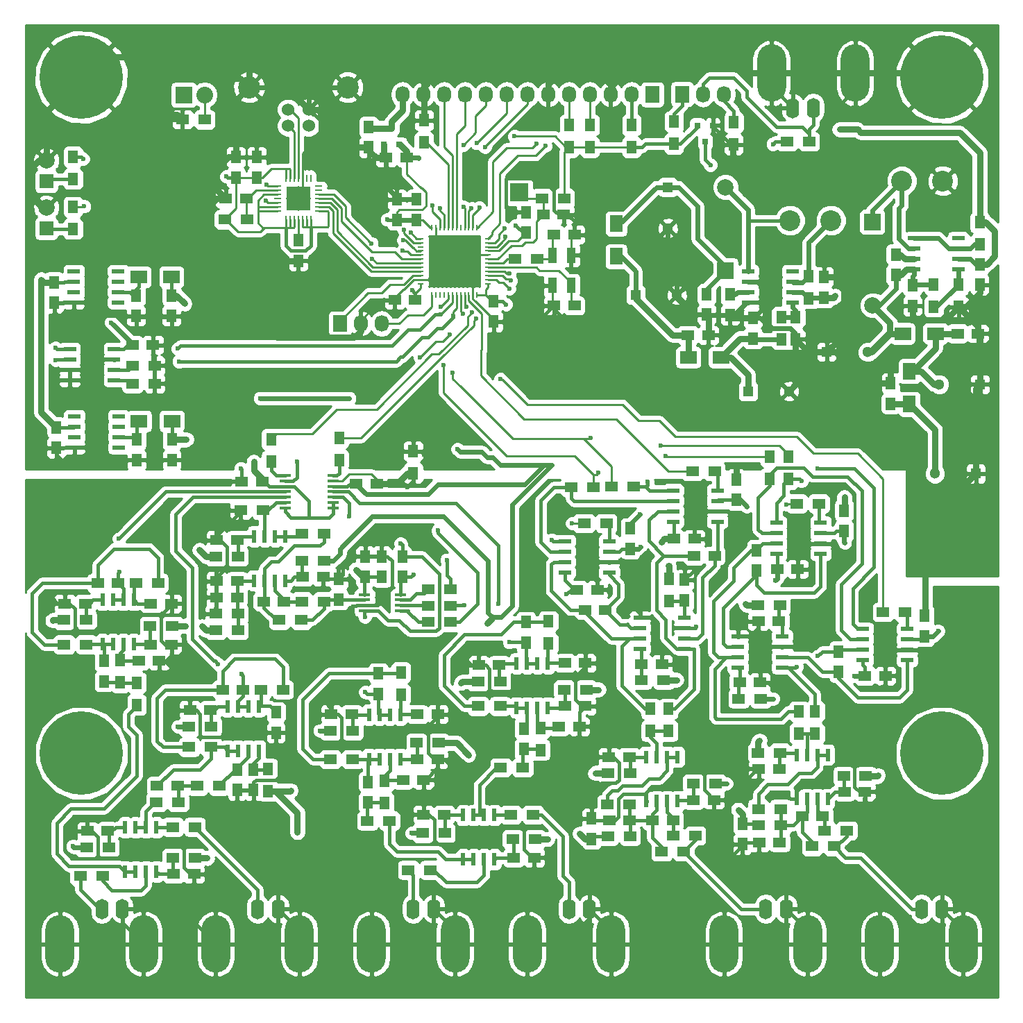
<source format=gbr>
G04 #@! TF.FileFunction,Copper,L1,Top,Signal*
%FSLAX46Y46*%
G04 Gerber Fmt 4.6, Leading zero omitted, Abs format (unit mm)*
G04 Created by KiCad (PCBNEW (after 2015-may-25 BZR unknown)-product) date 7/20/2015 1:21:50 PM*
%MOMM*%
G01*
G04 APERTURE LIST*
%ADD10C,0.100000*%
%ADD11R,1.500000X1.250000*%
%ADD12R,1.250000X1.500000*%
%ADD13R,1.300000X1.300000*%
%ADD14C,1.300000*%
%ADD15R,1.699260X1.699260*%
%ADD16C,1.998980*%
%ADD17R,1.998980X1.998980*%
%ADD18C,2.540000*%
%ADD19R,2.235200X2.235200*%
%ADD20R,1.727200X2.032000*%
%ADD21O,1.727200X2.032000*%
%ADD22O,3.500120X7.000240*%
%ADD23O,1.600200X2.499360*%
%ADD24R,1.500000X1.300000*%
%ADD25R,1.300000X1.500000*%
%ADD26R,0.800100X0.248920*%
%ADD27R,0.800100X0.251460*%
%ADD28R,0.248920X0.800100*%
%ADD29R,0.251460X0.800100*%
%ADD30R,0.600000X1.550000*%
%ADD31R,1.550000X0.600000*%
%ADD32R,1.099820X1.899920*%
%ADD33R,0.800100X0.800100*%
%ADD34R,1.450000X0.450000*%
%ADD35C,1.524000*%
%ADD36C,2.700020*%
%ADD37R,2.032000X2.032000*%
%ADD38O,2.032000X2.032000*%
%ADD39R,2.000000X1.600000*%
%ADD40R,1.600000X2.000000*%
%ADD41C,10.160000*%
%ADD42O,0.248920X1.000760*%
%ADD43O,1.000760X0.248920*%
%ADD44R,3.000000X3.000000*%
%ADD45C,3.000000*%
%ADD46C,0.600000*%
%ADD47C,0.250000*%
%ADD48C,0.800000*%
%ADD49C,0.400000*%
%ADD50C,0.600000*%
%ADD51C,0.254000*%
G04 APERTURE END LIST*
D10*
D11*
X27610000Y-21850000D03*
X25110000Y-21850000D03*
X65150000Y-34900000D03*
X67650000Y-34900000D03*
X65150000Y-26250000D03*
X67650000Y-26250000D03*
X63850000Y-23800000D03*
X66350000Y-23800000D03*
D12*
X28900000Y-19290000D03*
X28900000Y-16790000D03*
X33980000Y-26950000D03*
X33980000Y-29450000D03*
X26360000Y-19290000D03*
X26360000Y-16790000D03*
X4450000Y-49750000D03*
X4450000Y-52250000D03*
X4200000Y-32050000D03*
X4200000Y-34550000D03*
X42550000Y-13100000D03*
X42550000Y-15600000D03*
X14250000Y-51250000D03*
X14250000Y-53750000D03*
X14200000Y-33650000D03*
X14200000Y-36150000D03*
D11*
X47200000Y-16850000D03*
X44700000Y-16850000D03*
D12*
X46650000Y-68000000D03*
X46650000Y-65500000D03*
X42150000Y-65500000D03*
X42150000Y-68000000D03*
X44150000Y-65500000D03*
X44150000Y-68000000D03*
X38900000Y-70750000D03*
X38900000Y-68250000D03*
X98100000Y-33900000D03*
X98100000Y-31400000D03*
D11*
X26500000Y-68500000D03*
X24000000Y-68500000D03*
X26500000Y-70500000D03*
X24000000Y-70500000D03*
D12*
X86650000Y-33550000D03*
X86650000Y-36050000D03*
D11*
X84700000Y-95200000D03*
X82200000Y-95200000D03*
D12*
X83800000Y-33500000D03*
X83800000Y-36000000D03*
D11*
X103100000Y-94200000D03*
X100600000Y-94200000D03*
X71850000Y-89950000D03*
X74350000Y-89950000D03*
X90150000Y-91400000D03*
X92650000Y-91400000D03*
D13*
X79050000Y-20450000D03*
D14*
X79050000Y-25450000D03*
D11*
X37000000Y-68000000D03*
X34500000Y-68000000D03*
X24000000Y-63500000D03*
X26500000Y-63500000D03*
D12*
X69750000Y-97450000D03*
X69750000Y-99950000D03*
X88150000Y-100600000D03*
X88150000Y-98100000D03*
D11*
X71900000Y-97700000D03*
X74400000Y-97700000D03*
X90200000Y-100400000D03*
X92700000Y-100400000D03*
X41050000Y-56600000D03*
X43550000Y-56600000D03*
X29550000Y-56350000D03*
X27050000Y-56350000D03*
D12*
X117100000Y-29850000D03*
X117100000Y-32350000D03*
X106850000Y-28650000D03*
X106850000Y-31150000D03*
X108900000Y-32450000D03*
X108900000Y-34950000D03*
D13*
X98450000Y-40550000D03*
D14*
X103450000Y-40550000D03*
D12*
X10250000Y-80750000D03*
X10250000Y-78250000D03*
D11*
X14500000Y-78250000D03*
X17000000Y-78250000D03*
X8000000Y-71250000D03*
X5500000Y-71250000D03*
X16000000Y-76250000D03*
X18500000Y-76250000D03*
X9500000Y-68750000D03*
X12000000Y-68750000D03*
X16000000Y-71250000D03*
X18500000Y-71250000D03*
X19250000Y-93500000D03*
X16750000Y-93500000D03*
D12*
X26500000Y-91500000D03*
X26500000Y-94000000D03*
D11*
X23250000Y-84250000D03*
X20750000Y-84250000D03*
D12*
X28500000Y-91500000D03*
X28500000Y-94000000D03*
D11*
X24750000Y-81750000D03*
X27250000Y-81750000D03*
D12*
X31250000Y-84500000D03*
X31250000Y-87000000D03*
X42500000Y-95500000D03*
X42500000Y-93000000D03*
D11*
X46750000Y-92750000D03*
X49250000Y-92750000D03*
X40500000Y-84750000D03*
X38000000Y-84750000D03*
X48500000Y-90250000D03*
X51000000Y-90250000D03*
D12*
X43750000Y-79750000D03*
X43750000Y-82250000D03*
D11*
X48500000Y-84750000D03*
X51000000Y-84750000D03*
D12*
X61500000Y-89000000D03*
X61500000Y-86500000D03*
D11*
X65750000Y-86250000D03*
X68250000Y-86250000D03*
X58500000Y-78750000D03*
X56000000Y-78750000D03*
X66500000Y-83750000D03*
X69000000Y-83750000D03*
D12*
X61750000Y-73500000D03*
X61750000Y-76000000D03*
D11*
X66500000Y-78500000D03*
X69000000Y-78500000D03*
D12*
X74450000Y-64550000D03*
X74450000Y-62050000D03*
D11*
X67950000Y-69550000D03*
X70450000Y-69550000D03*
D12*
X87400000Y-58600000D03*
X87400000Y-56100000D03*
D11*
X79800000Y-63350000D03*
X82300000Y-63350000D03*
X68950000Y-72000000D03*
X71450000Y-72000000D03*
X82250000Y-65400000D03*
X84750000Y-65400000D03*
D12*
X81100000Y-68350000D03*
X81100000Y-70850000D03*
D11*
X78350000Y-78650000D03*
X75850000Y-78650000D03*
D12*
X100550000Y-62400000D03*
X100550000Y-59900000D03*
D11*
X92400000Y-67050000D03*
X94900000Y-67050000D03*
D12*
X110400000Y-75250000D03*
X110400000Y-72750000D03*
D11*
X103100000Y-80050000D03*
X105600000Y-80050000D03*
D12*
X89850000Y-64750000D03*
X89850000Y-67250000D03*
X99900000Y-77100000D03*
X99900000Y-79600000D03*
D11*
X90100000Y-73400000D03*
X92600000Y-73400000D03*
X90300000Y-80850000D03*
X87800000Y-80850000D03*
X62750000Y-102250000D03*
X60250000Y-102250000D03*
X21250000Y-104250000D03*
X18750000Y-104250000D03*
X49250000Y-97000000D03*
X51750000Y-97000000D03*
X8250000Y-99000000D03*
X10750000Y-99000000D03*
D15*
X3250000Y-25500000D03*
D16*
X3250000Y-22960000D03*
D15*
X3250000Y-19750000D03*
D16*
X3250000Y-17210000D03*
X86097460Y-20440000D03*
D17*
X86097460Y-30600000D03*
D16*
X104002540Y-34860000D03*
D17*
X104002540Y-24700000D03*
D18*
X98949360Y-24500000D03*
X93950640Y-24500000D03*
X112599360Y-19700000D03*
X107600640Y-19700000D03*
D19*
X60950000Y-21100000D03*
D20*
X77160000Y-9150000D03*
D21*
X74620000Y-9150000D03*
X72080000Y-9150000D03*
X69540000Y-9150000D03*
X67000000Y-9150000D03*
X64460000Y-9150000D03*
X61920000Y-9150000D03*
X59380000Y-9150000D03*
X56840000Y-9150000D03*
X54300000Y-9150000D03*
X51760000Y-9150000D03*
X49220000Y-9150000D03*
X46680000Y-9150000D03*
D22*
X91702220Y-6536600D03*
X101900320Y-6536600D03*
D23*
X96800000Y-10801260D03*
X94300640Y-10801260D03*
D20*
X80800000Y-9100000D03*
D21*
X83340000Y-9100000D03*
X85880000Y-9100000D03*
D22*
X96097780Y-112763400D03*
X85899680Y-112763400D03*
D23*
X91000000Y-108498740D03*
X93499360Y-108498740D03*
D22*
X115097780Y-112763400D03*
X104899680Y-112763400D03*
D23*
X110000000Y-108498740D03*
X112499360Y-108498740D03*
D22*
X15097780Y-112763400D03*
X4899680Y-112763400D03*
D23*
X10000000Y-108498740D03*
X12499360Y-108498740D03*
D22*
X53097780Y-112763400D03*
X42899680Y-112763400D03*
D23*
X48000000Y-108498740D03*
X50499360Y-108498740D03*
D22*
X72097780Y-112763400D03*
X61899680Y-112763400D03*
D23*
X67000000Y-108498740D03*
X69499360Y-108498740D03*
D22*
X34097780Y-112763400D03*
X23899680Y-112763400D03*
D23*
X29000000Y-108498740D03*
X31499360Y-108498740D03*
D24*
X25010000Y-24390000D03*
X27710000Y-24390000D03*
D25*
X6500000Y-22850000D03*
X6500000Y-25550000D03*
X6500000Y-16750000D03*
X6500000Y-19450000D03*
D24*
X19850000Y-12200000D03*
X22550000Y-12200000D03*
X60450000Y-29200000D03*
X63150000Y-29200000D03*
D25*
X49300000Y-12300000D03*
X49300000Y-15000000D03*
D24*
X66400000Y-21800000D03*
X63700000Y-21800000D03*
D25*
X79800000Y-12450000D03*
X79800000Y-15150000D03*
D24*
X93600000Y-14900000D03*
X96300000Y-14900000D03*
D25*
X87100000Y-15250000D03*
X87100000Y-12550000D03*
X74620000Y-15580000D03*
X74620000Y-12880000D03*
X69540000Y-15580000D03*
X69540000Y-12880000D03*
X67000000Y-15580000D03*
X67000000Y-12880000D03*
X48000000Y-55350000D03*
X48000000Y-52650000D03*
D24*
X34400000Y-71000000D03*
X37100000Y-71000000D03*
D25*
X96250000Y-31300000D03*
X96250000Y-34000000D03*
X94650000Y-36300000D03*
X94650000Y-39000000D03*
D24*
X31650000Y-73250000D03*
X34350000Y-73250000D03*
D25*
X92900000Y-39000000D03*
X92900000Y-36300000D03*
D24*
X23900000Y-72500000D03*
X26600000Y-72500000D03*
D25*
X79100000Y-86800000D03*
X79100000Y-84100000D03*
X76950000Y-86800000D03*
X76950000Y-84100000D03*
X97000000Y-87100000D03*
X97000000Y-84400000D03*
X95050000Y-87100000D03*
X95050000Y-84400000D03*
D24*
X37100000Y-62750000D03*
X34400000Y-62750000D03*
X26600000Y-74500000D03*
X23900000Y-74500000D03*
X82150000Y-93200000D03*
X84850000Y-93200000D03*
X71750000Y-91900000D03*
X74450000Y-91900000D03*
X100500000Y-92300000D03*
X103200000Y-92300000D03*
X90050000Y-89450000D03*
X92750000Y-89450000D03*
X34400000Y-66000000D03*
X37100000Y-66000000D03*
X23900000Y-65500000D03*
X26600000Y-65500000D03*
X29650000Y-59850000D03*
X26950000Y-59850000D03*
X71700000Y-95750000D03*
X74400000Y-95750000D03*
X71750000Y-99600000D03*
X74450000Y-99600000D03*
X90100000Y-96300000D03*
X92800000Y-96300000D03*
X90150000Y-98300000D03*
X92850000Y-98300000D03*
D25*
X117100000Y-27450000D03*
X117100000Y-24750000D03*
X114550000Y-35050000D03*
X114550000Y-32350000D03*
D24*
X78300000Y-101500000D03*
X81000000Y-101500000D03*
X96650000Y-100850000D03*
X99350000Y-100850000D03*
D25*
X111500000Y-32350000D03*
X111500000Y-35050000D03*
X14250000Y-80900000D03*
X14250000Y-83600000D03*
X12250000Y-78150000D03*
X12250000Y-80850000D03*
D24*
X5400000Y-73250000D03*
X8100000Y-73250000D03*
X15900000Y-74000000D03*
X18600000Y-74000000D03*
X5400000Y-76250000D03*
X8100000Y-76250000D03*
X14150000Y-68750000D03*
X16850000Y-68750000D03*
X19350000Y-95500000D03*
X16650000Y-95500000D03*
X24350000Y-93500000D03*
X21650000Y-93500000D03*
X20650000Y-86250000D03*
X23350000Y-86250000D03*
D25*
X30250000Y-91400000D03*
X30250000Y-94100000D03*
D24*
X20650000Y-88750000D03*
X23350000Y-88750000D03*
X29400000Y-81750000D03*
X32100000Y-81750000D03*
X42400000Y-97750000D03*
X45100000Y-97750000D03*
D25*
X44500000Y-92900000D03*
X44500000Y-95600000D03*
D24*
X37900000Y-86750000D03*
X40600000Y-86750000D03*
X48400000Y-88250000D03*
X51100000Y-88250000D03*
X37900000Y-90250000D03*
X40600000Y-90250000D03*
D25*
X46500000Y-82350000D03*
X46500000Y-79650000D03*
D24*
X61350000Y-91250000D03*
X58650000Y-91250000D03*
D25*
X63500000Y-86400000D03*
X63500000Y-89100000D03*
D24*
X55900000Y-80750000D03*
X58600000Y-80750000D03*
X66400000Y-81750000D03*
X69100000Y-81750000D03*
X55900000Y-83750000D03*
X58600000Y-83750000D03*
D25*
X64500000Y-76100000D03*
X64500000Y-73400000D03*
X79200000Y-68250000D03*
X79200000Y-70950000D03*
D24*
X75850000Y-80550000D03*
X78550000Y-80550000D03*
X90050000Y-71450000D03*
X92750000Y-71450000D03*
X87700000Y-82850000D03*
X90400000Y-82850000D03*
X62850000Y-100000000D03*
X60150000Y-100000000D03*
X51850000Y-99250000D03*
X49150000Y-99250000D03*
X21350000Y-102250000D03*
X18650000Y-102250000D03*
X10850000Y-101000000D03*
X8150000Y-101000000D03*
D26*
X57127020Y-26721720D03*
D27*
X57127020Y-27222100D03*
X57127020Y-27722480D03*
X57127020Y-28222860D03*
D26*
X57127020Y-28720700D03*
X57127020Y-29221080D03*
X57127020Y-29718920D03*
X57127020Y-30219300D03*
D27*
X57127020Y-30717140D03*
X57127020Y-31217520D03*
X57127020Y-31717900D03*
D26*
X57127020Y-32218280D03*
D28*
X55778280Y-33567020D03*
D29*
X55277900Y-33567020D03*
X54777520Y-33567020D03*
X54277140Y-33567020D03*
D28*
X53779300Y-33567020D03*
X53278920Y-33567020D03*
X52781080Y-33567020D03*
X52280700Y-33567020D03*
D29*
X51782860Y-33567020D03*
X51282480Y-33567020D03*
X50782100Y-33567020D03*
D28*
X50281720Y-33567020D03*
D26*
X48932980Y-26721720D03*
D27*
X48932980Y-27222100D03*
X48932980Y-27722480D03*
X48932980Y-28222860D03*
D26*
X48932980Y-28720700D03*
X48932980Y-29221080D03*
X48932980Y-29718920D03*
X48932980Y-30219300D03*
D27*
X48932980Y-30717140D03*
X48932980Y-31217520D03*
X48932980Y-31717900D03*
D26*
X48932980Y-32218280D03*
D28*
X55778280Y-25372980D03*
D29*
X55277900Y-25372980D03*
X54777520Y-25372980D03*
X54277140Y-25372980D03*
D28*
X53779300Y-25372980D03*
X53278920Y-25372980D03*
X52781080Y-25372980D03*
X52280700Y-25372980D03*
D29*
X51782860Y-25372980D03*
X51282480Y-25372980D03*
X50782100Y-25372980D03*
D28*
X50281720Y-25372980D03*
D30*
X32405000Y-63050000D03*
X31135000Y-63050000D03*
X29865000Y-63050000D03*
X28595000Y-63050000D03*
X28595000Y-68450000D03*
X29865000Y-68450000D03*
X31135000Y-68450000D03*
X32405000Y-68450000D03*
X80255000Y-89950000D03*
X78985000Y-89950000D03*
X77715000Y-89950000D03*
X76445000Y-89950000D03*
X76445000Y-95350000D03*
X77715000Y-95350000D03*
X78985000Y-95350000D03*
X80255000Y-95350000D03*
X98555000Y-89700000D03*
X97285000Y-89700000D03*
X96015000Y-89700000D03*
X94745000Y-89700000D03*
X94745000Y-95100000D03*
X96015000Y-95100000D03*
X97285000Y-95100000D03*
X98555000Y-95100000D03*
X10095000Y-76200000D03*
X11365000Y-76200000D03*
X12635000Y-76200000D03*
X13905000Y-76200000D03*
X13905000Y-70800000D03*
X12635000Y-70800000D03*
X11365000Y-70800000D03*
X10095000Y-70800000D03*
X25345000Y-89200000D03*
X26615000Y-89200000D03*
X27885000Y-89200000D03*
X29155000Y-89200000D03*
X29155000Y-83800000D03*
X27885000Y-83800000D03*
X26615000Y-83800000D03*
X25345000Y-83800000D03*
X42595000Y-90200000D03*
X43865000Y-90200000D03*
X45135000Y-90200000D03*
X46405000Y-90200000D03*
X46405000Y-84800000D03*
X45135000Y-84800000D03*
X43865000Y-84800000D03*
X42595000Y-84800000D03*
X60595000Y-83950000D03*
X61865000Y-83950000D03*
X63135000Y-83950000D03*
X64405000Y-83950000D03*
X64405000Y-78550000D03*
X63135000Y-78550000D03*
X61865000Y-78550000D03*
X60595000Y-78550000D03*
D31*
X81050000Y-76755000D03*
X81050000Y-75485000D03*
X81050000Y-74215000D03*
X81050000Y-72945000D03*
X75650000Y-72945000D03*
X75650000Y-74215000D03*
X75650000Y-75485000D03*
X75650000Y-76755000D03*
X93000000Y-79055000D03*
X93000000Y-77785000D03*
X93000000Y-76515000D03*
X93000000Y-75245000D03*
X87600000Y-75245000D03*
X87600000Y-76515000D03*
X87600000Y-77785000D03*
X87600000Y-79055000D03*
D32*
X64949380Y-28750880D03*
X64949380Y-32449120D03*
X67250620Y-32449120D03*
X67250620Y-28750880D03*
D33*
X84550000Y-12899240D03*
X82650000Y-12899240D03*
X83600000Y-14898220D03*
X44400000Y-15250760D03*
X46300000Y-15250760D03*
X45350000Y-13251780D03*
D34*
X42075000Y-70150000D03*
X42075000Y-70800000D03*
X42075000Y-71450000D03*
X42075000Y-72100000D03*
X46475000Y-72100000D03*
X46475000Y-71450000D03*
X46475000Y-70800000D03*
X46475000Y-70150000D03*
D31*
X88850000Y-30695000D03*
X88850000Y-31965000D03*
X88850000Y-33235000D03*
X88850000Y-34505000D03*
X94250000Y-34505000D03*
X94250000Y-33235000D03*
X94250000Y-31965000D03*
X94250000Y-30695000D03*
D34*
X32350000Y-55650000D03*
X32350000Y-56300000D03*
X32350000Y-56950000D03*
X32350000Y-57600000D03*
X32350000Y-58250000D03*
X32350000Y-58900000D03*
X32350000Y-59550000D03*
X38250000Y-59550000D03*
X38250000Y-58900000D03*
X38250000Y-58250000D03*
X38250000Y-57600000D03*
X38250000Y-56950000D03*
X38250000Y-56300000D03*
X38250000Y-55650000D03*
D31*
X109100000Y-26695000D03*
X109100000Y-27965000D03*
X109100000Y-29235000D03*
X109100000Y-30505000D03*
X114500000Y-30505000D03*
X114500000Y-29235000D03*
X114500000Y-27965000D03*
X114500000Y-26695000D03*
X66500000Y-63645000D03*
X66500000Y-64915000D03*
X66500000Y-66185000D03*
X66500000Y-67455000D03*
X71900000Y-67455000D03*
X71900000Y-66185000D03*
X71900000Y-64915000D03*
X71900000Y-63645000D03*
X79700000Y-57445000D03*
X79700000Y-58715000D03*
X79700000Y-59985000D03*
X79700000Y-61255000D03*
X85100000Y-61255000D03*
X85100000Y-59985000D03*
X85100000Y-58715000D03*
X85100000Y-57445000D03*
X92300000Y-61395000D03*
X92300000Y-62665000D03*
X92300000Y-63935000D03*
X92300000Y-65205000D03*
X97700000Y-65205000D03*
X97700000Y-63935000D03*
X97700000Y-62665000D03*
X97700000Y-61395000D03*
X102850000Y-74345000D03*
X102850000Y-75615000D03*
X102850000Y-76885000D03*
X102850000Y-78155000D03*
X108250000Y-78155000D03*
X108250000Y-76885000D03*
X108250000Y-75615000D03*
X108250000Y-74345000D03*
D30*
X12845000Y-103950000D03*
X14115000Y-103950000D03*
X15385000Y-103950000D03*
X16655000Y-103950000D03*
X16655000Y-98550000D03*
X15385000Y-98550000D03*
X14115000Y-98550000D03*
X12845000Y-98550000D03*
X54095000Y-102450000D03*
X55365000Y-102450000D03*
X56635000Y-102450000D03*
X57905000Y-102450000D03*
X57905000Y-97050000D03*
X56635000Y-97050000D03*
X55365000Y-97050000D03*
X54095000Y-97050000D03*
D35*
X35250000Y-12959000D03*
X32710000Y-12959000D03*
X32710000Y-10960020D03*
X35250000Y-10960020D03*
D36*
X39979480Y-8260000D03*
X27980520Y-8260000D03*
D11*
X81500000Y-38500000D03*
X84000000Y-38500000D03*
D13*
X75150000Y-33600000D03*
D14*
X80150000Y-33600000D03*
D12*
X89450000Y-38900000D03*
X89450000Y-36400000D03*
D13*
X88850000Y-45350000D03*
D14*
X93850000Y-45350000D03*
D11*
X114400000Y-38300000D03*
X116900000Y-38300000D03*
D13*
X117150000Y-44500000D03*
D14*
X112150000Y-44500000D03*
D12*
X106250000Y-46850000D03*
X106250000Y-44350000D03*
D13*
X116650000Y-55400000D03*
D14*
X111650000Y-55400000D03*
D37*
X20000000Y-9200000D03*
D38*
X22540000Y-9200000D03*
D20*
X39060000Y-37090000D03*
D21*
X41600000Y-37090000D03*
X44140000Y-37090000D03*
D12*
X48400000Y-24450000D03*
X48400000Y-21950000D03*
X57800000Y-34350000D03*
X57800000Y-36850000D03*
D11*
X48250000Y-34200000D03*
X45750000Y-34200000D03*
D12*
X61750000Y-26000000D03*
X61750000Y-23500000D03*
X46000000Y-24450000D03*
X46000000Y-21950000D03*
D39*
X14550000Y-49000000D03*
X18550000Y-49000000D03*
X14500000Y-31400000D03*
X18500000Y-31400000D03*
D12*
X18550000Y-51250000D03*
X18550000Y-53750000D03*
X18500000Y-33650000D03*
X18500000Y-36150000D03*
D31*
X6650000Y-48395000D03*
X6650000Y-49665000D03*
X6650000Y-50935000D03*
X6650000Y-52205000D03*
X12050000Y-52205000D03*
X12050000Y-50935000D03*
X12050000Y-49665000D03*
X12050000Y-48395000D03*
X6600000Y-30695000D03*
X6600000Y-31965000D03*
X6600000Y-33235000D03*
X6600000Y-34505000D03*
X12000000Y-34505000D03*
X12000000Y-33235000D03*
X12000000Y-31965000D03*
X12000000Y-30695000D03*
D40*
X72750000Y-24900000D03*
X72750000Y-28900000D03*
D39*
X81550000Y-41200000D03*
X85550000Y-41200000D03*
X107700000Y-38300000D03*
X111700000Y-38300000D03*
D40*
X108500000Y-42900000D03*
X108500000Y-46900000D03*
D11*
X13750000Y-39700000D03*
X16250000Y-39700000D03*
D24*
X16450000Y-44400000D03*
X13750000Y-44400000D03*
X16450000Y-42200000D03*
X13750000Y-42200000D03*
D31*
X6100000Y-40195000D03*
X6100000Y-41465000D03*
X6100000Y-42735000D03*
X6100000Y-44005000D03*
X11500000Y-44005000D03*
X11500000Y-42735000D03*
X11500000Y-41465000D03*
X11500000Y-40195000D03*
D24*
X79700000Y-99550000D03*
X82400000Y-99550000D03*
X98200000Y-98950000D03*
X100900000Y-98950000D03*
X52500000Y-69500000D03*
X49800000Y-69500000D03*
X52500000Y-71500000D03*
X49800000Y-71500000D03*
X52500000Y-73500000D03*
X49800000Y-73500000D03*
X72150000Y-57000000D03*
X74850000Y-57000000D03*
X69950000Y-57050000D03*
X67250000Y-57050000D03*
X82050000Y-55100000D03*
X84750000Y-55100000D03*
X68850000Y-61450000D03*
X71550000Y-61450000D03*
D25*
X93800000Y-53350000D03*
X93800000Y-56050000D03*
X91500000Y-53300000D03*
X91500000Y-56000000D03*
D24*
X105300000Y-72300000D03*
X108000000Y-72300000D03*
X94800000Y-59050000D03*
X97500000Y-59050000D03*
D11*
X29750000Y-71000000D03*
X32250000Y-71000000D03*
X77200000Y-97700000D03*
X79700000Y-97700000D03*
X95450000Y-97200000D03*
X97950000Y-97200000D03*
D24*
X47400000Y-103750000D03*
X50100000Y-103750000D03*
X62600000Y-97000000D03*
X59900000Y-97000000D03*
X7400000Y-104500000D03*
X10100000Y-104500000D03*
X21350000Y-98500000D03*
X18650000Y-98500000D03*
D41*
X112500000Y-89500000D03*
X7500000Y-7000000D03*
X112500000Y-7000000D03*
X7500000Y-89500000D03*
D25*
X30650000Y-53900000D03*
X30650000Y-51200000D03*
X38950000Y-53750000D03*
X38950000Y-51050000D03*
D42*
X35481140Y-19350640D03*
X34980760Y-19350640D03*
X34480380Y-19350640D03*
X33980000Y-19350640D03*
X33479620Y-19350640D03*
X32979240Y-19350640D03*
X32478860Y-19350640D03*
D43*
X31480640Y-20348860D03*
X31480640Y-20849240D03*
X31480640Y-21349620D03*
X31480640Y-21850000D03*
X31480640Y-22350380D03*
X31480640Y-22850760D03*
X31480640Y-23351140D03*
D42*
X32478860Y-24349360D03*
X32979240Y-24349360D03*
X33479620Y-24349360D03*
X33980000Y-24349360D03*
X34480380Y-24349360D03*
X34980760Y-24349360D03*
X35481140Y-24349360D03*
D43*
X36479360Y-23351140D03*
X36479360Y-22850760D03*
X36479360Y-22350380D03*
X36479360Y-21850000D03*
X36479360Y-21349620D03*
X36479360Y-20849240D03*
X36479360Y-20348860D03*
D44*
X33980000Y-21850000D03*
D45*
X33980000Y-21850000D03*
D46*
X49350000Y-53100000D03*
X100600000Y-58250000D03*
X87400000Y-54600000D03*
X46450000Y-63900000D03*
X42100000Y-72850000D03*
X42450000Y-43450000D03*
X75650000Y-60350000D03*
X60350000Y-14250000D03*
X47850000Y-33000000D03*
X59300000Y-34750000D03*
X25200000Y-19150000D03*
X48650000Y-16900000D03*
X44800000Y-24400000D03*
X60500000Y-25100000D03*
X48050000Y-67700000D03*
X11150000Y-36950000D03*
X112050000Y-74600000D03*
X100650000Y-63800000D03*
X75700000Y-64300000D03*
X88700000Y-59400000D03*
X33800000Y-53900000D03*
X100000000Y-13400000D03*
X30100000Y-20150000D03*
X99450000Y-33700000D03*
X2600000Y-31700000D03*
X20300000Y-51200000D03*
X68300000Y-99300000D03*
X87650000Y-96400000D03*
X66700000Y-70100000D03*
X78300000Y-63700000D03*
X92200000Y-68400000D03*
X101850000Y-80050000D03*
X41000000Y-67100000D03*
X20100000Y-34650000D03*
X22200000Y-74000000D03*
X54500000Y-78150000D03*
X40650000Y-71600000D03*
X40150000Y-68250000D03*
X44350000Y-63600000D03*
X23700000Y-61950000D03*
X47250000Y-57050000D03*
X26950000Y-54750000D03*
X20100000Y-71100000D03*
X22250000Y-70500000D03*
X3850000Y-70450000D03*
X18550000Y-79150000D03*
X18750000Y-83650000D03*
X32750000Y-87250000D03*
X37200000Y-83250000D03*
X52450000Y-90950000D03*
X64550000Y-102100000D03*
X67750000Y-97150000D03*
X70350000Y-90100000D03*
X68100000Y-87650000D03*
X84150000Y-96800000D03*
X88000000Y-91050000D03*
X87100000Y-101800000D03*
X103000000Y-96050000D03*
X93400000Y-94500000D03*
X105250000Y-81400000D03*
X110450000Y-77600000D03*
X91850000Y-81450000D03*
X88450000Y-73300000D03*
X82500000Y-74100000D03*
X79900000Y-78950000D03*
X75050000Y-71900000D03*
X82350000Y-67100000D03*
X71900000Y-69850000D03*
X73300000Y-66050000D03*
X83800000Y-63600000D03*
X86750000Y-60450000D03*
X96250000Y-67150000D03*
X64900000Y-54350000D03*
X6450000Y-100850000D03*
X53400000Y-52400000D03*
X40200000Y-46200000D03*
X29300000Y-46200000D03*
X36600000Y-86750000D03*
X53800000Y-80950000D03*
X80100000Y-80550000D03*
X91900000Y-82850000D03*
X86200000Y-93200000D03*
X57050000Y-73650000D03*
X19300000Y-86250000D03*
X4000000Y-73300000D03*
X47800000Y-99250000D03*
X104700000Y-92200000D03*
X88500000Y-71250000D03*
X79150000Y-66600000D03*
X90250000Y-87950000D03*
X70200000Y-91950000D03*
X70600000Y-81750000D03*
X64350000Y-100000000D03*
X22850000Y-102300000D03*
X33850000Y-99150000D03*
X28550000Y-53950000D03*
X54750000Y-89700000D03*
X33050000Y-94050000D03*
X21900000Y-64700000D03*
X20200000Y-73950000D03*
X12100000Y-63350000D03*
X12150000Y-67400000D03*
X27050000Y-79850000D03*
X24200000Y-78650000D03*
X42150000Y-82050000D03*
X40150000Y-60650000D03*
X59700000Y-75950000D03*
X58350000Y-71300000D03*
X97350000Y-77650000D03*
X94750000Y-78950000D03*
X54050000Y-35850000D03*
X64150000Y-15400000D03*
X63050000Y-15125000D03*
X51350000Y-36000000D03*
X4350000Y-40050000D03*
X19250000Y-40150000D03*
X52850000Y-36150000D03*
X19400000Y-41700000D03*
X4400000Y-41550000D03*
X59750000Y-30975000D03*
X56750000Y-15525000D03*
X54500000Y-35050000D03*
X55725000Y-15075000D03*
X54125000Y-15275000D03*
X51325000Y-35025000D03*
X91875000Y-15200000D03*
X84250000Y-17725000D03*
X7850000Y-22800000D03*
X59900000Y-31850000D03*
X59725000Y-32825000D03*
X7750000Y-17000000D03*
X55650000Y-36475000D03*
X59150000Y-25500000D03*
X55200000Y-35700000D03*
X59200000Y-26500000D03*
X64900000Y-63450000D03*
X76550000Y-56400000D03*
X46725000Y-28175000D03*
X30050000Y-22100000D03*
X43000000Y-29200000D03*
X42900000Y-27300000D03*
X56050000Y-22950000D03*
X51000000Y-62300000D03*
X52075000Y-65925000D03*
X55100000Y-23050000D03*
X54150000Y-22850000D03*
X54225000Y-71475000D03*
X52825000Y-43050000D03*
X46875000Y-25675000D03*
X69650000Y-51050000D03*
X78150000Y-51950000D03*
X46800000Y-26925000D03*
X51700000Y-42150000D03*
X78750000Y-53250000D03*
X70600000Y-55300000D03*
X48825000Y-41200000D03*
X67375000Y-61450000D03*
X52450000Y-38425000D03*
X51225000Y-23025000D03*
X95400000Y-56300000D03*
X97350000Y-54800000D03*
X58625000Y-43850000D03*
X50300000Y-22700000D03*
X93500000Y-59150000D03*
X47700000Y-25950000D03*
D47*
X28800760Y-20849240D02*
X31480640Y-20849240D01*
X27800000Y-21850000D02*
X28800760Y-20849240D01*
X27610000Y-21850000D02*
X27800000Y-21850000D01*
X27610000Y-24290000D02*
X27710000Y-24390000D01*
X27610000Y-21850000D02*
X27610000Y-24290000D01*
D48*
X91702220Y-6536600D02*
X88786600Y-6536600D01*
X74275000Y-6025000D02*
X72080000Y-8220000D01*
X88275000Y-6025000D02*
X74275000Y-6025000D01*
X88786600Y-6536600D02*
X88275000Y-6025000D01*
X72080000Y-8220000D02*
X72080000Y-9150000D01*
D49*
X87100000Y-15250000D02*
X89875000Y-15250000D01*
X98425000Y-12050000D02*
X101900320Y-8574680D01*
X98425000Y-16400000D02*
X98425000Y-12050000D01*
X97575000Y-17250000D02*
X98425000Y-16400000D01*
X91875000Y-17250000D02*
X97575000Y-17250000D01*
X89875000Y-15250000D02*
X91875000Y-17250000D01*
X101900320Y-8574680D02*
X101900320Y-6536600D01*
X94300640Y-10801260D02*
X94300640Y-10750640D01*
X94300640Y-10750640D02*
X91702220Y-8152220D01*
X91702220Y-8152220D02*
X91702220Y-6536600D01*
X84550000Y-12899240D02*
X84550000Y-13050000D01*
X84550000Y-13050000D02*
X86750000Y-15250000D01*
X86750000Y-15250000D02*
X87100000Y-15250000D01*
D48*
X101900320Y-6536600D02*
X112036600Y-6536600D01*
X112036600Y-6536600D02*
X112500000Y-7000000D01*
X91702220Y-6536600D02*
X101900320Y-6536600D01*
X64460000Y-9150000D02*
X64460000Y-7460000D01*
X50625000Y-6875000D02*
X49220000Y-8280000D01*
X63875000Y-6875000D02*
X50625000Y-6875000D01*
X64460000Y-7460000D02*
X63875000Y-6875000D01*
X49220000Y-8280000D02*
X49220000Y-9150000D01*
X64460000Y-9150000D02*
X64460000Y-7890000D01*
X72080000Y-7980000D02*
X72080000Y-9150000D01*
X70925000Y-6825000D02*
X72080000Y-7980000D01*
X65525000Y-6825000D02*
X70925000Y-6825000D01*
X64460000Y-7890000D02*
X65525000Y-6825000D01*
X36335020Y-10960020D02*
X35250000Y-10960020D01*
X42550000Y-15600000D02*
X40975000Y-15600000D01*
X40975000Y-15600000D02*
X36335020Y-10960020D01*
D47*
X36500000Y-14275000D02*
X36500000Y-12210020D01*
X34480380Y-16294620D02*
X36500000Y-14275000D01*
X34480380Y-19350640D02*
X34480380Y-16294620D01*
X36500000Y-12210020D02*
X35250000Y-10960020D01*
X34480380Y-19350640D02*
X34480380Y-21349620D01*
X34480380Y-21349620D02*
X33980000Y-21850000D01*
X55277900Y-33567020D02*
X55277900Y-32402900D01*
X53750000Y-30875000D02*
X52425000Y-30875000D01*
X55277900Y-32402900D02*
X53750000Y-30875000D01*
D50*
X87100000Y-36050000D02*
X86650000Y-36050000D01*
X88645000Y-34505000D02*
X87100000Y-36050000D01*
X88850000Y-34505000D02*
X88645000Y-34505000D01*
X89965000Y-31965000D02*
X88850000Y-31965000D01*
X90500000Y-32500000D02*
X89965000Y-31965000D01*
X90500000Y-35450000D02*
X90500000Y-32500000D01*
X89550000Y-36400000D02*
X90500000Y-35450000D01*
X89450000Y-36400000D02*
X89550000Y-36400000D01*
X80150000Y-29950000D02*
X79050000Y-28850000D01*
X79050000Y-28850000D02*
X79050000Y-25450000D01*
X80150000Y-33600000D02*
X80150000Y-29950000D01*
X83850000Y-36050000D02*
X83800000Y-36000000D01*
X86650000Y-36050000D02*
X83850000Y-36050000D01*
X80150000Y-34050000D02*
X80150000Y-33600000D01*
X82100000Y-36000000D02*
X80150000Y-34050000D01*
X83800000Y-36000000D02*
X82100000Y-36000000D01*
D49*
X6100000Y-42735000D02*
X6100000Y-44005000D01*
X7765000Y-42735000D02*
X9035000Y-41465000D01*
X9100000Y-41465000D02*
X11500000Y-41465000D01*
X9035000Y-41465000D02*
X9100000Y-41465000D01*
X6100000Y-42735000D02*
X7765000Y-42735000D01*
X4245000Y-34505000D02*
X4200000Y-34550000D01*
X6600000Y-34505000D02*
X4245000Y-34505000D01*
X5455000Y-52205000D02*
X5410000Y-52250000D01*
X5410000Y-52250000D02*
X4450000Y-52250000D01*
X6650000Y-52205000D02*
X5455000Y-52205000D01*
X4450000Y-53050000D02*
X5150000Y-53750000D01*
X5150000Y-53750000D02*
X14250000Y-53750000D01*
X4450000Y-52250000D02*
X4450000Y-53050000D01*
X16450000Y-53750000D02*
X18550000Y-53750000D01*
X14250000Y-53750000D02*
X16450000Y-53750000D01*
X16450000Y-42200000D02*
X16450000Y-44400000D01*
X16450000Y-44400000D02*
X16450000Y-53750000D01*
X16250000Y-42000000D02*
X16450000Y-42200000D01*
X16250000Y-39700000D02*
X16250000Y-42000000D01*
X14350000Y-36300000D02*
X14200000Y-36150000D01*
X16250000Y-36350000D02*
X16300000Y-36300000D01*
X16300000Y-36300000D02*
X14350000Y-36300000D01*
X16250000Y-39700000D02*
X16250000Y-36350000D01*
X18300000Y-36350000D02*
X18500000Y-36150000D01*
X16250000Y-36350000D02*
X18300000Y-36350000D01*
X8800000Y-36150000D02*
X14200000Y-36150000D01*
X4700000Y-36150000D02*
X8800000Y-36150000D01*
X4200000Y-35650000D02*
X4700000Y-36150000D01*
X4200000Y-34550000D02*
X4200000Y-35650000D01*
X9100000Y-36450000D02*
X8800000Y-36150000D01*
X9100000Y-41465000D02*
X9100000Y-36450000D01*
D48*
X84000000Y-36200000D02*
X83800000Y-36000000D01*
X84000000Y-38500000D02*
X84000000Y-36200000D01*
X94650000Y-44550000D02*
X93850000Y-45350000D01*
X94650000Y-39000000D02*
X94650000Y-44550000D01*
X96200000Y-40550000D02*
X94650000Y-39000000D01*
X98450000Y-40550000D02*
X96200000Y-40550000D01*
X87000000Y-36400000D02*
X86650000Y-36050000D01*
X89450000Y-36400000D02*
X87000000Y-36400000D01*
X103300000Y-44350000D02*
X99500000Y-40550000D01*
X99500000Y-40550000D02*
X98450000Y-40550000D01*
X106250000Y-44350000D02*
X103300000Y-44350000D01*
X109250000Y-36450000D02*
X109650000Y-36850000D01*
X108900000Y-36100000D02*
X109250000Y-36450000D01*
X109650000Y-36850000D02*
X109650000Y-39700000D01*
X109650000Y-39700000D02*
X108750000Y-40600000D01*
X108750000Y-40600000D02*
X107250000Y-40600000D01*
X107250000Y-40600000D02*
X106250000Y-41600000D01*
X106250000Y-41600000D02*
X106250000Y-44350000D01*
X108900000Y-34950000D02*
X108900000Y-36100000D01*
X116900000Y-37400000D02*
X114550000Y-35050000D01*
X116900000Y-38300000D02*
X116900000Y-37400000D01*
X115400000Y-35050000D02*
X114550000Y-35050000D01*
X117100000Y-33350000D02*
X115400000Y-35050000D01*
X117100000Y-32350000D02*
X117100000Y-33350000D01*
X117150000Y-38550000D02*
X116900000Y-38300000D01*
X117150000Y-44500000D02*
X117150000Y-38550000D01*
X110250000Y-36450000D02*
X110450000Y-36650000D01*
X110450000Y-36650000D02*
X112950000Y-36650000D01*
X112950000Y-36650000D02*
X114550000Y-35050000D01*
X109250000Y-36450000D02*
X110250000Y-36450000D01*
X116650000Y-45000000D02*
X117150000Y-44500000D01*
X116650000Y-55400000D02*
X116650000Y-45000000D01*
X44400000Y-16550000D02*
X44700000Y-16850000D01*
X44400000Y-15250760D02*
X44400000Y-16550000D01*
X42550000Y-15950000D02*
X42550000Y-15600000D01*
X43450000Y-16850000D02*
X42550000Y-15950000D01*
X44700000Y-16850000D02*
X43450000Y-16850000D01*
X49300000Y-9230000D02*
X49220000Y-9150000D01*
X49300000Y-12300000D02*
X49300000Y-9230000D01*
D50*
X44400000Y-15250760D02*
X44499240Y-15250760D01*
X48400000Y-21950000D02*
X46000000Y-21950000D01*
X44700000Y-20400000D02*
X44700000Y-16850000D01*
X46000000Y-21700000D02*
X44700000Y-20400000D01*
X46000000Y-21950000D02*
X46000000Y-21700000D01*
D47*
X64949380Y-34699380D02*
X65150000Y-34900000D01*
X64949380Y-32449120D02*
X64949380Y-34699380D01*
X67250620Y-26649380D02*
X67650000Y-26250000D01*
X67250620Y-28750880D02*
X67250620Y-26649380D01*
X44100000Y-34200000D02*
X45750000Y-34200000D01*
X41600000Y-36700000D02*
X44100000Y-34200000D01*
X41600000Y-37090000D02*
X41600000Y-36700000D01*
X46750000Y-32900000D02*
X46900000Y-32900000D01*
X46900000Y-32900000D02*
X48082100Y-31717900D01*
X48082100Y-31717900D02*
X48932980Y-31717900D01*
X45750000Y-33900000D02*
X46750000Y-32900000D01*
X45750000Y-34200000D02*
X45750000Y-33900000D01*
X50782100Y-30917900D02*
X49982100Y-31717900D01*
X49982100Y-31717900D02*
X48932980Y-31717900D01*
X50782100Y-30900000D02*
X50782100Y-30917900D01*
X50782100Y-25372980D02*
X50782100Y-30900000D01*
X52400000Y-30900000D02*
X52425000Y-30875000D01*
X52425000Y-30875000D02*
X54579300Y-28720700D01*
X54579300Y-28720700D02*
X57127020Y-28720700D01*
X50782100Y-30900000D02*
X52400000Y-30900000D01*
X28900000Y-16790000D02*
X26360000Y-16790000D01*
D50*
X36090000Y-8260000D02*
X39979480Y-8260000D01*
X35250000Y-9100000D02*
X36090000Y-8260000D01*
X35250000Y-9350000D02*
X35250000Y-9100000D01*
X35250000Y-10960020D02*
X35250000Y-9350000D01*
X34160000Y-8260000D02*
X35250000Y-9350000D01*
X27980520Y-8260000D02*
X34160000Y-8260000D01*
X49220000Y-7770000D02*
X48350000Y-6900000D01*
X48350000Y-6900000D02*
X41339480Y-6900000D01*
X41339480Y-6900000D02*
X39979480Y-8260000D01*
X49220000Y-9150000D02*
X49220000Y-7770000D01*
D48*
X99450000Y-31400000D02*
X100500000Y-32450000D01*
X100500000Y-32450000D02*
X100500000Y-38500000D01*
X100500000Y-38500000D02*
X98450000Y-40550000D01*
X98100000Y-31400000D02*
X99450000Y-31400000D01*
X2340000Y-17210000D02*
X3250000Y-17210000D01*
X1350000Y-21600000D02*
X1350000Y-18200000D01*
X1350000Y-18200000D02*
X2340000Y-17210000D01*
X2710000Y-22960000D02*
X1350000Y-21600000D01*
X3250000Y-22960000D02*
X2710000Y-22960000D01*
X3250000Y-11250000D02*
X7500000Y-7000000D01*
X3250000Y-17210000D02*
X3250000Y-11250000D01*
X26870520Y-7150000D02*
X27980520Y-8260000D01*
X18600000Y-7150000D02*
X26870520Y-7150000D01*
X17850000Y-7900000D02*
X18600000Y-7150000D01*
X17850000Y-10850000D02*
X17850000Y-7900000D01*
X18550000Y-11550000D02*
X17850000Y-10850000D01*
X19200000Y-11550000D02*
X18550000Y-11550000D01*
X19850000Y-12200000D02*
X19200000Y-11550000D01*
X9900000Y-4600000D02*
X7500000Y-7000000D01*
X27980520Y-5980520D02*
X26600000Y-4600000D01*
X26600000Y-4600000D02*
X9900000Y-4600000D01*
X27980520Y-8260000D02*
X27980520Y-5980520D01*
D49*
X49050000Y-65500000D02*
X51150000Y-67600000D01*
X51150000Y-67600000D02*
X51150000Y-74200000D01*
X51150000Y-74200000D02*
X50750000Y-74600000D01*
X50750000Y-74600000D02*
X47600000Y-74600000D01*
X47600000Y-74600000D02*
X46300000Y-73300000D01*
X46300000Y-73300000D02*
X44950000Y-73300000D01*
X44950000Y-73300000D02*
X43750000Y-72100000D01*
X43750000Y-72100000D02*
X42075000Y-72100000D01*
X46650000Y-65500000D02*
X49050000Y-65500000D01*
D48*
X25460000Y-16790000D02*
X24000000Y-18250000D01*
X24000000Y-18250000D02*
X24000000Y-20740000D01*
X24000000Y-20740000D02*
X25110000Y-21850000D01*
X26360000Y-16790000D02*
X25460000Y-16790000D01*
X26360000Y-14390000D02*
X31400000Y-9350000D01*
X31400000Y-9350000D02*
X33639980Y-9350000D01*
X33639980Y-9350000D02*
X35250000Y-10960020D01*
X26360000Y-16790000D02*
X26360000Y-14390000D01*
X27650000Y-29450000D02*
X25750000Y-27550000D01*
X25750000Y-27550000D02*
X24000000Y-27550000D01*
X24000000Y-27550000D02*
X22700000Y-26250000D01*
X22700000Y-26250000D02*
X22700000Y-23150000D01*
X22700000Y-23150000D02*
X24000000Y-21850000D01*
X24000000Y-21850000D02*
X25110000Y-21850000D01*
X33980000Y-29450000D02*
X27650000Y-29450000D01*
D49*
X8295000Y-34505000D02*
X9150000Y-33650000D01*
X9150000Y-33650000D02*
X9150000Y-22600000D01*
X9150000Y-22600000D02*
X7900000Y-21350000D01*
X7900000Y-21350000D02*
X4860000Y-21350000D01*
X4860000Y-21350000D02*
X3250000Y-22960000D01*
X6600000Y-34505000D02*
X8295000Y-34505000D01*
X48000000Y-52650000D02*
X48900000Y-52650000D01*
X48900000Y-52650000D02*
X49350000Y-53100000D01*
X63200000Y-36850000D02*
X65150000Y-34900000D01*
X57800000Y-36850000D02*
X63200000Y-36850000D01*
D47*
X55619301Y-34369301D02*
X55569301Y-34369301D01*
X55569301Y-34369301D02*
X55277900Y-34077900D01*
X55277900Y-34077900D02*
X55277900Y-33567020D01*
X57800000Y-36550000D02*
X55619301Y-34369301D01*
X57800000Y-36850000D02*
X57800000Y-36550000D01*
X65900000Y-23800000D02*
X66350000Y-23800000D01*
D49*
X65700000Y-23800000D02*
X66350000Y-23800000D01*
X59900000Y-23500000D02*
X59300000Y-22900000D01*
X59300000Y-22900000D02*
X59300000Y-19450000D01*
X59300000Y-19450000D02*
X59400000Y-19350000D01*
X59400000Y-19350000D02*
X63750000Y-19350000D01*
X63750000Y-19350000D02*
X65150000Y-20750000D01*
X65150000Y-20750000D02*
X65150000Y-23250000D01*
X65150000Y-23250000D02*
X65700000Y-23800000D01*
X61750000Y-23500000D02*
X59900000Y-23500000D01*
X66800000Y-23800000D02*
X66350000Y-23800000D01*
X67650000Y-24650000D02*
X66800000Y-23800000D01*
X67650000Y-26250000D02*
X67650000Y-24650000D01*
X69550000Y-26250000D02*
X70150000Y-26850000D01*
X70250000Y-26850000D02*
X77650000Y-26850000D01*
X70150000Y-26850000D02*
X70250000Y-26850000D01*
X77650000Y-26850000D02*
X79050000Y-25450000D01*
X67650000Y-26250000D02*
X69550000Y-26250000D01*
D48*
X110450000Y-61600000D02*
X116650000Y-55400000D01*
X110450000Y-72700000D02*
X110450000Y-61600000D01*
X110400000Y-72750000D02*
X110450000Y-72700000D01*
X100600000Y-59850000D02*
X100600000Y-58250000D01*
X100550000Y-59900000D02*
X100600000Y-59850000D01*
X87400000Y-56100000D02*
X87400000Y-54600000D01*
D50*
X94000000Y-37650000D02*
X91550000Y-37650000D01*
X91550000Y-37650000D02*
X90300000Y-36400000D01*
X90300000Y-36400000D02*
X89450000Y-36400000D01*
X94650000Y-38300000D02*
X94000000Y-37650000D01*
X94650000Y-39000000D02*
X94650000Y-38300000D01*
D49*
X65150000Y-34900000D02*
X65150000Y-35300000D01*
X86850000Y-15500000D02*
X87100000Y-15250000D01*
X70250000Y-21450000D02*
X73150000Y-18550000D01*
X73150000Y-18550000D02*
X81400000Y-18550000D01*
X81400000Y-18550000D02*
X82000000Y-19150000D01*
X82000000Y-19150000D02*
X84450000Y-19150000D01*
X84450000Y-19150000D02*
X86800000Y-16800000D01*
X86800000Y-16800000D02*
X86850000Y-16800000D01*
X86850000Y-16800000D02*
X86850000Y-15500000D01*
X70250000Y-26850000D02*
X70250000Y-21450000D01*
D48*
X40800000Y-38800000D02*
X31350000Y-38800000D01*
X31350000Y-38800000D02*
X20300000Y-27750000D01*
X20300000Y-27750000D02*
X20300000Y-17950000D01*
X20300000Y-17950000D02*
X25650000Y-12600000D01*
X25650000Y-12600000D02*
X25650000Y-10590520D01*
X25650000Y-10590520D02*
X27980520Y-8260000D01*
X41600000Y-38000000D02*
X40800000Y-38800000D01*
X41600000Y-37090000D02*
X41600000Y-38000000D01*
D49*
X69650000Y-27450000D02*
X70250000Y-26850000D01*
X69650000Y-36050000D02*
X69650000Y-27450000D01*
X69350000Y-36350000D02*
X69650000Y-36050000D01*
X68750000Y-36950000D02*
X69350000Y-36350000D01*
X65150000Y-35300000D02*
X66800000Y-36950000D01*
X66800000Y-36950000D02*
X68450000Y-36950000D01*
X68450000Y-36950000D02*
X68750000Y-36950000D01*
X84000000Y-39600000D02*
X83600000Y-40000000D01*
X83600000Y-40000000D02*
X83600000Y-42300000D01*
X83600000Y-42300000D02*
X81650000Y-44250000D01*
X81650000Y-44250000D02*
X77250000Y-44250000D01*
X77250000Y-44250000D02*
X69350000Y-36350000D01*
X84000000Y-38500000D02*
X84000000Y-39600000D01*
X46650000Y-64100000D02*
X46650000Y-65500000D01*
X46450000Y-63900000D02*
X46650000Y-64100000D01*
X42075000Y-72825000D02*
X42100000Y-72850000D01*
X42075000Y-72100000D02*
X42075000Y-72825000D01*
D50*
X74450000Y-61550000D02*
X75650000Y-60350000D01*
X74450000Y-62050000D02*
X74450000Y-61550000D01*
D47*
X67250620Y-34500620D02*
X67650000Y-34900000D01*
X67250620Y-32449120D02*
X67250620Y-34500620D01*
X67250620Y-32100620D02*
X67250620Y-32449120D01*
X59369300Y-30219300D02*
X59400000Y-30250000D01*
X59400000Y-30250000D02*
X63050000Y-30250000D01*
X63050000Y-30250000D02*
X63400000Y-30600000D01*
X63400000Y-30600000D02*
X65750000Y-30600000D01*
X65750000Y-30600000D02*
X67250620Y-32100620D01*
X57127020Y-30219300D02*
X59369300Y-30219300D01*
X64500260Y-29200000D02*
X64949380Y-28750880D01*
X63150000Y-29200000D02*
X64500260Y-29200000D01*
X64949380Y-26450620D02*
X65150000Y-26250000D01*
X64949380Y-28750880D02*
X64949380Y-26450620D01*
X62650000Y-27150000D02*
X63050000Y-26750000D01*
X63050000Y-26750000D02*
X63050000Y-24600000D01*
X63050000Y-24600000D02*
X63850000Y-23800000D01*
X57127020Y-29221080D02*
X58300000Y-29221080D01*
X63850000Y-21950000D02*
X63700000Y-21800000D01*
X63850000Y-23800000D02*
X63850000Y-21950000D01*
X61650000Y-21800000D02*
X60950000Y-21100000D01*
X63700000Y-21800000D02*
X61650000Y-21800000D01*
X58328920Y-29221080D02*
X59950000Y-27600000D01*
X59950000Y-27600000D02*
X61250000Y-27600000D01*
X61250000Y-27600000D02*
X61700000Y-27150000D01*
X61700000Y-27150000D02*
X62650000Y-27150000D01*
X58300000Y-29221080D02*
X58328920Y-29221080D01*
D49*
X79800000Y-15150000D02*
X76350000Y-15150000D01*
X75920000Y-15580000D02*
X74620000Y-15580000D01*
X76350000Y-15150000D02*
X75920000Y-15580000D01*
X82650000Y-12899240D02*
X82650000Y-13075000D01*
X82650000Y-13075000D02*
X80575000Y-15150000D01*
X80575000Y-15150000D02*
X79800000Y-15150000D01*
D47*
X67000000Y-15580000D02*
X66630000Y-15580000D01*
X66630000Y-15580000D02*
X65300000Y-14250000D01*
X65300000Y-14250000D02*
X60350000Y-14250000D01*
X69540000Y-15580000D02*
X74620000Y-15580000D01*
X29075000Y-23350000D02*
X29848860Y-23350000D01*
X29850000Y-23351140D02*
X31480640Y-23351140D01*
X29848860Y-23350000D02*
X29850000Y-23351140D01*
X29075000Y-22850000D02*
X29849240Y-22850000D01*
X29850000Y-22850760D02*
X31480640Y-22850760D01*
X29849240Y-22850000D02*
X29850000Y-22850760D01*
X31480640Y-21349620D02*
X29775380Y-21349620D01*
X29625000Y-25350000D02*
X29850000Y-25350000D01*
X29075000Y-24800000D02*
X29625000Y-25350000D01*
X29075000Y-22050000D02*
X29075000Y-22850000D01*
X29075000Y-22850000D02*
X29075000Y-23350000D01*
X29075000Y-23350000D02*
X29075000Y-24800000D01*
X29775380Y-21349620D02*
X29075000Y-22050000D01*
D49*
X47850000Y-33000000D02*
X48250000Y-33400000D01*
X48250000Y-33400000D02*
X48250000Y-34200000D01*
X59300000Y-34750000D02*
X58900000Y-34350000D01*
X58900000Y-34350000D02*
X57800000Y-34350000D01*
X46475000Y-70150000D02*
X46475000Y-68175000D01*
X46475000Y-68175000D02*
X46650000Y-68000000D01*
X73085000Y-64915000D02*
X73450000Y-64550000D01*
X73450000Y-64550000D02*
X74450000Y-64550000D01*
X71900000Y-64915000D02*
X73085000Y-64915000D01*
X85215000Y-58600000D02*
X85100000Y-58715000D01*
X87400000Y-58600000D02*
X85215000Y-58600000D01*
X99335000Y-62665000D02*
X97700000Y-62665000D01*
X99600000Y-62400000D02*
X99335000Y-62665000D01*
X100550000Y-62400000D02*
X99600000Y-62400000D01*
X110035000Y-75615000D02*
X110400000Y-75250000D01*
X108250000Y-75615000D02*
X110035000Y-75615000D01*
X12655000Y-40195000D02*
X11500000Y-40195000D01*
X13150000Y-39700000D02*
X12655000Y-40195000D01*
X13750000Y-39700000D02*
X13150000Y-39700000D01*
D48*
X46350760Y-15250760D02*
X46300000Y-15250760D01*
X47200000Y-16100000D02*
X46350760Y-15250760D01*
X47200000Y-16850000D02*
X47200000Y-16100000D01*
D50*
X46000000Y-24450000D02*
X48400000Y-24450000D01*
D47*
X49150000Y-24450000D02*
X50072980Y-25372980D01*
X50072980Y-25372980D02*
X50281720Y-25372980D01*
X48400000Y-24450000D02*
X49150000Y-24450000D01*
X48932980Y-32767020D02*
X48932980Y-32218280D01*
X48250000Y-33450000D02*
X48932980Y-32767020D01*
X48250000Y-34200000D02*
X48250000Y-33450000D01*
X56867020Y-33567020D02*
X55778280Y-33567020D01*
X57650000Y-34350000D02*
X56867020Y-33567020D01*
X57800000Y-34350000D02*
X57650000Y-34350000D01*
X56867020Y-32932980D02*
X57127020Y-32672980D01*
X57127020Y-32672980D02*
X57127020Y-32218280D01*
X56867020Y-33567020D02*
X56867020Y-32932980D01*
X58427140Y-28222860D02*
X59650000Y-27000000D01*
X59650000Y-27000000D02*
X60750000Y-27000000D01*
X60750000Y-27000000D02*
X61750000Y-26000000D01*
X57127020Y-28222860D02*
X58427140Y-28222860D01*
X68250000Y-15580000D02*
X69540000Y-15580000D01*
X67000000Y-15580000D02*
X68250000Y-15580000D01*
X46300000Y-15150000D02*
X46300000Y-15250760D01*
X46000000Y-23500000D02*
X46000000Y-24450000D01*
X46300000Y-23200000D02*
X46000000Y-23500000D01*
X49100000Y-23200000D02*
X46300000Y-23200000D01*
X49550000Y-22750000D02*
X49100000Y-23200000D01*
X49550000Y-21100000D02*
X49550000Y-22750000D01*
X49050000Y-20600000D02*
X49550000Y-21100000D01*
X48950000Y-20600000D02*
X49050000Y-20600000D01*
X47200000Y-18850000D02*
X48950000Y-20600000D01*
X47200000Y-16850000D02*
X47200000Y-18850000D01*
X48250000Y-34200000D02*
X47900000Y-34200000D01*
X61750000Y-25750000D02*
X61750000Y-26000000D01*
X66400000Y-16180000D02*
X67000000Y-15580000D01*
X66400000Y-21800000D02*
X66400000Y-16180000D01*
X26360000Y-19290000D02*
X28900000Y-19290000D01*
X26360000Y-23040000D02*
X25010000Y-24390000D01*
X26360000Y-19290000D02*
X26360000Y-23040000D01*
X26650000Y-25900000D02*
X29300000Y-25900000D01*
X25140000Y-24390000D02*
X26650000Y-25900000D01*
X29300000Y-25900000D02*
X29850000Y-25350000D01*
X30550380Y-21349620D02*
X31480640Y-21349620D01*
X25010000Y-24390000D02*
X25140000Y-24390000D01*
X33400000Y-25350000D02*
X33479620Y-25270380D01*
X33479620Y-25270380D02*
X33479620Y-24349360D01*
X33000000Y-25350000D02*
X33400000Y-25350000D01*
X32450000Y-25350000D02*
X33000000Y-25350000D01*
X29850000Y-25350000D02*
X32450000Y-25350000D01*
X33000000Y-25000000D02*
X32979240Y-24979240D01*
X32979240Y-24979240D02*
X32979240Y-24349360D01*
X33000000Y-25350000D02*
X33000000Y-25000000D01*
X32478860Y-25021140D02*
X32478860Y-24349360D01*
X32450000Y-25050000D02*
X32478860Y-25021140D01*
X32450000Y-25350000D02*
X32450000Y-25050000D01*
X34480380Y-25269620D02*
X34550000Y-25339240D01*
X35500000Y-25339240D02*
X37560760Y-25339240D01*
X35000000Y-25339240D02*
X35500000Y-25339240D01*
X34550000Y-25339240D02*
X35000000Y-25339240D01*
X37560760Y-25339240D02*
X37650000Y-25250000D01*
X37650000Y-25250000D02*
X37650000Y-23450000D01*
X37650000Y-23450000D02*
X37551140Y-23351140D01*
X37551140Y-23351140D02*
X36479360Y-23351140D01*
X34480380Y-24349360D02*
X34480380Y-25269620D01*
X35500000Y-24368220D02*
X35481140Y-24349360D01*
X35500000Y-25300000D02*
X35500000Y-24368220D01*
X35500000Y-25339240D02*
X35500000Y-25300000D01*
X35000000Y-24368600D02*
X34980760Y-24349360D01*
X35000000Y-25339240D02*
X35000000Y-24368600D01*
D49*
X25340000Y-19290000D02*
X25200000Y-19150000D01*
D50*
X48650000Y-16900000D02*
X48600000Y-16850000D01*
X48600000Y-16850000D02*
X47200000Y-16850000D01*
D49*
X26360000Y-19290000D02*
X25340000Y-19290000D01*
D47*
X32979240Y-18279240D02*
X32850000Y-18150000D01*
X32850000Y-18150000D02*
X32450000Y-18150000D01*
X32450000Y-18150000D02*
X32478860Y-18178860D01*
X32478860Y-18178860D02*
X32478860Y-19350640D01*
X32979240Y-19350640D02*
X32979240Y-18279240D01*
X30671140Y-18178860D02*
X29560000Y-19290000D01*
X29560000Y-19290000D02*
X28900000Y-19290000D01*
X32478860Y-18178860D02*
X30671140Y-18178860D01*
D49*
X61400000Y-26000000D02*
X61750000Y-26000000D01*
X44850000Y-24450000D02*
X44800000Y-24400000D01*
X60500000Y-25100000D02*
X61400000Y-26000000D01*
X46000000Y-24450000D02*
X44850000Y-24450000D01*
X47750000Y-68000000D02*
X48050000Y-67700000D01*
X47750000Y-68000000D02*
X46650000Y-68000000D01*
X35500000Y-27550000D02*
X34850000Y-28200000D01*
X34850000Y-28200000D02*
X33050000Y-28200000D01*
X33050000Y-28200000D02*
X32450000Y-27600000D01*
X32450000Y-27600000D02*
X32450000Y-25350000D01*
X35500000Y-25300000D02*
X35500000Y-27550000D01*
D50*
X13750000Y-39550000D02*
X11150000Y-36950000D01*
X13750000Y-39700000D02*
X13750000Y-39550000D01*
X111400000Y-75250000D02*
X112050000Y-74600000D01*
X100650000Y-63800000D02*
X100550000Y-63700000D01*
X100550000Y-63700000D02*
X100550000Y-62400000D01*
X110400000Y-75250000D02*
X111400000Y-75250000D01*
X75450000Y-64550000D02*
X75700000Y-64300000D01*
X74450000Y-64550000D02*
X75450000Y-64550000D01*
X87900000Y-58600000D02*
X88700000Y-59400000D01*
X87400000Y-58600000D02*
X87900000Y-58600000D01*
D49*
X33350000Y-56300000D02*
X33800000Y-55850000D01*
X33800000Y-55850000D02*
X33800000Y-53900000D01*
X32350000Y-56300000D02*
X33350000Y-56300000D01*
D47*
X33980000Y-26950000D02*
X33980000Y-24349360D01*
D50*
X95435000Y-33235000D02*
X94250000Y-33235000D01*
X96200000Y-34000000D02*
X95435000Y-33235000D01*
X96250000Y-34000000D02*
X96200000Y-34000000D01*
X96350000Y-33900000D02*
X96250000Y-34000000D01*
X98100000Y-33900000D02*
X96350000Y-33900000D01*
X115985000Y-29235000D02*
X114500000Y-29235000D01*
X116600000Y-29850000D02*
X115985000Y-29235000D01*
X117100000Y-29850000D02*
X116600000Y-29850000D01*
X117100000Y-24750000D02*
X117850000Y-24750000D01*
D49*
X5400000Y-32050000D02*
X4200000Y-32050000D01*
X5485000Y-31965000D02*
X5400000Y-32050000D01*
X6600000Y-31965000D02*
X5485000Y-31965000D01*
X6565000Y-49750000D02*
X6650000Y-49665000D01*
X4450000Y-49750000D02*
X6565000Y-49750000D01*
D48*
X42701780Y-13251780D02*
X42550000Y-13100000D01*
X45350000Y-13251780D02*
X42701780Y-13251780D01*
X45350000Y-12450000D02*
X46680000Y-11120000D01*
X46680000Y-11120000D02*
X46680000Y-9150000D01*
X45350000Y-13251780D02*
X45350000Y-12450000D01*
X117850000Y-24750000D02*
X117100000Y-24750000D01*
X117950000Y-29850000D02*
X118900000Y-28900000D01*
X118900000Y-28900000D02*
X118900000Y-25800000D01*
X118900000Y-25800000D02*
X117850000Y-24750000D01*
X117100000Y-29850000D02*
X117950000Y-29850000D01*
X117100000Y-16250000D02*
X114650000Y-13800000D01*
X114650000Y-13800000D02*
X102600000Y-13800000D01*
X102600000Y-13800000D02*
X102200000Y-13400000D01*
X102200000Y-13400000D02*
X100000000Y-13400000D01*
X117100000Y-24750000D02*
X117100000Y-16250000D01*
D47*
X31480640Y-20348860D02*
X30298860Y-20348860D01*
X30298860Y-20348860D02*
X30100000Y-20150000D01*
D48*
X99250000Y-33900000D02*
X98100000Y-33900000D01*
X99450000Y-33700000D02*
X99250000Y-33900000D01*
X2600000Y-31700000D02*
X2950000Y-32050000D01*
X2950000Y-32050000D02*
X4200000Y-32050000D01*
X2600000Y-47900000D02*
X4450000Y-49750000D01*
X2600000Y-31700000D02*
X2600000Y-47900000D01*
D49*
X70100000Y-99600000D02*
X69750000Y-99950000D01*
X71750000Y-99600000D02*
X70100000Y-99600000D01*
X89950000Y-98100000D02*
X90150000Y-98300000D01*
X88150000Y-98100000D02*
X89950000Y-98100000D01*
X66500000Y-68400000D02*
X66500000Y-67455000D01*
X67650000Y-69550000D02*
X66500000Y-68400000D01*
X67950000Y-69550000D02*
X67650000Y-69550000D01*
X79800000Y-61355000D02*
X79700000Y-61255000D01*
X79800000Y-63350000D02*
X79800000Y-61355000D01*
X92400000Y-65305000D02*
X92300000Y-65205000D01*
X92400000Y-67050000D02*
X92400000Y-65305000D01*
X103100000Y-79000000D02*
X102850000Y-78750000D01*
X102850000Y-78750000D02*
X102850000Y-78155000D01*
X103100000Y-80050000D02*
X103100000Y-79000000D01*
X18550000Y-51250000D02*
X18550000Y-49000000D01*
D48*
X20300000Y-51200000D02*
X20250000Y-51250000D01*
X20250000Y-51250000D02*
X18550000Y-51250000D01*
D49*
X67950000Y-69550000D02*
X67250000Y-69550000D01*
D48*
X68950000Y-99950000D02*
X68300000Y-99300000D01*
X69750000Y-99950000D02*
X68950000Y-99950000D01*
X88150000Y-98100000D02*
X88150000Y-96900000D01*
X88150000Y-96900000D02*
X87650000Y-96400000D01*
D49*
X67250000Y-69550000D02*
X66700000Y-70100000D01*
D48*
X78650000Y-63350000D02*
X78300000Y-63700000D01*
X79800000Y-63350000D02*
X78650000Y-63350000D01*
D50*
X92200000Y-68400000D02*
X92400000Y-68200000D01*
X92400000Y-68200000D02*
X92400000Y-67050000D01*
X103100000Y-80050000D02*
X101850000Y-80050000D01*
D49*
X42150000Y-68000000D02*
X44150000Y-68000000D01*
X42075000Y-70150000D02*
X42075000Y-68075000D01*
X42075000Y-68075000D02*
X42150000Y-68000000D01*
X18500000Y-31400000D02*
X18500000Y-33650000D01*
D48*
X19100000Y-33650000D02*
X18500000Y-33650000D01*
X20100000Y-34650000D02*
X19100000Y-33650000D01*
X41900000Y-68000000D02*
X41000000Y-67100000D01*
X42150000Y-68000000D02*
X41900000Y-68000000D01*
X22700000Y-74500000D02*
X22200000Y-74000000D01*
X23900000Y-74500000D02*
X22700000Y-74500000D01*
D49*
X24000000Y-70500000D02*
X24000000Y-72400000D01*
X24000000Y-72400000D02*
X23900000Y-72500000D01*
X24000000Y-68500000D02*
X24000000Y-70500000D01*
X28500000Y-94000000D02*
X26500000Y-94000000D01*
X70000000Y-97700000D02*
X69750000Y-97450000D01*
X71900000Y-97700000D02*
X70000000Y-97700000D01*
X88350000Y-100400000D02*
X88150000Y-100600000D01*
X90200000Y-100400000D02*
X88350000Y-100400000D01*
X105600000Y-77500000D02*
X106215000Y-76885000D01*
X106215000Y-76885000D02*
X108250000Y-76885000D01*
X105600000Y-80050000D02*
X105600000Y-77500000D01*
X91025000Y-77125000D02*
X91635000Y-76515000D01*
X90300000Y-77850000D02*
X91025000Y-77125000D01*
X91635000Y-76515000D02*
X93000000Y-76515000D01*
X90300000Y-80850000D02*
X90300000Y-77850000D01*
X89450000Y-74800000D02*
X89005000Y-75245000D01*
X89005000Y-75245000D02*
X87600000Y-75245000D01*
X90100000Y-74150000D02*
X89450000Y-74800000D01*
X90100000Y-73400000D02*
X90100000Y-74150000D01*
X91025000Y-76375000D02*
X89450000Y-74800000D01*
X91025000Y-77125000D02*
X91025000Y-76375000D01*
X94900000Y-65350000D02*
X96315000Y-63935000D01*
X96315000Y-63935000D02*
X97700000Y-63935000D01*
X94900000Y-67050000D02*
X94900000Y-65350000D01*
X83815000Y-59985000D02*
X82300000Y-61500000D01*
X82300000Y-61500000D02*
X82300000Y-63350000D01*
X85100000Y-59985000D02*
X83815000Y-59985000D01*
X78350000Y-76950000D02*
X77700000Y-76300000D01*
X77700000Y-76300000D02*
X77700000Y-73700000D01*
X77700000Y-73700000D02*
X76945000Y-72945000D01*
X76945000Y-72945000D02*
X75650000Y-72945000D01*
X78350000Y-78650000D02*
X78350000Y-76950000D01*
X70450000Y-68600000D02*
X70050000Y-68200000D01*
X70050000Y-68200000D02*
X70050000Y-66600000D01*
X70050000Y-66600000D02*
X70465000Y-66185000D01*
X70465000Y-66185000D02*
X71900000Y-66185000D01*
X70450000Y-69550000D02*
X70450000Y-68600000D01*
X68500000Y-83750000D02*
X69000000Y-83750000D01*
X67750000Y-83000000D02*
X68500000Y-83750000D01*
X67750000Y-80200000D02*
X67750000Y-83000000D01*
X67800000Y-80150000D02*
X67750000Y-80200000D01*
X69000000Y-78950000D02*
X67800000Y-80150000D01*
X69000000Y-78500000D02*
X69000000Y-78950000D01*
X56850000Y-78750000D02*
X57300000Y-79200000D01*
X57300000Y-79200000D02*
X57300000Y-81650000D01*
X57300000Y-81650000D02*
X57600000Y-81950000D01*
X57600000Y-81950000D02*
X62200000Y-81950000D01*
X62200000Y-81950000D02*
X64000000Y-80150000D01*
X64000000Y-80150000D02*
X67800000Y-80150000D01*
X56000000Y-78750000D02*
X56850000Y-78750000D01*
X68250000Y-84500000D02*
X69000000Y-83750000D01*
X68250000Y-86250000D02*
X68250000Y-84500000D01*
X69500000Y-86250000D02*
X71850000Y-88600000D01*
X71850000Y-88600000D02*
X71850000Y-89950000D01*
X68250000Y-86250000D02*
X69500000Y-86250000D01*
X50550000Y-90250000D02*
X51000000Y-90250000D01*
X49800000Y-89500000D02*
X50550000Y-90250000D01*
X49800000Y-86200000D02*
X49800000Y-89500000D01*
X51000000Y-85000000D02*
X49800000Y-86200000D01*
X51000000Y-84750000D02*
X51000000Y-85000000D01*
X49450000Y-92750000D02*
X49250000Y-92750000D01*
X51000000Y-91200000D02*
X49450000Y-92750000D01*
X51000000Y-90250000D02*
X51000000Y-91200000D01*
X38850000Y-84750000D02*
X39250000Y-85150000D01*
X39250000Y-85150000D02*
X39250000Y-88000000D01*
X39250000Y-88000000D02*
X39550000Y-88300000D01*
X39550000Y-88300000D02*
X43600000Y-88300000D01*
X43600000Y-88300000D02*
X45400000Y-86500000D01*
X45400000Y-86500000D02*
X49500000Y-86500000D01*
X49500000Y-86500000D02*
X49800000Y-86200000D01*
X38000000Y-84750000D02*
X38850000Y-84750000D01*
X21550000Y-84250000D02*
X22000000Y-84700000D01*
X22000000Y-84700000D02*
X22000000Y-87250000D01*
X22000000Y-87250000D02*
X22250000Y-87500000D01*
X22250000Y-87500000D02*
X26550000Y-87500000D01*
X26550000Y-87500000D02*
X27050000Y-87000000D01*
X27050000Y-87000000D02*
X31250000Y-87000000D01*
X20750000Y-84250000D02*
X21550000Y-84250000D01*
X31250000Y-88700000D02*
X32100000Y-89550000D01*
X32100000Y-89550000D02*
X32100000Y-91850000D01*
X32100000Y-91850000D02*
X31200000Y-92750000D01*
X31200000Y-92750000D02*
X28800000Y-92750000D01*
X28800000Y-92750000D02*
X28500000Y-93050000D01*
X28500000Y-93050000D02*
X28500000Y-94000000D01*
X31250000Y-87000000D02*
X31250000Y-88700000D01*
X8750000Y-99000000D02*
X8250000Y-99000000D01*
X9500000Y-99750000D02*
X8750000Y-99000000D01*
X9500000Y-102000000D02*
X9500000Y-99750000D01*
X9800000Y-102300000D02*
X9500000Y-102000000D01*
X12850000Y-102300000D02*
X9800000Y-102300000D01*
X14450000Y-100700000D02*
X12850000Y-102300000D01*
X19750000Y-100700000D02*
X14450000Y-100700000D01*
X20000000Y-100950000D02*
X19750000Y-100700000D01*
X20000000Y-103450000D02*
X20000000Y-100950000D01*
X20800000Y-104250000D02*
X20000000Y-103450000D01*
X21250000Y-104250000D02*
X20800000Y-104250000D01*
X21250000Y-110113720D02*
X23899680Y-112763400D01*
X21250000Y-104250000D02*
X21250000Y-110113720D01*
X15097780Y-112763400D02*
X23899680Y-112763400D01*
X15097780Y-112763400D02*
X4899680Y-112763400D01*
X12499360Y-110164980D02*
X15097780Y-112763400D01*
X12499360Y-108498740D02*
X12499360Y-110164980D01*
X23899680Y-112763400D02*
X34097780Y-112763400D01*
X34097780Y-111097160D02*
X31499360Y-108498740D01*
X34097780Y-112763400D02*
X34097780Y-111097160D01*
X42899680Y-112763400D02*
X34097780Y-112763400D01*
X42899680Y-112763400D02*
X53097780Y-112763400D01*
X53097780Y-111097160D02*
X50499360Y-108498740D01*
X53097780Y-112763400D02*
X53097780Y-111097160D01*
X53097780Y-112763400D02*
X61899680Y-112763400D01*
X61899680Y-112763400D02*
X72097780Y-112763400D01*
X72097780Y-111097160D02*
X69499360Y-108498740D01*
X72097780Y-112763400D02*
X72097780Y-111097160D01*
X72097780Y-112763400D02*
X85899680Y-112763400D01*
X85899680Y-112763400D02*
X96097780Y-112763400D01*
X96097780Y-111097160D02*
X93499360Y-108498740D01*
X96097780Y-112763400D02*
X96097780Y-111097160D01*
X96097780Y-112763400D02*
X104899680Y-112763400D01*
X104899680Y-112763400D02*
X115097780Y-112763400D01*
X115097780Y-111097160D02*
X112499360Y-108498740D01*
X115097780Y-112763400D02*
X115097780Y-111097160D01*
X90200000Y-102000000D02*
X93499360Y-105299360D01*
X93499360Y-105299360D02*
X93499360Y-108498740D01*
X90200000Y-100400000D02*
X90200000Y-102000000D01*
X102450000Y-94200000D02*
X103100000Y-94200000D01*
X94745000Y-94105000D02*
X95750000Y-93100000D01*
X95750000Y-93100000D02*
X97200000Y-93100000D01*
X97200000Y-93100000D02*
X99500000Y-90800000D01*
X99500000Y-90800000D02*
X101400000Y-90800000D01*
X101400000Y-90800000D02*
X101850000Y-91250000D01*
X101850000Y-91250000D02*
X101850000Y-93600000D01*
X101850000Y-93600000D02*
X102450000Y-94200000D01*
X94745000Y-95100000D02*
X94745000Y-94105000D01*
X86150000Y-95200000D02*
X84700000Y-95200000D01*
X89950000Y-91400000D02*
X86150000Y-95200000D01*
X90150000Y-91400000D02*
X89950000Y-91400000D01*
X86650000Y-100600000D02*
X86350000Y-100300000D01*
X86350000Y-100300000D02*
X86350000Y-95400000D01*
X86350000Y-95400000D02*
X86150000Y-95200000D01*
X88150000Y-100600000D02*
X86650000Y-100600000D01*
X73100000Y-90650000D02*
X73100000Y-92750000D01*
X73100000Y-92750000D02*
X72700000Y-93150000D01*
X72700000Y-93150000D02*
X71000000Y-93150000D01*
X71000000Y-93150000D02*
X69750000Y-94400000D01*
X69750000Y-94400000D02*
X69750000Y-97450000D01*
X72400000Y-89950000D02*
X73100000Y-90650000D01*
X71850000Y-89950000D02*
X72400000Y-89950000D01*
X76445000Y-94305000D02*
X77150000Y-93600000D01*
X77150000Y-93600000D02*
X78950000Y-93600000D01*
X78950000Y-93600000D02*
X81000000Y-91550000D01*
X81000000Y-91550000D02*
X82950000Y-91550000D01*
X82950000Y-91550000D02*
X83500000Y-92100000D01*
X83500000Y-92100000D02*
X83500000Y-94000000D01*
X83500000Y-94000000D02*
X84700000Y-95200000D01*
X76445000Y-95350000D02*
X76445000Y-94305000D01*
X73050000Y-97250000D02*
X73050000Y-95050000D01*
X73050000Y-95050000D02*
X73600000Y-94500000D01*
X73600000Y-94500000D02*
X76250000Y-94500000D01*
X76250000Y-94500000D02*
X76445000Y-94305000D01*
X72600000Y-97700000D02*
X73050000Y-97250000D01*
X71900000Y-97700000D02*
X72600000Y-97700000D01*
X69499360Y-109650640D02*
X69499360Y-108498740D01*
X62750000Y-106150000D02*
X65050000Y-108450000D01*
X65050000Y-108450000D02*
X65050000Y-109500000D01*
X65050000Y-109500000D02*
X66400000Y-110850000D01*
X66400000Y-110850000D02*
X68300000Y-110850000D01*
X68300000Y-110850000D02*
X69499360Y-109650640D01*
X62750000Y-102250000D02*
X62750000Y-106150000D01*
X49250000Y-97000000D02*
X49250000Y-92750000D01*
X62500000Y-102250000D02*
X62750000Y-102250000D01*
X50550000Y-97600000D02*
X50550000Y-100150000D01*
X50550000Y-100150000D02*
X51000000Y-100600000D01*
X51000000Y-100600000D02*
X56100000Y-100600000D01*
X56100000Y-100600000D02*
X58150000Y-98550000D01*
X58150000Y-98550000D02*
X61050000Y-98550000D01*
X61050000Y-98550000D02*
X61500000Y-99000000D01*
X61500000Y-99000000D02*
X61500000Y-101250000D01*
X61500000Y-101250000D02*
X62500000Y-102250000D01*
X49950000Y-97000000D02*
X50550000Y-97600000D01*
X49250000Y-97000000D02*
X49950000Y-97000000D01*
X17700000Y-76250000D02*
X18500000Y-76250000D01*
X17250000Y-75800000D02*
X17700000Y-76250000D01*
X17250000Y-72650000D02*
X17250000Y-75800000D01*
X17350000Y-72550000D02*
X17250000Y-72650000D01*
X18500000Y-71400000D02*
X17350000Y-72550000D01*
X18500000Y-71250000D02*
X18500000Y-71400000D01*
X17800000Y-78250000D02*
X18500000Y-77550000D01*
X18500000Y-77550000D02*
X18500000Y-76250000D01*
X17000000Y-78250000D02*
X17800000Y-78250000D01*
X24450000Y-63500000D02*
X24000000Y-63500000D01*
X25250000Y-66800000D02*
X25250000Y-64300000D01*
X25250000Y-64300000D02*
X24450000Y-63500000D01*
X24000000Y-68050000D02*
X25250000Y-66800000D01*
X24000000Y-68500000D02*
X24000000Y-68050000D01*
X13400000Y-72550000D02*
X17350000Y-72550000D01*
X11400000Y-74550000D02*
X13400000Y-72550000D01*
X7150000Y-74550000D02*
X11400000Y-74550000D01*
X6700000Y-74100000D02*
X7150000Y-74550000D01*
X6700000Y-71900000D02*
X6700000Y-74100000D01*
X6050000Y-71250000D02*
X6700000Y-71900000D01*
X5500000Y-71250000D02*
X6050000Y-71250000D01*
D48*
X46000000Y-56600000D02*
X47250000Y-55350000D01*
X47250000Y-55350000D02*
X48000000Y-55350000D01*
X43550000Y-56600000D02*
X46000000Y-56600000D01*
D47*
X43550000Y-56100000D02*
X43550000Y-56600000D01*
X39300000Y-56300000D02*
X40150000Y-55450000D01*
X40150000Y-55450000D02*
X42900000Y-55450000D01*
X42900000Y-55450000D02*
X43550000Y-56100000D01*
X38250000Y-56300000D02*
X39300000Y-56300000D01*
D49*
X37250000Y-68250000D02*
X37000000Y-68000000D01*
X38900000Y-68250000D02*
X37250000Y-68250000D01*
X39400000Y-67750000D02*
X38900000Y-68250000D01*
X40800000Y-65500000D02*
X39400000Y-66900000D01*
X39400000Y-66900000D02*
X39400000Y-67750000D01*
X42150000Y-65500000D02*
X40800000Y-65500000D01*
X42150000Y-65500000D02*
X44150000Y-65500000D01*
X43650000Y-71450000D02*
X42075000Y-71450000D01*
X44300000Y-70800000D02*
X43650000Y-71450000D01*
X44300000Y-70300000D02*
X44300000Y-70800000D01*
X45400000Y-69200000D02*
X44300000Y-70300000D01*
X45400000Y-66050000D02*
X45400000Y-69200000D01*
X44850000Y-65500000D02*
X45400000Y-66050000D01*
X44150000Y-65500000D02*
X44850000Y-65500000D01*
X55100000Y-78750000D02*
X54500000Y-78150000D01*
X40650000Y-71600000D02*
X40750002Y-71499998D01*
X40750002Y-71499998D02*
X41050002Y-71499998D01*
X41050002Y-71499998D02*
X41100000Y-71450000D01*
X41100000Y-71450000D02*
X42075000Y-71450000D01*
X56000000Y-78750000D02*
X55100000Y-78750000D01*
X40150000Y-68250000D02*
X38900000Y-68250000D01*
X44150000Y-63800000D02*
X44350000Y-63600000D01*
X44150000Y-65500000D02*
X44150000Y-63800000D01*
X26950000Y-60050000D02*
X26950000Y-59850000D01*
X24000000Y-63000000D02*
X26950000Y-60050000D01*
X24000000Y-63500000D02*
X24000000Y-63000000D01*
X24000000Y-62250000D02*
X23700000Y-61950000D01*
X24000000Y-63500000D02*
X24000000Y-62250000D01*
X48000000Y-56300000D02*
X47250000Y-57050000D01*
X48000000Y-55350000D02*
X48000000Y-56300000D01*
X27050000Y-54850000D02*
X26950000Y-54750000D01*
X27050000Y-56350000D02*
X27050000Y-54850000D01*
X19950000Y-71250000D02*
X20100000Y-71100000D01*
X22250000Y-70500000D02*
X24000000Y-70500000D01*
X18500000Y-71250000D02*
X19950000Y-71250000D01*
X4650000Y-71250000D02*
X3850000Y-70450000D01*
X5500000Y-71250000D02*
X4650000Y-71250000D01*
X17650000Y-78250000D02*
X18550000Y-79150000D01*
X17000000Y-78250000D02*
X17650000Y-78250000D01*
X19350000Y-84250000D02*
X18750000Y-83650000D01*
X20750000Y-84250000D02*
X19350000Y-84250000D01*
X32500000Y-87000000D02*
X32750000Y-87250000D01*
X31250000Y-87000000D02*
X32500000Y-87000000D01*
X38000000Y-84050000D02*
X37200000Y-83250000D01*
X38000000Y-84750000D02*
X38000000Y-84050000D01*
X51750000Y-90250000D02*
X52450000Y-90950000D01*
X51000000Y-90250000D02*
X51750000Y-90250000D01*
X64400000Y-102250000D02*
X64550000Y-102100000D01*
X62750000Y-102250000D02*
X64400000Y-102250000D01*
X68050000Y-97450000D02*
X67750000Y-97150000D01*
X69750000Y-97450000D02*
X68050000Y-97450000D01*
X70500000Y-89950000D02*
X70350000Y-90100000D01*
X71850000Y-89950000D02*
X70500000Y-89950000D01*
X68250000Y-87500000D02*
X68100000Y-87650000D01*
X68250000Y-86250000D02*
X68250000Y-87500000D01*
X84700000Y-96250000D02*
X84150000Y-96800000D01*
X84700000Y-95200000D02*
X84700000Y-96250000D01*
X88350000Y-91400000D02*
X88000000Y-91050000D01*
X90150000Y-91400000D02*
X88350000Y-91400000D01*
X88150000Y-100750000D02*
X87100000Y-101800000D01*
X88150000Y-100600000D02*
X88150000Y-100750000D01*
X103000000Y-94950000D02*
X103000000Y-96050000D01*
X103100000Y-94850000D02*
X103000000Y-94950000D01*
X103100000Y-94200000D02*
X103100000Y-94850000D01*
X94000000Y-95100000D02*
X93400000Y-94500000D01*
X94745000Y-95100000D02*
X94000000Y-95100000D01*
X105600000Y-81050000D02*
X105250000Y-81400000D01*
X105600000Y-80050000D02*
X105600000Y-81050000D01*
X109735000Y-76885000D02*
X110450000Y-77600000D01*
X108250000Y-76885000D02*
X109735000Y-76885000D01*
X91250000Y-80850000D02*
X91850000Y-81450000D01*
X90300000Y-80850000D02*
X91250000Y-80850000D01*
X88550000Y-73400000D02*
X88450000Y-73300000D01*
X90100000Y-73400000D02*
X88550000Y-73400000D01*
X82385000Y-74215000D02*
X82500000Y-74100000D01*
X81050000Y-74215000D02*
X82385000Y-74215000D01*
X79600000Y-78650000D02*
X79900000Y-78950000D01*
X78350000Y-78650000D02*
X79600000Y-78650000D01*
X75650000Y-72500000D02*
X75050000Y-71900000D01*
X75650000Y-72945000D02*
X75650000Y-72500000D01*
X81100000Y-68350000D02*
X82350000Y-67100000D01*
X71600000Y-69550000D02*
X71900000Y-69850000D01*
X70450000Y-69550000D02*
X71600000Y-69550000D01*
X73165000Y-66185000D02*
X73300000Y-66050000D01*
X71900000Y-66185000D02*
X73165000Y-66185000D01*
X83550000Y-63350000D02*
X83800000Y-63600000D01*
X82300000Y-63350000D02*
X83550000Y-63350000D01*
X86300000Y-60000000D02*
X86750000Y-60450000D01*
X85115000Y-60000000D02*
X86300000Y-60000000D01*
X85100000Y-59985000D02*
X85115000Y-60000000D01*
X95000000Y-67150000D02*
X96250000Y-67150000D01*
X94900000Y-67050000D02*
X95000000Y-67150000D01*
X37100000Y-71000000D02*
X37100000Y-71850000D01*
X35700000Y-73250000D02*
X34350000Y-73250000D01*
X37100000Y-71850000D02*
X35700000Y-73250000D01*
X38900000Y-70750000D02*
X37350000Y-70750000D01*
X37350000Y-70750000D02*
X37100000Y-71000000D01*
X42075000Y-70800000D02*
X38950000Y-70800000D01*
X38950000Y-70800000D02*
X38900000Y-70750000D01*
X26500000Y-68500000D02*
X28545000Y-68500000D01*
X28545000Y-68500000D02*
X28595000Y-68450000D01*
X26600000Y-72500000D02*
X26600000Y-74500000D01*
X26500000Y-70500000D02*
X26500000Y-72400000D01*
X26500000Y-72400000D02*
X26600000Y-72500000D01*
X26500000Y-68500000D02*
X26500000Y-70500000D01*
D50*
X87250000Y-33550000D02*
X86650000Y-33550000D01*
X87565000Y-33235000D02*
X87250000Y-33550000D01*
X88850000Y-33235000D02*
X87565000Y-33235000D01*
D49*
X82150000Y-95150000D02*
X82200000Y-95200000D01*
X82150000Y-93200000D02*
X82150000Y-95150000D01*
X80405000Y-95200000D02*
X80255000Y-95350000D01*
X82200000Y-95200000D02*
X80405000Y-95200000D01*
X41050000Y-56600000D02*
X40300000Y-56600000D01*
X40300000Y-56600000D02*
X39950000Y-56950000D01*
X39950000Y-56950000D02*
X38250000Y-56950000D01*
D50*
X89550000Y-39000000D02*
X89450000Y-38900000D01*
X92900000Y-39000000D02*
X89550000Y-39000000D01*
D48*
X88850000Y-43350000D02*
X88850000Y-45350000D01*
X86700000Y-41200000D02*
X88850000Y-43350000D01*
X85550000Y-41200000D02*
X86700000Y-41200000D01*
X87850000Y-38900000D02*
X85550000Y-41200000D01*
X89450000Y-38900000D02*
X87850000Y-38900000D01*
D50*
X58700000Y-72900000D02*
X60050000Y-71550000D01*
X60050000Y-71550000D02*
X60050000Y-59200000D01*
X60050000Y-59200000D02*
X64900000Y-54350000D01*
X57650000Y-72900000D02*
X58700000Y-72900000D01*
X38250000Y-66000000D02*
X39050000Y-65200000D01*
X39050000Y-65200000D02*
X39050000Y-64550000D01*
X39050000Y-64550000D02*
X43000000Y-60600000D01*
X43000000Y-60600000D02*
X51700000Y-60600000D01*
X51700000Y-60600000D02*
X57100000Y-66000000D01*
X57100000Y-66000000D02*
X57100000Y-72350000D01*
X57100000Y-72350000D02*
X57650000Y-72900000D01*
X37100000Y-66000000D02*
X38250000Y-66000000D01*
X41050000Y-56700000D02*
X41050000Y-56600000D01*
X6600000Y-101000000D02*
X6450000Y-100850000D01*
X8150000Y-101000000D02*
X6600000Y-101000000D01*
X63950000Y-54350000D02*
X64900000Y-54350000D01*
X61600000Y-56700000D02*
X63950000Y-54350000D01*
X42250000Y-57900000D02*
X41050000Y-56700000D01*
X49800000Y-57900000D02*
X42250000Y-57900000D01*
X51000000Y-56700000D02*
X49800000Y-57900000D01*
X51000000Y-56700000D02*
X61600000Y-56700000D01*
X57700000Y-53400000D02*
X58650000Y-54350000D01*
X58650000Y-54350000D02*
X64900000Y-54350000D01*
X56350000Y-52750000D02*
X57000000Y-53400000D01*
X53750000Y-52750000D02*
X56350000Y-52750000D01*
X53400000Y-52400000D02*
X53750000Y-52750000D01*
X29300000Y-46200000D02*
X40200000Y-46200000D01*
X57000000Y-53400000D02*
X57700000Y-53400000D01*
D48*
X54000000Y-80750000D02*
X55900000Y-80750000D01*
D50*
X37900000Y-86750000D02*
X36600000Y-86750000D01*
D48*
X53800000Y-80950000D02*
X54000000Y-80750000D01*
X80100000Y-80550000D02*
X78550000Y-80550000D01*
D50*
X90400000Y-82850000D02*
X91900000Y-82850000D01*
X84850000Y-93200000D02*
X86200000Y-93200000D01*
D48*
X57050000Y-73650000D02*
X57650000Y-73050000D01*
X57650000Y-73050000D02*
X57650000Y-72900000D01*
D50*
X19300000Y-86250000D02*
X20650000Y-86250000D01*
D48*
X5400000Y-73250000D02*
X4050000Y-73250000D01*
X4050000Y-73250000D02*
X4000000Y-73300000D01*
D50*
X49150000Y-99250000D02*
X47800000Y-99250000D01*
D48*
X103200000Y-92300000D02*
X104600000Y-92300000D01*
X104600000Y-92300000D02*
X104700000Y-92200000D01*
D49*
X100500000Y-94100000D02*
X100600000Y-94200000D01*
X100500000Y-92300000D02*
X100500000Y-94100000D01*
X99455000Y-94200000D02*
X98555000Y-95100000D01*
X100600000Y-94200000D02*
X99455000Y-94200000D01*
X74450000Y-90050000D02*
X74350000Y-89950000D01*
X74450000Y-91900000D02*
X74450000Y-90050000D01*
X74350000Y-89950000D02*
X76445000Y-89950000D01*
X92650000Y-89550000D02*
X92750000Y-89450000D01*
X92650000Y-91400000D02*
X92650000Y-89550000D01*
X94495000Y-89450000D02*
X94745000Y-89700000D01*
X92750000Y-89450000D02*
X94495000Y-89450000D01*
X34500000Y-68000000D02*
X33500000Y-68000000D01*
X33050000Y-68450000D02*
X32405000Y-68450000D01*
X33500000Y-68000000D02*
X33050000Y-68450000D01*
X34400000Y-66000000D02*
X34400000Y-67900000D01*
X34400000Y-67900000D02*
X34500000Y-68000000D01*
X26600000Y-65500000D02*
X26600000Y-63600000D01*
X26600000Y-63600000D02*
X26500000Y-63500000D01*
X28595000Y-63050000D02*
X26950000Y-63050000D01*
X26950000Y-63050000D02*
X26500000Y-63500000D01*
X32350000Y-56950000D02*
X30450000Y-56950000D01*
X30450000Y-56950000D02*
X29850000Y-56350000D01*
X29850000Y-56350000D02*
X29550000Y-56350000D01*
X38250000Y-59550000D02*
X38250000Y-60250000D01*
X32350000Y-60000000D02*
X32350000Y-59550000D01*
X33100000Y-60750000D02*
X32350000Y-60000000D01*
X35250000Y-60750000D02*
X33100000Y-60750000D01*
X37750000Y-60750000D02*
X35250000Y-60750000D01*
X38250000Y-60250000D02*
X37750000Y-60750000D01*
X38250000Y-58900000D02*
X38250000Y-59550000D01*
D48*
X106300000Y-46900000D02*
X106250000Y-46850000D01*
X108500000Y-46900000D02*
X106300000Y-46900000D01*
X111650000Y-50050000D02*
X108500000Y-46900000D01*
X111650000Y-55400000D02*
X111650000Y-50050000D01*
X88500000Y-71250000D02*
X88700000Y-71450000D01*
X88700000Y-71450000D02*
X90050000Y-71450000D01*
X79150000Y-66600000D02*
X79200000Y-66650000D01*
X79200000Y-66650000D02*
X79200000Y-68250000D01*
X90050000Y-88150000D02*
X90250000Y-87950000D01*
X90050000Y-89450000D02*
X90050000Y-88150000D01*
X70250000Y-91900000D02*
X70200000Y-91950000D01*
X71750000Y-91900000D02*
X70250000Y-91900000D01*
X69100000Y-81750000D02*
X70600000Y-81750000D01*
X62850000Y-100000000D02*
X64350000Y-100000000D01*
X22800000Y-102250000D02*
X22850000Y-102300000D01*
X21350000Y-102250000D02*
X22800000Y-102250000D01*
X31200000Y-94100000D02*
X33850000Y-96750000D01*
X33850000Y-96750000D02*
X33850000Y-99150000D01*
X30250000Y-94100000D02*
X31200000Y-94100000D01*
D49*
X35250000Y-58750000D02*
X33450000Y-56950000D01*
X33450000Y-56950000D02*
X32350000Y-56950000D01*
X35250000Y-60750000D02*
X35250000Y-58750000D01*
D48*
X29550000Y-56350000D02*
X29550000Y-56000000D01*
X28550000Y-55000000D02*
X28550000Y-53950000D01*
X29550000Y-56000000D02*
X28550000Y-55000000D01*
X53300000Y-88250000D02*
X54750000Y-89700000D01*
X33050000Y-94050000D02*
X33000000Y-94100000D01*
X33000000Y-94100000D02*
X30250000Y-94100000D01*
X51100000Y-88250000D02*
X53300000Y-88250000D01*
X23900000Y-65500000D02*
X22700000Y-65500000D01*
X22700000Y-65500000D02*
X21900000Y-64700000D01*
X18600000Y-74000000D02*
X20150000Y-74000000D01*
X20150000Y-74000000D02*
X20200000Y-73950000D01*
D50*
X107400000Y-28650000D02*
X107985000Y-29235000D01*
X106850000Y-28650000D02*
X107400000Y-28650000D01*
D48*
X107400000Y-28650000D02*
X106850000Y-28650000D01*
X107985000Y-29235000D02*
X107400000Y-28650000D01*
X109100000Y-29235000D02*
X107985000Y-29235000D01*
D49*
X12300000Y-80900000D02*
X12250000Y-80850000D01*
X14250000Y-80900000D02*
X12300000Y-80900000D01*
X10350000Y-80850000D02*
X10250000Y-80750000D01*
X12250000Y-80850000D02*
X10350000Y-80850000D01*
X10250000Y-76355000D02*
X10095000Y-76200000D01*
X10250000Y-78250000D02*
X10250000Y-76355000D01*
X10095000Y-76200000D02*
X11365000Y-76200000D01*
X8150000Y-76200000D02*
X8100000Y-76250000D01*
X10095000Y-76200000D02*
X8150000Y-76200000D01*
X12635000Y-76865000D02*
X12635000Y-76200000D01*
X12250000Y-77250000D02*
X12635000Y-76865000D01*
X12250000Y-78150000D02*
X12250000Y-77250000D01*
X12350000Y-78250000D02*
X12250000Y-78150000D01*
X14500000Y-78250000D02*
X12350000Y-78250000D01*
X8100000Y-71350000D02*
X8000000Y-71250000D01*
X8100000Y-73250000D02*
X8100000Y-71350000D01*
X8950000Y-70800000D02*
X10095000Y-70800000D01*
X8500000Y-71250000D02*
X8950000Y-70800000D01*
X8000000Y-71250000D02*
X8500000Y-71250000D01*
X15950000Y-76200000D02*
X16000000Y-76250000D01*
X13905000Y-76200000D02*
X15950000Y-76200000D01*
X15900000Y-76150000D02*
X16000000Y-76250000D01*
X15900000Y-74000000D02*
X15900000Y-76150000D01*
X9500000Y-68750000D02*
X9500000Y-66550000D01*
X16850000Y-65650000D02*
X16850000Y-68750000D01*
X15750000Y-64550000D02*
X16850000Y-65650000D01*
X11500000Y-64550000D02*
X15750000Y-64550000D01*
X9500000Y-66550000D02*
X11500000Y-64550000D01*
X2750000Y-68750000D02*
X1500000Y-70000000D01*
X1500000Y-70000000D02*
X1500000Y-74750000D01*
X1500000Y-74750000D02*
X3000000Y-76250000D01*
X3000000Y-76250000D02*
X5400000Y-76250000D01*
X9500000Y-68750000D02*
X2750000Y-68750000D01*
X12000000Y-68750000D02*
X12000000Y-67550000D01*
X17850000Y-57600000D02*
X32350000Y-57600000D01*
X12100000Y-63350000D02*
X17850000Y-57600000D01*
X12000000Y-67550000D02*
X12150000Y-67400000D01*
X12635000Y-70800000D02*
X11365000Y-70800000D01*
X12635000Y-69385000D02*
X12000000Y-68750000D01*
X12635000Y-70800000D02*
X12635000Y-69385000D01*
X13905000Y-68995000D02*
X14150000Y-68750000D01*
X13905000Y-70800000D02*
X13905000Y-68995000D01*
X14355000Y-71250000D02*
X13905000Y-70800000D01*
X16000000Y-71250000D02*
X14355000Y-71250000D01*
X19350000Y-93600000D02*
X19250000Y-93500000D01*
X19350000Y-95500000D02*
X19350000Y-93600000D01*
X19250000Y-93500000D02*
X21650000Y-93500000D01*
X16750000Y-93500000D02*
X16750000Y-93250000D01*
X24895000Y-88750000D02*
X25345000Y-89200000D01*
X23350000Y-88750000D02*
X24895000Y-88750000D01*
X25345000Y-89200000D02*
X26615000Y-89200000D01*
X18750000Y-91500000D02*
X22000000Y-91500000D01*
X22000000Y-91500000D02*
X23350000Y-90150000D01*
X23350000Y-90150000D02*
X23350000Y-88750000D01*
X16750000Y-93500000D02*
X18750000Y-91500000D01*
X26250000Y-91500000D02*
X26500000Y-91500000D01*
X24350000Y-93400000D02*
X26250000Y-91500000D01*
X24350000Y-93500000D02*
X24350000Y-93400000D01*
X27885000Y-89865000D02*
X27885000Y-89200000D01*
X26500000Y-91250000D02*
X27885000Y-89865000D01*
X26500000Y-91500000D02*
X26500000Y-91250000D01*
X23350000Y-84350000D02*
X23250000Y-84250000D01*
X23350000Y-86250000D02*
X23350000Y-84350000D01*
X24200000Y-83800000D02*
X25345000Y-83800000D01*
X23750000Y-84250000D02*
X24200000Y-83800000D01*
X23250000Y-84250000D02*
X23750000Y-84250000D01*
X30150000Y-91500000D02*
X30250000Y-91400000D01*
X28500000Y-91500000D02*
X30150000Y-91500000D01*
X29155000Y-90095000D02*
X29155000Y-89200000D01*
X28500000Y-90750000D02*
X29155000Y-90095000D01*
X28500000Y-91500000D02*
X28500000Y-90750000D01*
X24750000Y-81750000D02*
X24750000Y-79450000D01*
X32100000Y-79000000D02*
X32100000Y-81750000D01*
X31100000Y-78000000D02*
X32100000Y-79000000D01*
X26200000Y-78000000D02*
X31100000Y-78000000D01*
X24750000Y-79450000D02*
X26200000Y-78000000D01*
X17750000Y-81750000D02*
X16750000Y-82750000D01*
X16750000Y-82750000D02*
X16750000Y-88000000D01*
X16750000Y-88000000D02*
X17500000Y-88750000D01*
X17500000Y-88750000D02*
X20650000Y-88750000D01*
X24750000Y-81750000D02*
X17750000Y-81750000D01*
X23700000Y-78250000D02*
X23800000Y-78250000D01*
X21100000Y-58250000D02*
X19000000Y-60350000D01*
X19000000Y-60350000D02*
X19000000Y-64800000D01*
X19000000Y-64800000D02*
X21050000Y-66850000D01*
X21050000Y-66850000D02*
X21050000Y-75600000D01*
X21050000Y-75600000D02*
X23700000Y-78250000D01*
X32350000Y-58250000D02*
X21100000Y-58250000D01*
X27250000Y-80050000D02*
X27250000Y-81750000D01*
X27050000Y-79850000D02*
X27250000Y-80050000D01*
X23800000Y-78250000D02*
X24200000Y-78650000D01*
X27885000Y-83800000D02*
X26615000Y-83800000D01*
X27250000Y-82500000D02*
X27250000Y-81750000D01*
X26615000Y-83135000D02*
X27250000Y-82500000D01*
X26615000Y-83800000D02*
X26615000Y-83135000D01*
X29205000Y-83750000D02*
X29155000Y-83800000D01*
X30500000Y-83750000D02*
X29205000Y-83750000D01*
X31250000Y-84500000D02*
X30500000Y-83750000D01*
X29400000Y-83555000D02*
X29155000Y-83800000D01*
X29400000Y-81750000D02*
X29400000Y-83555000D01*
X44400000Y-95500000D02*
X44500000Y-95600000D01*
X42500000Y-95500000D02*
X44400000Y-95500000D01*
X42400000Y-95600000D02*
X42500000Y-95500000D01*
X42400000Y-97750000D02*
X42400000Y-95600000D01*
X42500000Y-90295000D02*
X42595000Y-90200000D01*
X42500000Y-93000000D02*
X42500000Y-90295000D01*
X42595000Y-90200000D02*
X43865000Y-90200000D01*
X40650000Y-90200000D02*
X40600000Y-90250000D01*
X42595000Y-90200000D02*
X40650000Y-90200000D01*
X45135000Y-91615000D02*
X45135000Y-90200000D01*
X44500000Y-92250000D02*
X45135000Y-91615000D01*
X44500000Y-92900000D02*
X44500000Y-92250000D01*
X44650000Y-92750000D02*
X44500000Y-92900000D01*
X46750000Y-92750000D02*
X44650000Y-92750000D01*
X40550000Y-84800000D02*
X40500000Y-84750000D01*
X42595000Y-84800000D02*
X40550000Y-84800000D01*
X40600000Y-84850000D02*
X40500000Y-84750000D01*
X40600000Y-86750000D02*
X40600000Y-84850000D01*
X48500000Y-88350000D02*
X48500000Y-90250000D01*
X48400000Y-88250000D02*
X48500000Y-88350000D01*
X48450000Y-90200000D02*
X46405000Y-90200000D01*
X48500000Y-90250000D02*
X48450000Y-90200000D01*
X46400000Y-79750000D02*
X46500000Y-79650000D01*
X43750000Y-79750000D02*
X46400000Y-79750000D01*
X34500000Y-88250000D02*
X34500000Y-83000000D01*
X34500000Y-83000000D02*
X37750000Y-79750000D01*
X37750000Y-79750000D02*
X43750000Y-79750000D01*
X37900000Y-90250000D02*
X35750000Y-90250000D01*
X34500000Y-89000000D02*
X34500000Y-88250000D01*
X35750000Y-90250000D02*
X34500000Y-89000000D01*
X38250000Y-58250000D02*
X39400000Y-58250000D01*
X42350000Y-82250000D02*
X43750000Y-82250000D01*
X42150000Y-82050000D02*
X42350000Y-82250000D01*
X40150000Y-59000000D02*
X40150000Y-60650000D01*
X39400000Y-58250000D02*
X40150000Y-59000000D01*
X43750000Y-84685000D02*
X43865000Y-84800000D01*
X43750000Y-82250000D02*
X43750000Y-84685000D01*
X43865000Y-84800000D02*
X45135000Y-84800000D01*
X46455000Y-84750000D02*
X46405000Y-84800000D01*
X48500000Y-84750000D02*
X46455000Y-84750000D01*
X46405000Y-82445000D02*
X46500000Y-82350000D01*
X46405000Y-84800000D02*
X46405000Y-82445000D01*
X61350000Y-89150000D02*
X61500000Y-89000000D01*
X61350000Y-91250000D02*
X61350000Y-89150000D01*
X63400000Y-89000000D02*
X63500000Y-89100000D01*
X61500000Y-89000000D02*
X63400000Y-89000000D01*
X61865000Y-86135000D02*
X61865000Y-83950000D01*
X61500000Y-86500000D02*
X61865000Y-86135000D01*
X60595000Y-83950000D02*
X61865000Y-83950000D01*
X60395000Y-83750000D02*
X58600000Y-83750000D01*
X60595000Y-83950000D02*
X60395000Y-83750000D01*
X63135000Y-86035000D02*
X63135000Y-83950000D01*
X63500000Y-86400000D02*
X63135000Y-86035000D01*
X65600000Y-86400000D02*
X63500000Y-86400000D01*
X65750000Y-86250000D02*
X65600000Y-86400000D01*
X58500000Y-80650000D02*
X58500000Y-78750000D01*
X58600000Y-80750000D02*
X58500000Y-80650000D01*
X58700000Y-78550000D02*
X60595000Y-78550000D01*
X58500000Y-78750000D02*
X58700000Y-78550000D01*
X66500000Y-81850000D02*
X66500000Y-83750000D01*
X66400000Y-81750000D02*
X66500000Y-81850000D01*
X66300000Y-83950000D02*
X64405000Y-83950000D01*
X66500000Y-83750000D02*
X66300000Y-83950000D01*
X51750000Y-77500000D02*
X54225000Y-75025000D01*
X64400000Y-73500000D02*
X61750000Y-73500000D01*
X64500000Y-73400000D02*
X64400000Y-73500000D01*
X51750000Y-77500000D02*
X51750000Y-81250000D01*
X51750000Y-81250000D02*
X54250000Y-83750000D01*
X54250000Y-83750000D02*
X55900000Y-83750000D01*
X61750000Y-73500000D02*
X61500000Y-73250000D01*
X58675000Y-75025000D02*
X60200000Y-73500000D01*
X60200000Y-73500000D02*
X61750000Y-73500000D01*
X54225000Y-75025000D02*
X58675000Y-75025000D01*
X61700000Y-75950000D02*
X61750000Y-76000000D01*
X61865000Y-78550000D02*
X63135000Y-78550000D01*
X61750000Y-78435000D02*
X61750000Y-76000000D01*
X61865000Y-78550000D02*
X61750000Y-78435000D01*
X59700000Y-75950000D02*
X61700000Y-75950000D01*
X58350000Y-64150000D02*
X58350000Y-67900000D01*
X53175000Y-58975000D02*
X58350000Y-64150000D01*
X58350000Y-71300000D02*
X58350000Y-67900000D01*
X38250000Y-57600000D02*
X40050000Y-57600000D01*
X40050000Y-57600000D02*
X41425000Y-58975000D01*
X41425000Y-58975000D02*
X53175000Y-58975000D01*
X64405000Y-76195000D02*
X64405000Y-78550000D01*
X64500000Y-76100000D02*
X64405000Y-76195000D01*
X64455000Y-78500000D02*
X66500000Y-78500000D01*
X64405000Y-78550000D02*
X64455000Y-78500000D01*
X75650000Y-75485000D02*
X74385000Y-75485000D01*
X76250000Y-84100000D02*
X73450000Y-81300000D01*
X73450000Y-81300000D02*
X73450000Y-76420000D01*
X73450000Y-76420000D02*
X74385000Y-75485000D01*
X76950000Y-84100000D02*
X76250000Y-84100000D01*
X67200000Y-72000000D02*
X64850000Y-69650000D01*
X64850000Y-69650000D02*
X64850000Y-68800000D01*
X65115000Y-66185000D02*
X66500000Y-66185000D01*
X64850000Y-66450000D02*
X64850000Y-68800000D01*
X65115000Y-66185000D02*
X64850000Y-66450000D01*
X68950000Y-72000000D02*
X67200000Y-72000000D01*
X72135000Y-75485000D02*
X74385000Y-75485000D01*
X68950000Y-72300000D02*
X72135000Y-75485000D01*
X68950000Y-72000000D02*
X68950000Y-72300000D01*
X74125000Y-73775000D02*
X74100000Y-73750000D01*
X74565000Y-74215000D02*
X74125000Y-73775000D01*
X75650000Y-74215000D02*
X74565000Y-74215000D01*
X73225000Y-73775000D02*
X71450000Y-72000000D01*
X74125000Y-73775000D02*
X73225000Y-73775000D01*
X73050000Y-70400000D02*
X71450000Y-72000000D01*
X73050000Y-68900000D02*
X73050000Y-70400000D01*
X71900000Y-67750000D02*
X73050000Y-68900000D01*
X71900000Y-67455000D02*
X71900000Y-67750000D01*
X82250000Y-76755000D02*
X81050000Y-76755000D01*
X79850000Y-84100000D02*
X82250000Y-81700000D01*
X82250000Y-81700000D02*
X82250000Y-76755000D01*
X79100000Y-84100000D02*
X79850000Y-84100000D01*
X76750000Y-61050000D02*
X77815000Y-59985000D01*
X76750000Y-63600000D02*
X76750000Y-61050000D01*
X78550000Y-65400000D02*
X76750000Y-63600000D01*
X77815000Y-59985000D02*
X79700000Y-59985000D01*
X82250000Y-65400000D02*
X78550000Y-65400000D01*
X77650000Y-72000000D02*
X77650000Y-66300000D01*
X77650000Y-66300000D02*
X78550000Y-65400000D01*
X80155000Y-76755000D02*
X78800000Y-75400000D01*
X81050000Y-76755000D02*
X80155000Y-76755000D01*
X77650000Y-72050000D02*
X78800000Y-73200000D01*
X78800000Y-73200000D02*
X78800000Y-75400000D01*
X77650000Y-72000000D02*
X77650000Y-72050000D01*
X85200000Y-61355000D02*
X85100000Y-61255000D01*
X85200000Y-61355000D02*
X85100000Y-61255000D01*
X85100000Y-65050000D02*
X84750000Y-65400000D01*
X85100000Y-61255000D02*
X85100000Y-65050000D01*
X83250000Y-74950000D02*
X82715000Y-75485000D01*
X82715000Y-75485000D02*
X81050000Y-75485000D01*
X83250000Y-68100000D02*
X84750000Y-66600000D01*
X84750000Y-66600000D02*
X84750000Y-65400000D01*
X83250000Y-74950000D02*
X83250000Y-68100000D01*
X81000000Y-70950000D02*
X81100000Y-70850000D01*
X79200000Y-70950000D02*
X81000000Y-70950000D01*
X81100000Y-72895000D02*
X81050000Y-72945000D01*
X81100000Y-70850000D02*
X81100000Y-72895000D01*
X75850000Y-80550000D02*
X75850000Y-78650000D01*
X75850000Y-76955000D02*
X75650000Y-76755000D01*
X75850000Y-78650000D02*
X75850000Y-76955000D01*
X86235000Y-77785000D02*
X87600000Y-77785000D01*
X93750000Y-84400000D02*
X92850000Y-85300000D01*
X92850000Y-85300000D02*
X85000000Y-85300000D01*
X85000000Y-85300000D02*
X84750000Y-85050000D01*
X84750000Y-85050000D02*
X84750000Y-79200000D01*
X84750000Y-79200000D02*
X86165000Y-77785000D01*
X86165000Y-77785000D02*
X86235000Y-77785000D01*
X95050000Y-84400000D02*
X93750000Y-84400000D01*
X90665000Y-63935000D02*
X89850000Y-64750000D01*
X92300000Y-63935000D02*
X90665000Y-63935000D01*
X87100000Y-66850000D02*
X87100000Y-68500000D01*
X89200000Y-64750000D02*
X87100000Y-66850000D01*
X89850000Y-64750000D02*
X89200000Y-64750000D01*
X85235000Y-77785000D02*
X84650000Y-77200000D01*
X84650000Y-77200000D02*
X84650000Y-70950000D01*
X84650000Y-70950000D02*
X87100000Y-68500000D01*
X86235000Y-77785000D02*
X85235000Y-77785000D01*
X97650000Y-65255000D02*
X97700000Y-65205000D01*
X89850000Y-67700000D02*
X89850000Y-67250000D01*
X86215000Y-76515000D02*
X85800000Y-76100000D01*
X85800000Y-76100000D02*
X85800000Y-71750000D01*
X85800000Y-71750000D02*
X89850000Y-67700000D01*
X87600000Y-76515000D02*
X86215000Y-76515000D01*
X97700000Y-67850000D02*
X97700000Y-65205000D01*
X89850000Y-69000000D02*
X90800000Y-69950000D01*
X90800000Y-69950000D02*
X96900000Y-69950000D01*
X96900000Y-69950000D02*
X97700000Y-69150000D01*
X97700000Y-69150000D02*
X97700000Y-67850000D01*
X89850000Y-67250000D02*
X89850000Y-69000000D01*
X96950000Y-82250000D02*
X97000000Y-82300000D01*
X97000000Y-82300000D02*
X97000000Y-84400000D01*
X93755000Y-79055000D02*
X96950000Y-82250000D01*
X93000000Y-79055000D02*
X93755000Y-79055000D01*
X100115000Y-76885000D02*
X99900000Y-77100000D01*
X102850000Y-76885000D02*
X100115000Y-76885000D01*
X93755000Y-79055000D02*
X93000000Y-79055000D01*
X97900000Y-77100000D02*
X97350000Y-77650000D01*
X94750000Y-78950000D02*
X94645000Y-79055000D01*
X94645000Y-79055000D02*
X93755000Y-79055000D01*
X99900000Y-77100000D02*
X97900000Y-77100000D01*
X96135000Y-77785000D02*
X97950000Y-79600000D01*
X97950000Y-79600000D02*
X99900000Y-79600000D01*
X93000000Y-77785000D02*
X96135000Y-77785000D01*
X102250000Y-82700000D02*
X107350000Y-82700000D01*
X107350000Y-82700000D02*
X108250000Y-81800000D01*
X108250000Y-81800000D02*
X108250000Y-78155000D01*
X99900000Y-80350000D02*
X102250000Y-82700000D01*
X99900000Y-79600000D02*
X99900000Y-80350000D01*
X92600000Y-71600000D02*
X92750000Y-71450000D01*
X92600000Y-73400000D02*
X92600000Y-71600000D01*
X93000000Y-73800000D02*
X92600000Y-73400000D01*
X93000000Y-75245000D02*
X93000000Y-73800000D01*
X87700000Y-80950000D02*
X87800000Y-80850000D01*
X87700000Y-82850000D02*
X87700000Y-80950000D01*
X87800000Y-79255000D02*
X87600000Y-79055000D01*
X87800000Y-80850000D02*
X87800000Y-79255000D01*
X58105000Y-102250000D02*
X57905000Y-102450000D01*
X60250000Y-102250000D02*
X58105000Y-102250000D01*
X60250000Y-100100000D02*
X60150000Y-100000000D01*
X60250000Y-102250000D02*
X60250000Y-100100000D01*
X18650000Y-104150000D02*
X18750000Y-104250000D01*
X18650000Y-102250000D02*
X18650000Y-104150000D01*
X16955000Y-104250000D02*
X16655000Y-103950000D01*
X18750000Y-104250000D02*
X16955000Y-104250000D01*
X54045000Y-97000000D02*
X54095000Y-97050000D01*
X51750000Y-97000000D02*
X54045000Y-97000000D01*
X51850000Y-97100000D02*
X51750000Y-97000000D01*
X51850000Y-99250000D02*
X51850000Y-97100000D01*
X10850000Y-99100000D02*
X10750000Y-99000000D01*
X10850000Y-101000000D02*
X10850000Y-99100000D01*
X11700000Y-98550000D02*
X12845000Y-98550000D01*
X11250000Y-99000000D02*
X11700000Y-98550000D01*
X10750000Y-99000000D02*
X11250000Y-99000000D01*
X6500000Y-25550000D02*
X3300000Y-25550000D01*
X3300000Y-25550000D02*
X3250000Y-25500000D01*
X6500000Y-19450000D02*
X3550000Y-19450000D01*
X3550000Y-19450000D02*
X3250000Y-19750000D01*
D50*
X93950640Y-24500000D02*
X93950640Y-25199360D01*
X88850000Y-23192540D02*
X86097460Y-20440000D01*
X88850000Y-24500000D02*
X88850000Y-23192540D01*
X88850000Y-30695000D02*
X88850000Y-24500000D01*
D49*
X93950640Y-24500000D02*
X88850000Y-24500000D01*
D50*
X108415000Y-27965000D02*
X109100000Y-27965000D01*
X107600640Y-22649360D02*
X107200000Y-23050000D01*
X107200000Y-23050000D02*
X107200000Y-26750000D01*
X107200000Y-26750000D02*
X108415000Y-27965000D01*
X107600640Y-19700000D02*
X107600640Y-22649360D01*
X104002540Y-23298100D02*
X107600640Y-19700000D01*
X104002540Y-24700000D02*
X104002540Y-23298100D01*
X94335000Y-32050000D02*
X94250000Y-31965000D01*
X95500000Y-32050000D02*
X94335000Y-32050000D01*
X96250000Y-31300000D02*
X95500000Y-32050000D01*
X96250000Y-27199360D02*
X98949360Y-24500000D01*
X96250000Y-31300000D02*
X96250000Y-27199360D01*
D47*
X53779300Y-35579300D02*
X54050000Y-35850000D01*
X53779300Y-33567020D02*
X53779300Y-35579300D01*
X22550000Y-9210000D02*
X22540000Y-9200000D01*
X22550000Y-12200000D02*
X22550000Y-9210000D01*
X64150000Y-15400000D02*
X62950000Y-16600000D01*
X62950000Y-16600000D02*
X60725000Y-16600000D01*
X60725000Y-16600000D02*
X58575000Y-18750000D01*
X58575000Y-18750000D02*
X58575000Y-24900000D01*
X58575000Y-24900000D02*
X57600000Y-25875000D01*
X57600000Y-25875000D02*
X57600000Y-26248740D01*
X57600000Y-26248740D02*
X57127020Y-26721720D01*
X57700000Y-23475000D02*
X55802020Y-25372980D01*
X57700000Y-17325000D02*
X57700000Y-23475000D01*
X59375000Y-15650000D02*
X57700000Y-17325000D01*
X62525000Y-15650000D02*
X59375000Y-15650000D01*
X63050000Y-15125000D02*
X62525000Y-15650000D01*
X55802020Y-25372980D02*
X55778280Y-25372980D01*
D49*
X74620000Y-12880000D02*
X74620000Y-9150000D01*
D47*
X69540000Y-12880000D02*
X69540000Y-9150000D01*
X52781080Y-34568920D02*
X51350000Y-36000000D01*
X52781080Y-33567020D02*
X52781080Y-34568920D01*
D49*
X4350000Y-40050000D02*
X4495000Y-40195000D01*
X6100000Y-40195000D02*
X4495000Y-40195000D01*
X50700000Y-36000000D02*
X48850000Y-37850000D01*
X48850000Y-37850000D02*
X47400000Y-37850000D01*
X47400000Y-37850000D02*
X45450000Y-39800000D01*
X45450000Y-39800000D02*
X19600000Y-39800000D01*
X19600000Y-39800000D02*
X19250000Y-40150000D01*
X51350000Y-36000000D02*
X50700000Y-36000000D01*
D47*
X66895000Y-12880000D02*
X67000000Y-12880000D01*
X67000000Y-12880000D02*
X67000000Y-9150000D01*
X53278920Y-35221080D02*
X52850000Y-35650000D01*
X52850000Y-35650000D02*
X52850000Y-36150000D01*
X53278920Y-33567020D02*
X53278920Y-35221080D01*
D49*
X52850000Y-36300000D02*
X51500000Y-37650000D01*
X51500000Y-37650000D02*
X50950000Y-37650000D01*
X50950000Y-37650000D02*
X49800000Y-38800000D01*
X49800000Y-38800000D02*
X49050000Y-38800000D01*
X49050000Y-38800000D02*
X46700000Y-41150000D01*
X46700000Y-41150000D02*
X46450000Y-41150000D01*
X46450000Y-41150000D02*
X45900000Y-41700000D01*
X45900000Y-41700000D02*
X19400000Y-41700000D01*
X4400000Y-41550000D02*
X4485000Y-41465000D01*
X4485000Y-41465000D02*
X6100000Y-41465000D01*
X52850000Y-36150000D02*
X52850000Y-36300000D01*
D47*
X59750000Y-30975000D02*
X59355698Y-30975000D01*
X59097838Y-30717140D02*
X58517140Y-30717140D01*
X59355698Y-30975000D02*
X59097838Y-30717140D01*
X57127020Y-30717140D02*
X58517140Y-30717140D01*
X61920000Y-9150000D02*
X61920000Y-10280000D01*
X56750000Y-15450000D02*
X56750000Y-15525000D01*
X61920000Y-10280000D02*
X56750000Y-15450000D01*
X54277140Y-34552140D02*
X54277140Y-34827140D01*
X54277140Y-34827140D02*
X54500000Y-35050000D01*
X54277140Y-33567020D02*
X54277140Y-34552140D01*
X59380000Y-11420000D02*
X59380000Y-9150000D01*
X55725000Y-15075000D02*
X59380000Y-11420000D01*
X52280700Y-33567020D02*
X52280700Y-34094300D01*
X56840000Y-10510000D02*
X56840000Y-9150000D01*
X55600000Y-11750000D02*
X56840000Y-10510000D01*
X55600000Y-13800000D02*
X55600000Y-11750000D01*
X54125000Y-15275000D02*
X55600000Y-13800000D01*
X51350000Y-35025000D02*
X51325000Y-35025000D01*
X52280700Y-34094300D02*
X51350000Y-35025000D01*
X53278920Y-25372980D02*
X53278920Y-13946080D01*
X54300000Y-12925000D02*
X54300000Y-9150000D01*
X53278920Y-13946080D02*
X54300000Y-12925000D01*
D49*
X83600000Y-14898220D02*
X83600000Y-17075000D01*
X92175000Y-14900000D02*
X93600000Y-14900000D01*
X91875000Y-15200000D02*
X92175000Y-14900000D01*
X83600000Y-17075000D02*
X84250000Y-17725000D01*
D47*
X52781080Y-25372980D02*
X52781080Y-16556080D01*
X51760000Y-15535000D02*
X51760000Y-9150000D01*
X52781080Y-16556080D02*
X51760000Y-15535000D01*
D49*
X96300000Y-13975000D02*
X96300000Y-13325000D01*
X96800000Y-12825000D02*
X96800000Y-10801260D01*
X96300000Y-13325000D02*
X96800000Y-12825000D01*
X83340000Y-9100000D02*
X83340000Y-7885000D01*
X96300000Y-13975000D02*
X96300000Y-14900000D01*
X95450000Y-13125000D02*
X96300000Y-13975000D01*
X92325000Y-13125000D02*
X95450000Y-13125000D01*
X88675000Y-9475000D02*
X92325000Y-13125000D01*
X88675000Y-8700000D02*
X88675000Y-9475000D01*
X87100000Y-7125000D02*
X88675000Y-8700000D01*
X84100000Y-7125000D02*
X87100000Y-7125000D01*
X83340000Y-7885000D02*
X84100000Y-7125000D01*
X80800000Y-9100000D02*
X80800000Y-10500000D01*
X79800000Y-11500000D02*
X79800000Y-12450000D01*
X80800000Y-10500000D02*
X79800000Y-11500000D01*
X85880000Y-9100000D02*
X85880000Y-9905000D01*
X85880000Y-9905000D02*
X87100000Y-11125000D01*
X87100000Y-11125000D02*
X87100000Y-12550000D01*
D47*
X42500000Y-33350000D02*
X44150000Y-33350000D01*
X44150000Y-33350000D02*
X44900000Y-32600000D01*
X39060000Y-36790000D02*
X42500000Y-33350000D01*
X39060000Y-37090000D02*
X39060000Y-36790000D01*
X47932480Y-31217520D02*
X46850000Y-32300000D01*
X46850000Y-32300000D02*
X45200000Y-32300000D01*
X45200000Y-32300000D02*
X44900000Y-32600000D01*
X48932980Y-31217520D02*
X47932480Y-31217520D01*
X46310000Y-37090000D02*
X47350000Y-36050000D01*
X47350000Y-36050000D02*
X49250000Y-36050000D01*
X49250000Y-36050000D02*
X50281720Y-35018280D01*
X50281720Y-35018280D02*
X50281720Y-33567020D01*
X44140000Y-37090000D02*
X46310000Y-37090000D01*
D49*
X82400000Y-100100000D02*
X81000000Y-101500000D01*
X82400000Y-99550000D02*
X82400000Y-100100000D01*
X87998740Y-108498740D02*
X81000000Y-101500000D01*
X91000000Y-108498740D02*
X87998740Y-108498740D01*
X100900000Y-99600000D02*
X100900000Y-98950000D01*
X99650000Y-100850000D02*
X100900000Y-99600000D01*
X99350000Y-100850000D02*
X99650000Y-100850000D01*
X108798740Y-108498740D02*
X102550000Y-102250000D01*
X102550000Y-102250000D02*
X100750000Y-102250000D01*
X100750000Y-102250000D02*
X99350000Y-100850000D01*
X110000000Y-108498740D02*
X108798740Y-108498740D01*
X15385000Y-105615000D02*
X15385000Y-103950000D01*
X14750000Y-106250000D02*
X15385000Y-105615000D01*
X11250000Y-106250000D02*
X14750000Y-106250000D01*
X10100000Y-105100000D02*
X11250000Y-106250000D01*
X10100000Y-104500000D02*
X10100000Y-105100000D01*
X56635000Y-104365000D02*
X56635000Y-102450000D01*
X55750000Y-105250000D02*
X56635000Y-104365000D01*
X52000000Y-105250000D02*
X55750000Y-105250000D01*
X50500000Y-103750000D02*
X52000000Y-105250000D01*
X50100000Y-103750000D02*
X50500000Y-103750000D01*
X57955000Y-97000000D02*
X57905000Y-97050000D01*
X59900000Y-97000000D02*
X57955000Y-97000000D01*
X16705000Y-98500000D02*
X16655000Y-98550000D01*
X18650000Y-98500000D02*
X16705000Y-98500000D01*
D47*
X57127020Y-31217520D02*
X58892520Y-31217520D01*
X7800000Y-22850000D02*
X6500000Y-22850000D01*
X7850000Y-22800000D02*
X7800000Y-22850000D01*
X59675000Y-31625000D02*
X59900000Y-31850000D01*
X59300000Y-31625000D02*
X59675000Y-31625000D01*
X58892520Y-31217520D02*
X59300000Y-31625000D01*
D49*
X6500000Y-16750000D02*
X7500000Y-16750000D01*
D47*
X58092900Y-31717900D02*
X57127020Y-31717900D01*
X58450000Y-32075000D02*
X58092900Y-31717900D01*
X58975000Y-32075000D02*
X58450000Y-32075000D01*
X59725000Y-32825000D02*
X58975000Y-32075000D01*
D49*
X7500000Y-16750000D02*
X7750000Y-17000000D01*
D47*
X57145940Y-29700000D02*
X57127020Y-29718920D01*
X59500000Y-29200000D02*
X59000000Y-29700000D01*
X59000000Y-29700000D02*
X57145940Y-29700000D01*
X60450000Y-29200000D02*
X59500000Y-29200000D01*
X49600000Y-15000000D02*
X49300000Y-15000000D01*
X52280700Y-17680700D02*
X49600000Y-15000000D01*
X52280700Y-25372980D02*
X52280700Y-17680700D01*
D50*
X92900000Y-36300000D02*
X94650000Y-36300000D01*
X94650000Y-35500000D02*
X94250000Y-35100000D01*
X94250000Y-35100000D02*
X94250000Y-34505000D01*
X94650000Y-36300000D02*
X94650000Y-35500000D01*
D49*
X76950000Y-87500000D02*
X76950000Y-86800000D01*
X77715000Y-88265000D02*
X76950000Y-87500000D01*
X77715000Y-89950000D02*
X77715000Y-88265000D01*
X79100000Y-86800000D02*
X76950000Y-86800000D01*
X96015000Y-87100000D02*
X95050000Y-87100000D01*
X97000000Y-87100000D02*
X96015000Y-87100000D01*
X96015000Y-89700000D02*
X96015000Y-87100000D01*
X32405000Y-63050000D02*
X34100000Y-63050000D01*
X34100000Y-63050000D02*
X34400000Y-62750000D01*
X31135000Y-63050000D02*
X32405000Y-63050000D01*
X29865000Y-63050000D02*
X29865000Y-60065000D01*
X29865000Y-60065000D02*
X29650000Y-59850000D01*
X32350000Y-58900000D02*
X31250000Y-58900000D01*
X31250000Y-58900000D02*
X30300000Y-59850000D01*
X30300000Y-59850000D02*
X29650000Y-59850000D01*
X78985000Y-89950000D02*
X80255000Y-89950000D01*
X78000000Y-92600000D02*
X78985000Y-91615000D01*
X76750000Y-92600000D02*
X78000000Y-92600000D01*
X75900000Y-93450000D02*
X76750000Y-92600000D01*
X78985000Y-91615000D02*
X78985000Y-89950000D01*
X71700000Y-95750000D02*
X71700000Y-95550000D01*
X71700000Y-94650000D02*
X72300000Y-94050000D01*
X72300000Y-94050000D02*
X72900000Y-94050000D01*
X72900000Y-94050000D02*
X73500000Y-93450000D01*
X73500000Y-93450000D02*
X75900000Y-93450000D01*
X71700000Y-95750000D02*
X71700000Y-94650000D01*
X90100000Y-94450000D02*
X91250000Y-93300000D01*
X91250000Y-93300000D02*
X93650000Y-93300000D01*
X93650000Y-93300000D02*
X95050000Y-91900000D01*
X95050000Y-91900000D02*
X96550000Y-91900000D01*
X96550000Y-91900000D02*
X97285000Y-91165000D01*
X97285000Y-91165000D02*
X97285000Y-89700000D01*
X90100000Y-96300000D02*
X90100000Y-94450000D01*
X97285000Y-89700000D02*
X98555000Y-89700000D01*
D50*
X113365000Y-27965000D02*
X112095000Y-26695000D01*
X112095000Y-26695000D02*
X109100000Y-26695000D01*
X114500000Y-27965000D02*
X113365000Y-27965000D01*
X115935000Y-27965000D02*
X114500000Y-27965000D01*
X116450000Y-27450000D02*
X115935000Y-27965000D01*
X117100000Y-27450000D02*
X116450000Y-27450000D01*
X113500000Y-33400000D02*
X114550000Y-32350000D01*
X113450000Y-33400000D02*
X113500000Y-33400000D01*
X111800000Y-35050000D02*
X113450000Y-33400000D01*
X111500000Y-35050000D02*
X111800000Y-35050000D01*
X114500000Y-32300000D02*
X114550000Y-32350000D01*
X114500000Y-30505000D02*
X114500000Y-32300000D01*
D49*
X14115000Y-103950000D02*
X12845000Y-103950000D01*
X12145000Y-103250000D02*
X12845000Y-103950000D01*
X6000000Y-103250000D02*
X12145000Y-103250000D01*
X4500000Y-101750000D02*
X6000000Y-103250000D01*
X4500000Y-98000000D02*
X4500000Y-101750000D01*
X13250000Y-84750000D02*
X13250000Y-86250000D01*
X13250000Y-86250000D02*
X14250000Y-87250000D01*
X14250000Y-87250000D02*
X14250000Y-92250000D01*
X14250000Y-92250000D02*
X10250000Y-96250000D01*
X10250000Y-96250000D02*
X6250000Y-96250000D01*
X14250000Y-83750000D02*
X13250000Y-84750000D01*
X14250000Y-83600000D02*
X14250000Y-83750000D01*
X4500000Y-98000000D02*
X6250000Y-96250000D01*
X15385000Y-98550000D02*
X14115000Y-98550000D01*
X15385000Y-96615000D02*
X15385000Y-98550000D01*
X16500000Y-95500000D02*
X15385000Y-96615000D01*
X16650000Y-95500000D02*
X16500000Y-95500000D01*
X55365000Y-102450000D02*
X54095000Y-102450000D01*
X45100000Y-100600000D02*
X46000000Y-101500000D01*
X46000000Y-101500000D02*
X51000000Y-101500000D01*
X51000000Y-101500000D02*
X51950000Y-102450000D01*
X51950000Y-102450000D02*
X54095000Y-102450000D01*
X45100000Y-97750000D02*
X45100000Y-100600000D01*
X56050000Y-97050000D02*
X55365000Y-97050000D01*
X56635000Y-97050000D02*
X56050000Y-97050000D01*
X56050000Y-93350000D02*
X56050000Y-97050000D01*
X58150000Y-91250000D02*
X56050000Y-93350000D01*
X58650000Y-91250000D02*
X58150000Y-91250000D01*
D47*
X55375000Y-37325000D02*
X51375000Y-41325000D01*
X55375000Y-36750000D02*
X55375000Y-37325000D01*
X55650000Y-36475000D02*
X55375000Y-36750000D01*
X41650000Y-51050000D02*
X38950000Y-51050000D01*
X51375000Y-41325000D02*
X41650000Y-51050000D01*
X57127020Y-27222100D02*
X57927900Y-27222100D01*
X58450000Y-26200000D02*
X59150000Y-25500000D01*
X58450000Y-26700000D02*
X58450000Y-26200000D01*
X57927900Y-27222100D02*
X58450000Y-26700000D01*
X38950000Y-50600000D02*
X38950000Y-51050000D01*
X51100000Y-40825000D02*
X50250000Y-40825000D01*
X54625000Y-37300000D02*
X51100000Y-40825000D01*
X54625000Y-36275000D02*
X54625000Y-37300000D01*
X55200000Y-35700000D02*
X54625000Y-36275000D01*
X38650000Y-47550000D02*
X35650000Y-50550000D01*
X35650000Y-50550000D02*
X31300000Y-50550000D01*
X50250000Y-40825000D02*
X43525000Y-47550000D01*
X43525000Y-47550000D02*
X38650000Y-47550000D01*
X58177520Y-27722480D02*
X58775000Y-27125000D01*
X57127020Y-27722480D02*
X58177520Y-27722480D01*
X59250000Y-26650000D02*
X59250000Y-26550000D01*
X59250000Y-26550000D02*
X59200000Y-26500000D01*
X58775000Y-27125000D02*
X59250000Y-26650000D01*
X31300000Y-50550000D02*
X30650000Y-51200000D01*
D49*
X85100000Y-55450000D02*
X84750000Y-55100000D01*
X85100000Y-57445000D02*
X85100000Y-55450000D01*
X97500000Y-61195000D02*
X97700000Y-61395000D01*
X97500000Y-59050000D02*
X97500000Y-61195000D01*
X76350000Y-57000000D02*
X76795000Y-57445000D01*
X76795000Y-57445000D02*
X79700000Y-57445000D01*
X74850000Y-57000000D02*
X76350000Y-57000000D01*
X66500000Y-63645000D02*
X66495000Y-63650000D01*
X66495000Y-63650000D02*
X65100000Y-63650000D01*
X65100000Y-63650000D02*
X64900000Y-63450000D01*
X76550000Y-56400000D02*
X76550000Y-56800000D01*
X76350000Y-57000000D02*
X76550000Y-56800000D01*
X67250000Y-58400000D02*
X67565000Y-58715000D01*
X67565000Y-58715000D02*
X79700000Y-58715000D01*
X67250000Y-57050000D02*
X67250000Y-58400000D01*
X65150000Y-57050000D02*
X63550000Y-58650000D01*
X63550000Y-58650000D02*
X63550000Y-63750000D01*
X63550000Y-63750000D02*
X64715000Y-64915000D01*
X64715000Y-64915000D02*
X66500000Y-64915000D01*
X67250000Y-57050000D02*
X65150000Y-57050000D01*
D47*
X47695700Y-28720700D02*
X47275000Y-28300000D01*
X47275000Y-28300000D02*
X46850000Y-28300000D01*
X46850000Y-28300000D02*
X46725000Y-28175000D01*
X48932980Y-28720700D02*
X47695700Y-28720700D01*
X30300380Y-22350380D02*
X31480640Y-22350380D01*
X30050000Y-22100000D02*
X30300380Y-22350380D01*
X38050000Y-21850000D02*
X39200000Y-23000000D01*
X46750000Y-29221080D02*
X48932980Y-29221080D01*
X36479360Y-21850000D02*
X38050000Y-21850000D01*
X46621080Y-29221080D02*
X45775000Y-28375000D01*
X46750000Y-29221080D02*
X46621080Y-29221080D01*
X42925000Y-28375000D02*
X39200000Y-24650000D01*
X39200000Y-24650000D02*
X39200000Y-23000000D01*
X45775000Y-28375000D02*
X42925000Y-28375000D01*
X43518920Y-29718920D02*
X43000000Y-29200000D01*
X42900000Y-27300000D02*
X39750000Y-24150000D01*
X39750000Y-24150000D02*
X39750000Y-22800000D01*
X39750000Y-22800000D02*
X38299620Y-21349620D01*
X38299620Y-21349620D02*
X36479360Y-21349620D01*
X48932980Y-29718920D02*
X43518920Y-29718920D01*
X37850380Y-22350380D02*
X38700000Y-23200000D01*
X38700000Y-23200000D02*
X38700000Y-25850000D01*
X38700000Y-25850000D02*
X43069300Y-30219300D01*
X43069300Y-30219300D02*
X48932980Y-30219300D01*
X36479360Y-22350380D02*
X37850380Y-22350380D01*
X37700760Y-22850760D02*
X38200000Y-23350000D01*
X38200000Y-23350000D02*
X38200000Y-26050000D01*
X38200000Y-26050000D02*
X42867140Y-30717140D01*
X42867140Y-30717140D02*
X48932980Y-30717140D01*
X36479360Y-22850760D02*
X37700760Y-22850760D01*
X55277900Y-23822100D02*
X56050000Y-23050000D01*
X56050000Y-23050000D02*
X56050000Y-22950000D01*
X55277900Y-25372980D02*
X55277900Y-23822100D01*
D49*
X53600000Y-73500000D02*
X55850000Y-71250000D01*
X55850000Y-71250000D02*
X55850000Y-67500000D01*
X55850000Y-67500000D02*
X51000000Y-62650000D01*
X51000000Y-62650000D02*
X51000000Y-62300000D01*
X52500000Y-73500000D02*
X53600000Y-73500000D01*
X52500000Y-68200000D02*
X52075000Y-67775000D01*
X52075000Y-67775000D02*
X52075000Y-65925000D01*
X52500000Y-68350000D02*
X52500000Y-68200000D01*
D47*
X54777520Y-23372480D02*
X55100000Y-23050000D01*
X54777520Y-25372980D02*
X54777520Y-23372480D01*
X52500000Y-68350000D02*
X52500000Y-69500000D01*
D49*
X52500000Y-69500000D02*
X52500000Y-68350000D01*
X54225000Y-71475000D02*
X52525000Y-71475000D01*
X52525000Y-71475000D02*
X52500000Y-71500000D01*
D47*
X54277140Y-22977140D02*
X54150000Y-22850000D01*
X54277140Y-25372980D02*
X54277140Y-22977140D01*
D49*
X71900000Y-61800000D02*
X71550000Y-61450000D01*
X71900000Y-63645000D02*
X71900000Y-61800000D01*
X108250000Y-72550000D02*
X108000000Y-72300000D01*
X108250000Y-74345000D02*
X108250000Y-72550000D01*
D47*
X32960020Y-10960020D02*
X32710000Y-10960020D01*
X33980000Y-17180000D02*
X34000000Y-17160000D01*
X34000000Y-17160000D02*
X34000000Y-12000000D01*
X34000000Y-12000000D02*
X32960020Y-10960020D01*
X33980000Y-19350640D02*
X33980000Y-17180000D01*
X33479620Y-13728620D02*
X32710000Y-12959000D01*
X33479620Y-19350640D02*
X33479620Y-13728620D01*
D50*
X83800000Y-32897460D02*
X86097460Y-30600000D01*
X83800000Y-33500000D02*
X83800000Y-32897460D01*
X82700000Y-26750000D02*
X82700000Y-22800000D01*
X82700000Y-22800000D02*
X80350000Y-20450000D01*
X80350000Y-20450000D02*
X79050000Y-20450000D01*
X86097460Y-30147460D02*
X82700000Y-26750000D01*
X86097460Y-30600000D02*
X86097460Y-30147460D01*
X77650000Y-20450000D02*
X79050000Y-20450000D01*
X73200000Y-24900000D02*
X77650000Y-20450000D01*
X72750000Y-24900000D02*
X73200000Y-24900000D01*
X107500000Y-31150000D02*
X108145000Y-30505000D01*
X106850000Y-31150000D02*
X107500000Y-31150000D01*
X108900000Y-31350000D02*
X109100000Y-31150000D01*
X109100000Y-31150000D02*
X109100000Y-30505000D01*
X108900000Y-32450000D02*
X108900000Y-31350000D01*
X109000000Y-32350000D02*
X108900000Y-32450000D01*
X111500000Y-32350000D02*
X109000000Y-32350000D01*
X106850000Y-32850000D02*
X106850000Y-31150000D01*
X104840000Y-34860000D02*
X106850000Y-32850000D01*
X104002540Y-34860000D02*
X104840000Y-34860000D01*
D48*
X106150000Y-38300000D02*
X107700000Y-38300000D01*
X103900000Y-40550000D02*
X106150000Y-38300000D01*
X103450000Y-40550000D02*
X103900000Y-40550000D01*
X106150000Y-37007460D02*
X104002540Y-34860000D01*
X106150000Y-38300000D02*
X106150000Y-37007460D01*
X107500000Y-31150000D02*
X106850000Y-31150000D01*
X108145000Y-30505000D02*
X107500000Y-31150000D01*
X109100000Y-30505000D02*
X108145000Y-30505000D01*
X106000000Y-38300000D02*
X107700000Y-38300000D01*
X103750000Y-40550000D02*
X106000000Y-38300000D01*
X103450000Y-40550000D02*
X103750000Y-40550000D01*
D50*
X75150000Y-30700000D02*
X75150000Y-33600000D01*
X73350000Y-28900000D02*
X75150000Y-30700000D01*
X72750000Y-28900000D02*
X73350000Y-28900000D01*
D48*
X75150000Y-34000000D02*
X75150000Y-33600000D01*
X79650000Y-38500000D02*
X75150000Y-34000000D01*
X81500000Y-38500000D02*
X79650000Y-38500000D01*
X81550000Y-38550000D02*
X81500000Y-38500000D01*
X81550000Y-41200000D02*
X81550000Y-38550000D01*
X111700000Y-40100000D02*
X111700000Y-38300000D01*
X108900000Y-42900000D02*
X111700000Y-40100000D01*
X108500000Y-42900000D02*
X108900000Y-42900000D01*
X111700000Y-38300000D02*
X114400000Y-38300000D01*
X109950000Y-42900000D02*
X108500000Y-42900000D01*
X111550000Y-44500000D02*
X109950000Y-42900000D01*
X112150000Y-44500000D02*
X111550000Y-44500000D01*
D49*
X13935000Y-50935000D02*
X14250000Y-51250000D01*
X12050000Y-50935000D02*
X13935000Y-50935000D01*
X14250000Y-49300000D02*
X14550000Y-49000000D01*
X14250000Y-51250000D02*
X14250000Y-49300000D01*
X13385000Y-33235000D02*
X12000000Y-33235000D01*
X13800000Y-33650000D02*
X13385000Y-33235000D01*
X14200000Y-33650000D02*
X13800000Y-33650000D01*
X14500000Y-32600000D02*
X14500000Y-31400000D01*
X14200000Y-32900000D02*
X14500000Y-32600000D01*
X14200000Y-33650000D02*
X14200000Y-32900000D01*
X13355000Y-44005000D02*
X13750000Y-44400000D01*
X11500000Y-44005000D02*
X13355000Y-44005000D01*
X13215000Y-42735000D02*
X13750000Y-42200000D01*
X11500000Y-42735000D02*
X13215000Y-42735000D01*
X46475000Y-70800000D02*
X47600000Y-70800000D01*
X48400000Y-70000000D02*
X49300000Y-70000000D01*
X47600000Y-70800000D02*
X48400000Y-70000000D01*
X49300000Y-70000000D02*
X49800000Y-69500000D01*
X46475000Y-71450000D02*
X47950000Y-71450000D01*
X47950000Y-71450000D02*
X49750000Y-71450000D01*
X49750000Y-71450000D02*
X49800000Y-71500000D01*
X46475000Y-72100000D02*
X46525000Y-72150000D01*
X46525000Y-72150000D02*
X47400000Y-72150000D01*
X47400000Y-72150000D02*
X47400000Y-72300000D01*
X47400000Y-72300000D02*
X48600000Y-73500000D01*
X48600000Y-73500000D02*
X49800000Y-73500000D01*
D47*
X48932980Y-27222100D02*
X48047100Y-27222100D01*
X52825000Y-43825000D02*
X53775000Y-44775000D01*
X52825000Y-43050000D02*
X52825000Y-43825000D01*
X46875000Y-26050000D02*
X46875000Y-25675000D01*
X48047100Y-27222100D02*
X46875000Y-26050000D01*
X48932980Y-27222100D02*
X48930080Y-27225000D01*
X72150000Y-54500000D02*
X68800000Y-51150000D01*
X68800000Y-51150000D02*
X60150000Y-51150000D01*
X60150000Y-51150000D02*
X53775000Y-44775000D01*
X72150000Y-57000000D02*
X72150000Y-54500000D01*
X69550000Y-51150000D02*
X68800000Y-51150000D01*
X69650000Y-51050000D02*
X69550000Y-51150000D01*
X92700000Y-51950000D02*
X78150000Y-51950000D01*
X93800000Y-53050000D02*
X92700000Y-51950000D01*
X93800000Y-53350000D02*
X93800000Y-53050000D01*
X48932980Y-28222860D02*
X48930840Y-28225000D01*
X48930840Y-28225000D02*
X48375000Y-28225000D01*
X47025000Y-26925000D02*
X46800000Y-26925000D01*
X47975000Y-27875000D02*
X47025000Y-26925000D01*
X48025000Y-27875000D02*
X47975000Y-27875000D01*
X48375000Y-28225000D02*
X48025000Y-27875000D01*
X51700000Y-42150000D02*
X51700000Y-42400000D01*
X69950000Y-55500000D02*
X67650000Y-53200000D01*
X67650000Y-53200000D02*
X59350000Y-53200000D01*
X59350000Y-53200000D02*
X51700000Y-45550000D01*
X51700000Y-45550000D02*
X51700000Y-42400000D01*
X69950000Y-57050000D02*
X69950000Y-55500000D01*
X78800000Y-53300000D02*
X78750000Y-53250000D01*
X70600000Y-55300000D02*
X70400000Y-55500000D01*
X70400000Y-55500000D02*
X69950000Y-55500000D01*
X91500000Y-53300000D02*
X78800000Y-53300000D01*
X56375000Y-38000000D02*
X56375000Y-40225000D01*
X56225000Y-40375000D02*
X56225000Y-40975000D01*
X56375000Y-40225000D02*
X56225000Y-40375000D01*
X54777520Y-33567020D02*
X54777520Y-34302520D01*
X56375000Y-35900000D02*
X56375000Y-38000000D01*
X54777520Y-34302520D02*
X56375000Y-35900000D01*
X56225000Y-40975000D02*
X56225000Y-43425000D01*
X79150000Y-55100000D02*
X72800000Y-48750000D01*
X72800000Y-48750000D02*
X61550000Y-48750000D01*
X61550000Y-48750000D02*
X56225000Y-43425000D01*
X82050000Y-55100000D02*
X79150000Y-55100000D01*
X50725000Y-39300000D02*
X51575000Y-39300000D01*
X48825000Y-41200000D02*
X50725000Y-39300000D01*
X51782860Y-25372980D02*
X51782860Y-23857860D01*
X67375000Y-61450000D02*
X68850000Y-61450000D01*
X52450000Y-38425000D02*
X51575000Y-39300000D01*
X51225000Y-23300000D02*
X51225000Y-23025000D01*
X51782860Y-23857860D02*
X51225000Y-23300000D01*
D49*
X93200000Y-56650000D02*
X93800000Y-56050000D01*
X92300000Y-59000000D02*
X93200000Y-58100000D01*
X93200000Y-58100000D02*
X93200000Y-56650000D01*
X92300000Y-61395000D02*
X92300000Y-59000000D01*
X95150000Y-56050000D02*
X93800000Y-56050000D01*
X95400000Y-56300000D02*
X95150000Y-56050000D01*
X101850000Y-54800000D02*
X97350000Y-54800000D01*
X104200000Y-57150000D02*
X101850000Y-54800000D01*
X104200000Y-66800000D02*
X104200000Y-57150000D01*
X101600000Y-69400000D02*
X104200000Y-66800000D01*
X101600000Y-73700000D02*
X101600000Y-69400000D01*
X102245000Y-74345000D02*
X101600000Y-73700000D01*
X102850000Y-74345000D02*
X102245000Y-74345000D01*
X90515000Y-62665000D02*
X90050000Y-62200000D01*
X90050000Y-62200000D02*
X90050000Y-58350000D01*
X90050000Y-58350000D02*
X91500000Y-56900000D01*
X91500000Y-56900000D02*
X91500000Y-56000000D01*
X92300000Y-62665000D02*
X90515000Y-62665000D01*
X91500000Y-55500000D02*
X91500000Y-56000000D01*
X96750000Y-55750000D02*
X95650000Y-54650000D01*
X95650000Y-54650000D02*
X92350000Y-54650000D01*
X92350000Y-54650000D02*
X91500000Y-55500000D01*
X102850000Y-75615000D02*
X101315000Y-75615000D01*
X102700000Y-57500000D02*
X100950000Y-55750000D01*
X102700000Y-66400000D02*
X102700000Y-57500000D01*
X100200000Y-68900000D02*
X102700000Y-66400000D01*
X100200000Y-74500000D02*
X100200000Y-68900000D01*
X101315000Y-75615000D02*
X100200000Y-74500000D01*
X100950000Y-55750000D02*
X96750000Y-55750000D01*
D47*
X58862500Y-43912500D02*
X58687500Y-43912500D01*
X58687500Y-43912500D02*
X58625000Y-43850000D01*
X105300000Y-56000000D02*
X102200000Y-52900000D01*
X102200000Y-52900000D02*
X96800000Y-52900000D01*
X96800000Y-52900000D02*
X94800000Y-50900000D01*
X94800000Y-50900000D02*
X80000000Y-50900000D01*
X80000000Y-50900000D02*
X78050000Y-48950000D01*
X78050000Y-48950000D02*
X75500000Y-48950000D01*
X75500000Y-48950000D02*
X73500000Y-46950000D01*
X73500000Y-46950000D02*
X61900000Y-46950000D01*
X61900000Y-46950000D02*
X58862500Y-43912500D01*
X105300000Y-72300000D02*
X105300000Y-56000000D01*
X51282480Y-24382480D02*
X51282480Y-25372980D01*
X51282480Y-24382480D02*
X50300000Y-23400000D01*
X50300000Y-23400000D02*
X50300000Y-22700000D01*
X93600000Y-59050000D02*
X93500000Y-59150000D01*
X94800000Y-59050000D02*
X93600000Y-59050000D01*
X48421720Y-26721720D02*
X48932980Y-26721720D01*
X47700000Y-26000000D02*
X47700000Y-25950000D01*
X48421720Y-26721720D02*
X47700000Y-26000000D01*
D49*
X77200000Y-99850000D02*
X77200000Y-97700000D01*
X78300000Y-100950000D02*
X77200000Y-99850000D01*
X78300000Y-101500000D02*
X78300000Y-100950000D01*
X77715000Y-96435000D02*
X77200000Y-96950000D01*
X77200000Y-96950000D02*
X77200000Y-97700000D01*
X77715000Y-95350000D02*
X77715000Y-96435000D01*
X74400000Y-97700000D02*
X74400000Y-95750000D01*
X74450000Y-97750000D02*
X74400000Y-97700000D01*
X74450000Y-99600000D02*
X74450000Y-97750000D01*
X77200000Y-97700000D02*
X74400000Y-97700000D01*
X95450000Y-99150000D02*
X95450000Y-97200000D01*
X96650000Y-100350000D02*
X95450000Y-99150000D01*
X96650000Y-100850000D02*
X96650000Y-100350000D01*
X96015000Y-96635000D02*
X95450000Y-97200000D01*
X96015000Y-95100000D02*
X96015000Y-96635000D01*
X94350000Y-98300000D02*
X95450000Y-97200000D01*
X92850000Y-98300000D02*
X94350000Y-98300000D01*
X92800000Y-98250000D02*
X92850000Y-98300000D01*
X92800000Y-96300000D02*
X92800000Y-98250000D01*
X92850000Y-100250000D02*
X92700000Y-100400000D01*
X92850000Y-98300000D02*
X92850000Y-100250000D01*
X37100000Y-62750000D02*
X37100000Y-63700000D01*
X29865000Y-66985000D02*
X29865000Y-68450000D01*
X30700000Y-66150000D02*
X29865000Y-66985000D01*
X31500000Y-66150000D02*
X30700000Y-66150000D01*
X33450000Y-64200000D02*
X31500000Y-66150000D01*
X36600000Y-64200000D02*
X33450000Y-64200000D01*
X37100000Y-63700000D02*
X36600000Y-64200000D01*
X29750000Y-71000000D02*
X29750000Y-71750000D01*
X29750000Y-71750000D02*
X31250000Y-73250000D01*
X31250000Y-73250000D02*
X31650000Y-73250000D01*
X29865000Y-68450000D02*
X29865000Y-70885000D01*
X29865000Y-70885000D02*
X29750000Y-71000000D01*
X34400000Y-71000000D02*
X32250000Y-71000000D01*
X32250000Y-71000000D02*
X32250000Y-70750000D01*
X32250000Y-70750000D02*
X31135000Y-69635000D01*
X31135000Y-69635000D02*
X31135000Y-68450000D01*
X79700000Y-99550000D02*
X79700000Y-97700000D01*
X78985000Y-96685000D02*
X78985000Y-95350000D01*
X79700000Y-97400000D02*
X78985000Y-96685000D01*
X79700000Y-97700000D02*
X79700000Y-97400000D01*
X98200000Y-97450000D02*
X97950000Y-97200000D01*
X98200000Y-98950000D02*
X98200000Y-97450000D01*
X97285000Y-96535000D02*
X97950000Y-97200000D01*
X97285000Y-95100000D02*
X97285000Y-96535000D01*
X7400000Y-106150000D02*
X7400000Y-104500000D01*
X9748740Y-108498740D02*
X7400000Y-106150000D01*
X10000000Y-108498740D02*
X9748740Y-108498740D01*
X48000000Y-104350000D02*
X47400000Y-103750000D01*
X48000000Y-108498740D02*
X48000000Y-104350000D01*
X67250000Y-108248740D02*
X67000000Y-108498740D01*
X67000000Y-105250000D02*
X66250000Y-104500000D01*
X66250000Y-104500000D02*
X66250000Y-99650000D01*
X66250000Y-99650000D02*
X63600000Y-97000000D01*
X63600000Y-97000000D02*
X62600000Y-97000000D01*
X67000000Y-108498740D02*
X67000000Y-105250000D01*
X29000000Y-108498740D02*
X29000000Y-107250000D01*
X29000000Y-106150000D02*
X21350000Y-98500000D01*
X29000000Y-108498740D02*
X29000000Y-106150000D01*
X32350000Y-55650000D02*
X31300000Y-55650000D01*
X30650000Y-55000000D02*
X30650000Y-53900000D01*
X31300000Y-55650000D02*
X30650000Y-55000000D01*
X38250000Y-55650000D02*
X38650000Y-55650000D01*
X38650000Y-55650000D02*
X38950000Y-55350000D01*
X38950000Y-55350000D02*
X38950000Y-53750000D01*
D51*
G36*
X34127000Y-21910890D02*
X34040890Y-21997000D01*
X33919110Y-21997000D01*
X33833000Y-21910890D01*
X33833000Y-21789110D01*
X33919110Y-21703000D01*
X34040890Y-21703000D01*
X34127000Y-21789110D01*
X34127000Y-21910890D01*
X34127000Y-21910890D01*
G37*
X34127000Y-21910890D02*
X34040890Y-21997000D01*
X33919110Y-21997000D01*
X33833000Y-21910890D01*
X33833000Y-21789110D01*
X33919110Y-21703000D01*
X34040890Y-21703000D01*
X34127000Y-21789110D01*
X34127000Y-21910890D01*
G36*
X44547000Y-15377760D02*
X44527000Y-15377760D01*
X44527000Y-15397760D01*
X44273000Y-15397760D01*
X44273000Y-15377760D01*
X44253000Y-15377760D01*
X44253000Y-15123760D01*
X44273000Y-15123760D01*
X44273000Y-15103760D01*
X44527000Y-15103760D01*
X44527000Y-15123760D01*
X44547000Y-15123760D01*
X44547000Y-15377760D01*
X44547000Y-15377760D01*
G37*
X44547000Y-15377760D02*
X44527000Y-15377760D01*
X44527000Y-15397760D01*
X44273000Y-15397760D01*
X44273000Y-15377760D01*
X44253000Y-15377760D01*
X44253000Y-15123760D01*
X44273000Y-15123760D01*
X44273000Y-15103760D01*
X44527000Y-15103760D01*
X44527000Y-15123760D01*
X44547000Y-15123760D01*
X44547000Y-15377760D01*
G36*
X56213344Y-28722906D02*
X56129593Y-28846980D01*
X56115275Y-28918374D01*
X56091970Y-28941680D01*
X56091970Y-28971470D01*
X56100498Y-28992059D01*
X56079530Y-29096620D01*
X56079530Y-29345540D01*
X56104076Y-29472056D01*
X56079530Y-29594460D01*
X56079530Y-29843380D01*
X56104327Y-29971187D01*
X56079530Y-30094840D01*
X56079530Y-30343760D01*
X56103951Y-30469631D01*
X56079530Y-30591410D01*
X56079530Y-30842870D01*
X56104076Y-30969386D01*
X56079530Y-31091790D01*
X56079530Y-31343250D01*
X56104076Y-31469766D01*
X56079530Y-31592170D01*
X56079530Y-31843630D01*
X56104202Y-31970792D01*
X56079530Y-32093820D01*
X56079530Y-32342740D01*
X56122376Y-32563576D01*
X55902740Y-32519530D01*
X55653820Y-32519530D01*
X55549003Y-32539866D01*
X55529939Y-32531970D01*
X55499515Y-32531970D01*
X55477804Y-32553680D01*
X55411697Y-32566507D01*
X55278216Y-32654189D01*
X55152890Y-32569593D01*
X55079112Y-32554797D01*
X55056285Y-32531970D01*
X55025861Y-32531970D01*
X55006099Y-32540155D01*
X54903250Y-32519530D01*
X54651790Y-32519530D01*
X54525273Y-32544076D01*
X54402870Y-32519530D01*
X54151410Y-32519530D01*
X54025538Y-32543951D01*
X53903760Y-32519530D01*
X53654840Y-32519530D01*
X53527032Y-32544327D01*
X53403380Y-32519530D01*
X53154460Y-32519530D01*
X53027943Y-32544076D01*
X52905540Y-32519530D01*
X52656620Y-32519530D01*
X52528812Y-32544327D01*
X52405160Y-32519530D01*
X52156240Y-32519530D01*
X52030368Y-32543951D01*
X51908590Y-32519530D01*
X51657130Y-32519530D01*
X51530613Y-32544076D01*
X51408210Y-32519530D01*
X51156750Y-32519530D01*
X51030233Y-32544076D01*
X50907830Y-32519530D01*
X50656370Y-32519530D01*
X50529207Y-32544202D01*
X50406180Y-32519530D01*
X50157260Y-32519530D01*
X49936423Y-32562376D01*
X49980470Y-32342740D01*
X49980470Y-32093820D01*
X49960133Y-31989003D01*
X49968030Y-31969940D01*
X49968030Y-31939515D01*
X49946319Y-31917804D01*
X49933493Y-31851697D01*
X49845810Y-31718216D01*
X49930407Y-31592890D01*
X49945202Y-31519112D01*
X49968030Y-31496285D01*
X49968030Y-31465860D01*
X49959844Y-31446098D01*
X49980470Y-31343250D01*
X49980470Y-31091790D01*
X49955923Y-30965273D01*
X49980470Y-30842870D01*
X49980470Y-30591410D01*
X49956048Y-30465538D01*
X49980470Y-30343760D01*
X49980470Y-30094840D01*
X49955672Y-29967032D01*
X49980470Y-29843380D01*
X49980470Y-29594460D01*
X49955923Y-29467943D01*
X49980470Y-29345540D01*
X49980470Y-29096620D01*
X49955672Y-28968812D01*
X49980470Y-28845160D01*
X49980470Y-28596240D01*
X49956048Y-28470368D01*
X49980470Y-28348590D01*
X49980470Y-28097130D01*
X49955923Y-27970613D01*
X49980470Y-27848210D01*
X49980470Y-27596750D01*
X49955923Y-27470233D01*
X49980470Y-27347830D01*
X49980470Y-27096370D01*
X49955797Y-26969207D01*
X49980470Y-26846180D01*
X49980470Y-26597260D01*
X49937623Y-26376423D01*
X50157260Y-26420470D01*
X50406180Y-26420470D01*
X50510996Y-26400133D01*
X50530061Y-26408030D01*
X50560485Y-26408030D01*
X50582195Y-26386319D01*
X50648303Y-26373493D01*
X50781783Y-26285810D01*
X50907110Y-26370407D01*
X50980887Y-26385202D01*
X51003715Y-26408030D01*
X51034139Y-26408030D01*
X51053900Y-26399844D01*
X51156750Y-26420470D01*
X51408210Y-26420470D01*
X51534726Y-26395923D01*
X51657130Y-26420470D01*
X51908590Y-26420470D01*
X52034461Y-26396048D01*
X52156240Y-26420470D01*
X52405160Y-26420470D01*
X52532967Y-26395672D01*
X52656620Y-26420470D01*
X52905540Y-26420470D01*
X53032056Y-26395923D01*
X53154460Y-26420470D01*
X53403380Y-26420470D01*
X53531187Y-26395672D01*
X53654840Y-26420470D01*
X53903760Y-26420470D01*
X54029631Y-26396048D01*
X54151410Y-26420470D01*
X54402870Y-26420470D01*
X54529386Y-26395923D01*
X54651790Y-26420470D01*
X54903250Y-26420470D01*
X55029766Y-26395923D01*
X55152170Y-26420470D01*
X55403630Y-26420470D01*
X55530792Y-26395797D01*
X55653820Y-26420470D01*
X55902740Y-26420470D01*
X56123576Y-26377623D01*
X56079530Y-26597260D01*
X56079530Y-26846180D01*
X56104202Y-26973342D01*
X56079530Y-27096370D01*
X56079530Y-27347830D01*
X56104076Y-27474346D01*
X56079530Y-27596750D01*
X56079530Y-27848210D01*
X56104076Y-27974726D01*
X56079530Y-28097130D01*
X56079530Y-28348590D01*
X56099530Y-28451676D01*
X56091970Y-28469930D01*
X56091970Y-28499720D01*
X56112916Y-28520666D01*
X56126507Y-28590713D01*
X56213344Y-28722906D01*
X56213344Y-28722906D01*
G37*
X56213344Y-28722906D02*
X56129593Y-28846980D01*
X56115275Y-28918374D01*
X56091970Y-28941680D01*
X56091970Y-28971470D01*
X56100498Y-28992059D01*
X56079530Y-29096620D01*
X56079530Y-29345540D01*
X56104076Y-29472056D01*
X56079530Y-29594460D01*
X56079530Y-29843380D01*
X56104327Y-29971187D01*
X56079530Y-30094840D01*
X56079530Y-30343760D01*
X56103951Y-30469631D01*
X56079530Y-30591410D01*
X56079530Y-30842870D01*
X56104076Y-30969386D01*
X56079530Y-31091790D01*
X56079530Y-31343250D01*
X56104076Y-31469766D01*
X56079530Y-31592170D01*
X56079530Y-31843630D01*
X56104202Y-31970792D01*
X56079530Y-32093820D01*
X56079530Y-32342740D01*
X56122376Y-32563576D01*
X55902740Y-32519530D01*
X55653820Y-32519530D01*
X55549003Y-32539866D01*
X55529939Y-32531970D01*
X55499515Y-32531970D01*
X55477804Y-32553680D01*
X55411697Y-32566507D01*
X55278216Y-32654189D01*
X55152890Y-32569593D01*
X55079112Y-32554797D01*
X55056285Y-32531970D01*
X55025861Y-32531970D01*
X55006099Y-32540155D01*
X54903250Y-32519530D01*
X54651790Y-32519530D01*
X54525273Y-32544076D01*
X54402870Y-32519530D01*
X54151410Y-32519530D01*
X54025538Y-32543951D01*
X53903760Y-32519530D01*
X53654840Y-32519530D01*
X53527032Y-32544327D01*
X53403380Y-32519530D01*
X53154460Y-32519530D01*
X53027943Y-32544076D01*
X52905540Y-32519530D01*
X52656620Y-32519530D01*
X52528812Y-32544327D01*
X52405160Y-32519530D01*
X52156240Y-32519530D01*
X52030368Y-32543951D01*
X51908590Y-32519530D01*
X51657130Y-32519530D01*
X51530613Y-32544076D01*
X51408210Y-32519530D01*
X51156750Y-32519530D01*
X51030233Y-32544076D01*
X50907830Y-32519530D01*
X50656370Y-32519530D01*
X50529207Y-32544202D01*
X50406180Y-32519530D01*
X50157260Y-32519530D01*
X49936423Y-32562376D01*
X49980470Y-32342740D01*
X49980470Y-32093820D01*
X49960133Y-31989003D01*
X49968030Y-31969940D01*
X49968030Y-31939515D01*
X49946319Y-31917804D01*
X49933493Y-31851697D01*
X49845810Y-31718216D01*
X49930407Y-31592890D01*
X49945202Y-31519112D01*
X49968030Y-31496285D01*
X49968030Y-31465860D01*
X49959844Y-31446098D01*
X49980470Y-31343250D01*
X49980470Y-31091790D01*
X49955923Y-30965273D01*
X49980470Y-30842870D01*
X49980470Y-30591410D01*
X49956048Y-30465538D01*
X49980470Y-30343760D01*
X49980470Y-30094840D01*
X49955672Y-29967032D01*
X49980470Y-29843380D01*
X49980470Y-29594460D01*
X49955923Y-29467943D01*
X49980470Y-29345540D01*
X49980470Y-29096620D01*
X49955672Y-28968812D01*
X49980470Y-28845160D01*
X49980470Y-28596240D01*
X49956048Y-28470368D01*
X49980470Y-28348590D01*
X49980470Y-28097130D01*
X49955923Y-27970613D01*
X49980470Y-27848210D01*
X49980470Y-27596750D01*
X49955923Y-27470233D01*
X49980470Y-27347830D01*
X49980470Y-27096370D01*
X49955797Y-26969207D01*
X49980470Y-26846180D01*
X49980470Y-26597260D01*
X49937623Y-26376423D01*
X50157260Y-26420470D01*
X50406180Y-26420470D01*
X50510996Y-26400133D01*
X50530061Y-26408030D01*
X50560485Y-26408030D01*
X50582195Y-26386319D01*
X50648303Y-26373493D01*
X50781783Y-26285810D01*
X50907110Y-26370407D01*
X50980887Y-26385202D01*
X51003715Y-26408030D01*
X51034139Y-26408030D01*
X51053900Y-26399844D01*
X51156750Y-26420470D01*
X51408210Y-26420470D01*
X51534726Y-26395923D01*
X51657130Y-26420470D01*
X51908590Y-26420470D01*
X52034461Y-26396048D01*
X52156240Y-26420470D01*
X52405160Y-26420470D01*
X52532967Y-26395672D01*
X52656620Y-26420470D01*
X52905540Y-26420470D01*
X53032056Y-26395923D01*
X53154460Y-26420470D01*
X53403380Y-26420470D01*
X53531187Y-26395672D01*
X53654840Y-26420470D01*
X53903760Y-26420470D01*
X54029631Y-26396048D01*
X54151410Y-26420470D01*
X54402870Y-26420470D01*
X54529386Y-26395923D01*
X54651790Y-26420470D01*
X54903250Y-26420470D01*
X55029766Y-26395923D01*
X55152170Y-26420470D01*
X55403630Y-26420470D01*
X55530792Y-26395797D01*
X55653820Y-26420470D01*
X55902740Y-26420470D01*
X56123576Y-26377623D01*
X56079530Y-26597260D01*
X56079530Y-26846180D01*
X56104202Y-26973342D01*
X56079530Y-27096370D01*
X56079530Y-27347830D01*
X56104076Y-27474346D01*
X56079530Y-27596750D01*
X56079530Y-27848210D01*
X56104076Y-27974726D01*
X56079530Y-28097130D01*
X56079530Y-28348590D01*
X56099530Y-28451676D01*
X56091970Y-28469930D01*
X56091970Y-28499720D01*
X56112916Y-28520666D01*
X56126507Y-28590713D01*
X56213344Y-28722906D01*
G36*
X57850710Y-54873000D02*
X49297440Y-54873000D01*
X49297440Y-54600000D01*
X49250463Y-54357877D01*
X49110673Y-54145073D01*
X48899640Y-54002623D01*
X48869208Y-53996520D01*
X49009699Y-53938327D01*
X49188327Y-53759698D01*
X49285000Y-53526309D01*
X49285000Y-52935750D01*
X49285000Y-52364250D01*
X49285000Y-51773691D01*
X49188327Y-51540302D01*
X49009699Y-51361673D01*
X48776310Y-51265000D01*
X48523691Y-51265000D01*
X48285750Y-51265000D01*
X48127000Y-51423750D01*
X48127000Y-52523000D01*
X49126250Y-52523000D01*
X49285000Y-52364250D01*
X49285000Y-52935750D01*
X49126250Y-52777000D01*
X48127000Y-52777000D01*
X48127000Y-52797000D01*
X47873000Y-52797000D01*
X47873000Y-52777000D01*
X47873000Y-52523000D01*
X47873000Y-51423750D01*
X47714250Y-51265000D01*
X47476309Y-51265000D01*
X47223690Y-51265000D01*
X46990301Y-51361673D01*
X46811673Y-51540302D01*
X46715000Y-51773691D01*
X46715000Y-52364250D01*
X46873750Y-52523000D01*
X47873000Y-52523000D01*
X47873000Y-52777000D01*
X46873750Y-52777000D01*
X46715000Y-52935750D01*
X46715000Y-53526309D01*
X46811673Y-53759698D01*
X46990301Y-53938327D01*
X47128442Y-53995546D01*
X47107877Y-53999537D01*
X46895073Y-54139327D01*
X46752623Y-54350360D01*
X46726892Y-54478663D01*
X46518144Y-54618144D01*
X46518141Y-54618147D01*
X46263288Y-54873000D01*
X43378136Y-54873000D01*
X43190839Y-54747852D01*
X42900000Y-54690000D01*
X40209337Y-54690000D01*
X40247440Y-54500000D01*
X40247440Y-53000000D01*
X40200463Y-52757877D01*
X40060673Y-52545073D01*
X39849640Y-52402623D01*
X39840469Y-52400783D01*
X39842123Y-52400463D01*
X40054927Y-52260673D01*
X40197377Y-52049640D01*
X40245434Y-51810000D01*
X41650000Y-51810000D01*
X41940839Y-51752148D01*
X42187401Y-51587401D01*
X50940000Y-42834802D01*
X50940000Y-45550000D01*
X50997852Y-45840839D01*
X51162599Y-46087401D01*
X57540198Y-52465000D01*
X57387290Y-52465000D01*
X57011145Y-52088855D01*
X56707809Y-51886173D01*
X56350000Y-51815000D01*
X54137290Y-51815000D01*
X54061435Y-51739145D01*
X54061145Y-51738855D01*
X53930327Y-51607808D01*
X53586799Y-51465162D01*
X53214833Y-51464838D01*
X52871057Y-51606883D01*
X52607808Y-51869673D01*
X52465162Y-52213201D01*
X52464838Y-52585167D01*
X52606883Y-52928943D01*
X52738855Y-53061145D01*
X52869673Y-53192192D01*
X52870064Y-53192354D01*
X53088855Y-53411145D01*
X53392191Y-53613827D01*
X53750000Y-53685000D01*
X55962710Y-53685000D01*
X56338855Y-54061145D01*
X56642191Y-54263827D01*
X57000000Y-54335000D01*
X57312710Y-54335000D01*
X57850710Y-54873000D01*
X57850710Y-54873000D01*
G37*
X57850710Y-54873000D02*
X49297440Y-54873000D01*
X49297440Y-54600000D01*
X49250463Y-54357877D01*
X49110673Y-54145073D01*
X48899640Y-54002623D01*
X48869208Y-53996520D01*
X49009699Y-53938327D01*
X49188327Y-53759698D01*
X49285000Y-53526309D01*
X49285000Y-52935750D01*
X49285000Y-52364250D01*
X49285000Y-51773691D01*
X49188327Y-51540302D01*
X49009699Y-51361673D01*
X48776310Y-51265000D01*
X48523691Y-51265000D01*
X48285750Y-51265000D01*
X48127000Y-51423750D01*
X48127000Y-52523000D01*
X49126250Y-52523000D01*
X49285000Y-52364250D01*
X49285000Y-52935750D01*
X49126250Y-52777000D01*
X48127000Y-52777000D01*
X48127000Y-52797000D01*
X47873000Y-52797000D01*
X47873000Y-52777000D01*
X47873000Y-52523000D01*
X47873000Y-51423750D01*
X47714250Y-51265000D01*
X47476309Y-51265000D01*
X47223690Y-51265000D01*
X46990301Y-51361673D01*
X46811673Y-51540302D01*
X46715000Y-51773691D01*
X46715000Y-52364250D01*
X46873750Y-52523000D01*
X47873000Y-52523000D01*
X47873000Y-52777000D01*
X46873750Y-52777000D01*
X46715000Y-52935750D01*
X46715000Y-53526309D01*
X46811673Y-53759698D01*
X46990301Y-53938327D01*
X47128442Y-53995546D01*
X47107877Y-53999537D01*
X46895073Y-54139327D01*
X46752623Y-54350360D01*
X46726892Y-54478663D01*
X46518144Y-54618144D01*
X46518141Y-54618147D01*
X46263288Y-54873000D01*
X43378136Y-54873000D01*
X43190839Y-54747852D01*
X42900000Y-54690000D01*
X40209337Y-54690000D01*
X40247440Y-54500000D01*
X40247440Y-53000000D01*
X40200463Y-52757877D01*
X40060673Y-52545073D01*
X39849640Y-52402623D01*
X39840469Y-52400783D01*
X39842123Y-52400463D01*
X40054927Y-52260673D01*
X40197377Y-52049640D01*
X40245434Y-51810000D01*
X41650000Y-51810000D01*
X41940839Y-51752148D01*
X42187401Y-51587401D01*
X50940000Y-42834802D01*
X50940000Y-45550000D01*
X50997852Y-45840839D01*
X51162599Y-46087401D01*
X57540198Y-52465000D01*
X57387290Y-52465000D01*
X57011145Y-52088855D01*
X56707809Y-51886173D01*
X56350000Y-51815000D01*
X54137290Y-51815000D01*
X54061435Y-51739145D01*
X54061145Y-51738855D01*
X53930327Y-51607808D01*
X53586799Y-51465162D01*
X53214833Y-51464838D01*
X52871057Y-51606883D01*
X52607808Y-51869673D01*
X52465162Y-52213201D01*
X52464838Y-52585167D01*
X52606883Y-52928943D01*
X52738855Y-53061145D01*
X52869673Y-53192192D01*
X52870064Y-53192354D01*
X53088855Y-53411145D01*
X53392191Y-53613827D01*
X53750000Y-53685000D01*
X55962710Y-53685000D01*
X56338855Y-54061145D01*
X56642191Y-54263827D01*
X57000000Y-54335000D01*
X57312710Y-54335000D01*
X57850710Y-54873000D01*
G36*
X61897000Y-23627000D02*
X61877000Y-23627000D01*
X61877000Y-23647000D01*
X61623000Y-23647000D01*
X61623000Y-23627000D01*
X60648750Y-23627000D01*
X60490000Y-23785750D01*
X60490000Y-24164990D01*
X60314833Y-24164838D01*
X59971057Y-24306883D01*
X59707808Y-24569673D01*
X59654843Y-24697226D01*
X59336799Y-24565162D01*
X59335000Y-24565160D01*
X59335000Y-22616617D01*
X59371727Y-22672527D01*
X59582760Y-22814977D01*
X59832400Y-22865040D01*
X60490000Y-22865040D01*
X60490000Y-23214250D01*
X60648750Y-23373000D01*
X61623000Y-23373000D01*
X61623000Y-23353000D01*
X61877000Y-23353000D01*
X61877000Y-23373000D01*
X61897000Y-23373000D01*
X61897000Y-23627000D01*
X61897000Y-23627000D01*
G37*
X61897000Y-23627000D02*
X61877000Y-23627000D01*
X61877000Y-23647000D01*
X61623000Y-23647000D01*
X61623000Y-23627000D01*
X60648750Y-23627000D01*
X60490000Y-23785750D01*
X60490000Y-24164990D01*
X60314833Y-24164838D01*
X59971057Y-24306883D01*
X59707808Y-24569673D01*
X59654843Y-24697226D01*
X59336799Y-24565162D01*
X59335000Y-24565160D01*
X59335000Y-22616617D01*
X59371727Y-22672527D01*
X59582760Y-22814977D01*
X59832400Y-22865040D01*
X60490000Y-22865040D01*
X60490000Y-23214250D01*
X60648750Y-23373000D01*
X61623000Y-23373000D01*
X61623000Y-23353000D01*
X61877000Y-23353000D01*
X61877000Y-23373000D01*
X61897000Y-23373000D01*
X61897000Y-23627000D01*
G36*
X65702560Y-15882114D02*
X65697852Y-15889161D01*
X65640000Y-16180000D01*
X65640000Y-20504500D01*
X65407877Y-20549537D01*
X65195073Y-20689327D01*
X65052623Y-20900360D01*
X65050783Y-20909530D01*
X65050463Y-20907877D01*
X64910673Y-20695073D01*
X64699640Y-20552623D01*
X64450000Y-20502560D01*
X62950000Y-20502560D01*
X62715040Y-20548147D01*
X62715040Y-19982400D01*
X62668063Y-19740277D01*
X62528273Y-19527473D01*
X62317240Y-19385023D01*
X62067600Y-19334960D01*
X59832400Y-19334960D01*
X59590277Y-19381937D01*
X59377473Y-19521727D01*
X59335000Y-19584648D01*
X59335000Y-19064802D01*
X61039802Y-17360000D01*
X62950000Y-17360000D01*
X63240839Y-17302148D01*
X63487401Y-17137401D01*
X64289679Y-16335122D01*
X64335167Y-16335162D01*
X64678943Y-16193117D01*
X64942192Y-15930327D01*
X65084838Y-15586799D01*
X65085162Y-15214833D01*
X65011320Y-15036122D01*
X65702560Y-15727362D01*
X65702560Y-15882114D01*
X65702560Y-15882114D01*
G37*
X65702560Y-15882114D02*
X65697852Y-15889161D01*
X65640000Y-16180000D01*
X65640000Y-20504500D01*
X65407877Y-20549537D01*
X65195073Y-20689327D01*
X65052623Y-20900360D01*
X65050783Y-20909530D01*
X65050463Y-20907877D01*
X64910673Y-20695073D01*
X64699640Y-20552623D01*
X64450000Y-20502560D01*
X62950000Y-20502560D01*
X62715040Y-20548147D01*
X62715040Y-19982400D01*
X62668063Y-19740277D01*
X62528273Y-19527473D01*
X62317240Y-19385023D01*
X62067600Y-19334960D01*
X59832400Y-19334960D01*
X59590277Y-19381937D01*
X59377473Y-19521727D01*
X59335000Y-19584648D01*
X59335000Y-19064802D01*
X61039802Y-17360000D01*
X62950000Y-17360000D01*
X63240839Y-17302148D01*
X63487401Y-17137401D01*
X64289679Y-16335122D01*
X64335167Y-16335162D01*
X64678943Y-16193117D01*
X64942192Y-15930327D01*
X65084838Y-15586799D01*
X65085162Y-15214833D01*
X65011320Y-15036122D01*
X65702560Y-15727362D01*
X65702560Y-15882114D01*
G36*
X90609530Y-54649216D02*
X90607877Y-54649537D01*
X90395073Y-54789327D01*
X90338592Y-54873000D01*
X88446025Y-54873000D01*
X88384699Y-54811673D01*
X88151310Y-54715000D01*
X87898691Y-54715000D01*
X87685750Y-54715000D01*
X87527749Y-54873000D01*
X87272250Y-54873000D01*
X87114250Y-54715000D01*
X86901309Y-54715000D01*
X86648690Y-54715000D01*
X86415301Y-54811673D01*
X86353974Y-54873000D01*
X86147440Y-54873000D01*
X86147440Y-54450000D01*
X86100463Y-54207877D01*
X86003323Y-54060000D01*
X90204500Y-54060000D01*
X90249537Y-54292123D01*
X90389327Y-54504927D01*
X90600360Y-54647377D01*
X90609530Y-54649216D01*
X90609530Y-54649216D01*
G37*
X90609530Y-54649216D02*
X90607877Y-54649537D01*
X90395073Y-54789327D01*
X90338592Y-54873000D01*
X88446025Y-54873000D01*
X88384699Y-54811673D01*
X88151310Y-54715000D01*
X87898691Y-54715000D01*
X87685750Y-54715000D01*
X87527749Y-54873000D01*
X87272250Y-54873000D01*
X87114250Y-54715000D01*
X86901309Y-54715000D01*
X86648690Y-54715000D01*
X86415301Y-54811673D01*
X86353974Y-54873000D01*
X86147440Y-54873000D01*
X86147440Y-54450000D01*
X86100463Y-54207877D01*
X86003323Y-54060000D01*
X90204500Y-54060000D01*
X90249537Y-54292123D01*
X90389327Y-54504927D01*
X90600360Y-54647377D01*
X90609530Y-54649216D01*
G36*
X119315000Y-67873000D02*
X118435000Y-67873000D01*
X118435000Y-45276310D01*
X118435000Y-45023691D01*
X118435000Y-44785750D01*
X118435000Y-44214250D01*
X118435000Y-43976309D01*
X118435000Y-43723690D01*
X118360000Y-43542624D01*
X118360000Y-33226309D01*
X118360000Y-32635750D01*
X118201250Y-32477000D01*
X117227000Y-32477000D01*
X117227000Y-33576250D01*
X117385750Y-33735000D01*
X117598691Y-33735000D01*
X117851310Y-33735000D01*
X118084699Y-33638327D01*
X118263327Y-33459698D01*
X118360000Y-33226309D01*
X118360000Y-43542624D01*
X118338327Y-43490301D01*
X118285000Y-43436974D01*
X118285000Y-39051310D01*
X118285000Y-38798691D01*
X118285000Y-38585750D01*
X118285000Y-38014250D01*
X118285000Y-37801309D01*
X118285000Y-37548690D01*
X118188327Y-37315301D01*
X118009698Y-37136673D01*
X117776309Y-37040000D01*
X117185750Y-37040000D01*
X117027000Y-37198750D01*
X117027000Y-38173000D01*
X118126250Y-38173000D01*
X118285000Y-38014250D01*
X118285000Y-38585750D01*
X118126250Y-38427000D01*
X117027000Y-38427000D01*
X117027000Y-39401250D01*
X117185750Y-39560000D01*
X117776309Y-39560000D01*
X118009698Y-39463327D01*
X118188327Y-39284699D01*
X118285000Y-39051310D01*
X118285000Y-43436974D01*
X118159698Y-43311673D01*
X117926309Y-43215000D01*
X117435750Y-43215000D01*
X117277000Y-43373750D01*
X117277000Y-44373000D01*
X118276250Y-44373000D01*
X118435000Y-44214250D01*
X118435000Y-44785750D01*
X118276250Y-44627000D01*
X117277000Y-44627000D01*
X117277000Y-45626250D01*
X117435750Y-45785000D01*
X117926309Y-45785000D01*
X118159698Y-45688327D01*
X118338327Y-45509699D01*
X118435000Y-45276310D01*
X118435000Y-67873000D01*
X117935000Y-67873000D01*
X117935000Y-56176310D01*
X117935000Y-55923691D01*
X117935000Y-55685750D01*
X117935000Y-55114250D01*
X117935000Y-54876309D01*
X117935000Y-54623690D01*
X117838327Y-54390301D01*
X117659698Y-54211673D01*
X117426309Y-54115000D01*
X117023000Y-54115000D01*
X117023000Y-45626250D01*
X117023000Y-44627000D01*
X117023000Y-44373000D01*
X117023000Y-43373750D01*
X116864250Y-43215000D01*
X116773000Y-43215000D01*
X116773000Y-39401250D01*
X116773000Y-38427000D01*
X116753000Y-38427000D01*
X116753000Y-38173000D01*
X116773000Y-38173000D01*
X116773000Y-37198750D01*
X116614250Y-37040000D01*
X116023691Y-37040000D01*
X115835000Y-37118158D01*
X115835000Y-35926309D01*
X115835000Y-35335750D01*
X115676250Y-35177000D01*
X114677000Y-35177000D01*
X114677000Y-36276250D01*
X114835750Y-36435000D01*
X115073691Y-36435000D01*
X115326310Y-36435000D01*
X115559699Y-36338327D01*
X115738327Y-36159698D01*
X115835000Y-35926309D01*
X115835000Y-37118158D01*
X115790302Y-37136673D01*
X115648823Y-37278150D01*
X115610673Y-37220073D01*
X115399640Y-37077623D01*
X115150000Y-37027560D01*
X114423000Y-37027560D01*
X114423000Y-36276250D01*
X114423000Y-35177000D01*
X113423750Y-35177000D01*
X113265000Y-35335750D01*
X113265000Y-35926309D01*
X113361673Y-36159698D01*
X113540301Y-36338327D01*
X113773690Y-36435000D01*
X114026309Y-36435000D01*
X114264250Y-36435000D01*
X114423000Y-36276250D01*
X114423000Y-37027560D01*
X113650000Y-37027560D01*
X113407877Y-37074537D01*
X113248710Y-37179093D01*
X113160673Y-37045073D01*
X112949640Y-36902623D01*
X112700000Y-36852560D01*
X110700000Y-36852560D01*
X110457877Y-36899537D01*
X110245073Y-37039327D01*
X110160000Y-37165358D01*
X110160000Y-35826309D01*
X110160000Y-35235750D01*
X110001250Y-35077000D01*
X109027000Y-35077000D01*
X109027000Y-36176250D01*
X109185750Y-36335000D01*
X109398691Y-36335000D01*
X109651310Y-36335000D01*
X109884699Y-36238327D01*
X110063327Y-36059698D01*
X110160000Y-35826309D01*
X110160000Y-37165358D01*
X110102623Y-37250360D01*
X110052560Y-37500000D01*
X110052560Y-39100000D01*
X110099537Y-39342123D01*
X110239327Y-39554927D01*
X110450360Y-39697377D01*
X110607415Y-39728872D01*
X109083728Y-41252560D01*
X107700000Y-41252560D01*
X107457877Y-41299537D01*
X107245073Y-41439327D01*
X107102623Y-41650360D01*
X107052560Y-41900000D01*
X107052560Y-42986228D01*
X107001310Y-42965000D01*
X106748691Y-42965000D01*
X106535750Y-42965000D01*
X106377000Y-43123750D01*
X106377000Y-44223000D01*
X106397000Y-44223000D01*
X106397000Y-44477000D01*
X106377000Y-44477000D01*
X106377000Y-44497000D01*
X106123000Y-44497000D01*
X106123000Y-44477000D01*
X106123000Y-44223000D01*
X106123000Y-43123750D01*
X105964250Y-42965000D01*
X105751309Y-42965000D01*
X105498690Y-42965000D01*
X105265301Y-43061673D01*
X105086673Y-43240302D01*
X104990000Y-43473691D01*
X104990000Y-44064250D01*
X105148750Y-44223000D01*
X106123000Y-44223000D01*
X106123000Y-44477000D01*
X105148750Y-44477000D01*
X104990000Y-44635750D01*
X104990000Y-45226309D01*
X105086673Y-45459698D01*
X105228150Y-45601176D01*
X105170073Y-45639327D01*
X105027623Y-45850360D01*
X104977560Y-46100000D01*
X104977560Y-47600000D01*
X105024537Y-47842123D01*
X105164327Y-48054927D01*
X105375360Y-48197377D01*
X105625000Y-48247440D01*
X106875000Y-48247440D01*
X107117123Y-48200463D01*
X107131609Y-48190947D01*
X107239327Y-48354927D01*
X107450360Y-48497377D01*
X107700000Y-48547440D01*
X108683728Y-48547440D01*
X110615000Y-50478711D01*
X110615000Y-54617513D01*
X110561265Y-54671155D01*
X110365223Y-55143276D01*
X110364777Y-55654481D01*
X110559995Y-56126943D01*
X110921155Y-56488735D01*
X111393276Y-56684777D01*
X111904481Y-56685223D01*
X112376943Y-56490005D01*
X112738735Y-56128845D01*
X112934777Y-55656724D01*
X112935223Y-55145519D01*
X112740005Y-54673057D01*
X112685000Y-54617955D01*
X112685000Y-50050005D01*
X112685000Y-50050000D01*
X112685001Y-50050000D01*
X112606215Y-49653923D01*
X112381856Y-49318145D01*
X112381856Y-49318144D01*
X112381852Y-49318141D01*
X109947440Y-46883728D01*
X109947440Y-45900000D01*
X109900463Y-45657877D01*
X109760673Y-45445073D01*
X109549640Y-45302623D01*
X109300000Y-45252560D01*
X107700000Y-45252560D01*
X107481572Y-45294939D01*
X107510000Y-45226309D01*
X107510000Y-44635750D01*
X107351252Y-44477002D01*
X107420175Y-44477002D01*
X107450360Y-44497377D01*
X107700000Y-44547440D01*
X109300000Y-44547440D01*
X109542123Y-44500463D01*
X109754927Y-44360673D01*
X109832314Y-44246026D01*
X110818141Y-45231852D01*
X110818144Y-45231856D01*
X110818145Y-45231856D01*
X111153923Y-45456215D01*
X111322300Y-45489707D01*
X111322301Y-45489708D01*
X111421155Y-45588735D01*
X111893276Y-45784777D01*
X112404481Y-45785223D01*
X112876943Y-45590005D01*
X113238735Y-45228845D01*
X113434777Y-44756724D01*
X113435223Y-44245519D01*
X113240005Y-43773057D01*
X112878845Y-43411265D01*
X112406724Y-43215223D01*
X111895519Y-43214777D01*
X111777325Y-43263613D01*
X110888711Y-42375000D01*
X112431856Y-40831856D01*
X112656215Y-40496077D01*
X112735000Y-40100000D01*
X112735001Y-40100000D01*
X112735000Y-40099994D01*
X112735000Y-39740649D01*
X112942123Y-39700463D01*
X113154927Y-39560673D01*
X113249510Y-39420551D01*
X113400360Y-39522377D01*
X113650000Y-39572440D01*
X115150000Y-39572440D01*
X115392123Y-39525463D01*
X115604927Y-39385673D01*
X115648337Y-39321362D01*
X115790302Y-39463327D01*
X116023691Y-39560000D01*
X116614250Y-39560000D01*
X116773000Y-39401250D01*
X116773000Y-43215000D01*
X116373691Y-43215000D01*
X116140302Y-43311673D01*
X115961673Y-43490301D01*
X115865000Y-43723690D01*
X115865000Y-43976309D01*
X115865000Y-44214250D01*
X116023750Y-44373000D01*
X117023000Y-44373000D01*
X117023000Y-44627000D01*
X116023750Y-44627000D01*
X115865000Y-44785750D01*
X115865000Y-45023691D01*
X115865000Y-45276310D01*
X115961673Y-45509699D01*
X116140302Y-45688327D01*
X116373691Y-45785000D01*
X116864250Y-45785000D01*
X117023000Y-45626250D01*
X117023000Y-54115000D01*
X116935750Y-54115000D01*
X116777000Y-54273750D01*
X116777000Y-55273000D01*
X117776250Y-55273000D01*
X117935000Y-55114250D01*
X117935000Y-55685750D01*
X117776250Y-55527000D01*
X116777000Y-55527000D01*
X116777000Y-56526250D01*
X116935750Y-56685000D01*
X117426309Y-56685000D01*
X117659698Y-56588327D01*
X117838327Y-56409699D01*
X117935000Y-56176310D01*
X117935000Y-67873000D01*
X116523000Y-67873000D01*
X116523000Y-56526250D01*
X116523000Y-55527000D01*
X116523000Y-55273000D01*
X116523000Y-54273750D01*
X116364250Y-54115000D01*
X115873691Y-54115000D01*
X115640302Y-54211673D01*
X115461673Y-54390301D01*
X115365000Y-54623690D01*
X115365000Y-54876309D01*
X115365000Y-55114250D01*
X115523750Y-55273000D01*
X116523000Y-55273000D01*
X116523000Y-55527000D01*
X115523750Y-55527000D01*
X115365000Y-55685750D01*
X115365000Y-55923691D01*
X115365000Y-56176310D01*
X115461673Y-56409699D01*
X115640302Y-56588327D01*
X115873691Y-56685000D01*
X116364250Y-56685000D01*
X116523000Y-56526250D01*
X116523000Y-67873000D01*
X112935223Y-67873000D01*
X108127000Y-67873000D01*
X108127000Y-55000000D01*
X108117333Y-54951399D01*
X108089803Y-54910197D01*
X108048601Y-54882667D01*
X108000000Y-54873000D01*
X105247802Y-54873000D01*
X102737401Y-52362599D01*
X102490839Y-52197852D01*
X102200000Y-52140000D01*
X100854690Y-52140000D01*
X100854690Y-24122735D01*
X100565282Y-23422314D01*
X100029865Y-22885961D01*
X99329950Y-22595332D01*
X98572095Y-22594670D01*
X97871674Y-22884078D01*
X97335321Y-23419495D01*
X97044692Y-24119410D01*
X97044030Y-24877265D01*
X97104194Y-25022875D01*
X95855970Y-26271099D01*
X95855970Y-24122735D01*
X95566562Y-23422314D01*
X95031145Y-22885961D01*
X94331230Y-22595332D01*
X93573375Y-22594670D01*
X92872954Y-22884078D01*
X92336601Y-23419495D01*
X92234658Y-23665000D01*
X89785000Y-23665000D01*
X89785000Y-23192540D01*
X89713827Y-22834731D01*
X89511145Y-22531395D01*
X88385000Y-21405250D01*
X88385000Y-16126309D01*
X88385000Y-15535750D01*
X88226250Y-15377000D01*
X87227000Y-15377000D01*
X87227000Y-16476250D01*
X87385750Y-16635000D01*
X87623691Y-16635000D01*
X87876310Y-16635000D01*
X88109699Y-16538327D01*
X88288327Y-16359698D01*
X88385000Y-16126309D01*
X88385000Y-21405250D01*
X87731678Y-20751928D01*
X87732234Y-20116306D01*
X87483922Y-19515345D01*
X87024533Y-19055154D01*
X86973000Y-19033755D01*
X86973000Y-16476250D01*
X86973000Y-15377000D01*
X85973750Y-15377000D01*
X85815000Y-15535750D01*
X85815000Y-16126309D01*
X85911673Y-16359698D01*
X86090301Y-16538327D01*
X86323690Y-16635000D01*
X86576309Y-16635000D01*
X86814250Y-16635000D01*
X86973000Y-16476250D01*
X86973000Y-19033755D01*
X86424007Y-18805794D01*
X85773766Y-18805226D01*
X85585050Y-18883201D01*
X85585050Y-13425600D01*
X85585050Y-13184990D01*
X85585050Y-12613490D01*
X85585050Y-12372880D01*
X85488377Y-12139491D01*
X85309748Y-11960863D01*
X85076359Y-11864190D01*
X84835750Y-11864190D01*
X84677000Y-12022940D01*
X84677000Y-12772240D01*
X85426300Y-12772240D01*
X85585050Y-12613490D01*
X85585050Y-13184990D01*
X85426300Y-13026240D01*
X84677000Y-13026240D01*
X84677000Y-13775540D01*
X84835750Y-13934290D01*
X85076359Y-13934290D01*
X85309748Y-13837617D01*
X85488377Y-13658989D01*
X85585050Y-13425600D01*
X85585050Y-18883201D01*
X85172805Y-19053538D01*
X84712614Y-19512927D01*
X84463254Y-20113453D01*
X84462686Y-20763694D01*
X84710998Y-21364655D01*
X85170387Y-21824846D01*
X85770913Y-22074206D01*
X86409934Y-22074764D01*
X87915000Y-23579830D01*
X87915000Y-24500000D01*
X87915000Y-29778603D01*
X87832877Y-29794537D01*
X87744390Y-29852663D01*
X87744390Y-29600510D01*
X87697413Y-29358387D01*
X87557623Y-29145583D01*
X87346590Y-29003133D01*
X87096950Y-28953070D01*
X86225359Y-28953070D01*
X83635000Y-26362710D01*
X83635000Y-22800000D01*
X83563827Y-22442191D01*
X83361145Y-22138855D01*
X81011145Y-19788855D01*
X80707809Y-19586173D01*
X80350000Y-19515000D01*
X80272297Y-19515000D01*
X80160673Y-19345073D01*
X79949640Y-19202623D01*
X79700000Y-19152560D01*
X78400000Y-19152560D01*
X78157877Y-19199537D01*
X77945073Y-19339327D01*
X77826491Y-19515000D01*
X77650000Y-19515000D01*
X77292191Y-19586173D01*
X76988855Y-19788855D01*
X73525150Y-23252560D01*
X71950000Y-23252560D01*
X71707877Y-23299537D01*
X71495073Y-23439327D01*
X71352623Y-23650360D01*
X71302560Y-23900000D01*
X71302560Y-25900000D01*
X71349537Y-26142123D01*
X71489327Y-26354927D01*
X71700360Y-26497377D01*
X71950000Y-26547440D01*
X73550000Y-26547440D01*
X73792123Y-26500463D01*
X74004927Y-26360673D01*
X74147377Y-26149640D01*
X74197440Y-25900000D01*
X74197440Y-25224850D01*
X77910796Y-21511493D01*
X77939327Y-21554927D01*
X78150360Y-21697377D01*
X78400000Y-21747440D01*
X79700000Y-21747440D01*
X79942123Y-21700463D01*
X80144942Y-21567232D01*
X81765000Y-23187290D01*
X81765000Y-26750000D01*
X81836173Y-27107809D01*
X82038855Y-27411145D01*
X84450530Y-29822820D01*
X84450530Y-30924640D01*
X83272610Y-32102560D01*
X83175000Y-32102560D01*
X82932877Y-32149537D01*
X82720073Y-32289327D01*
X82577623Y-32500360D01*
X82527560Y-32750000D01*
X82527560Y-34250000D01*
X82574537Y-34492123D01*
X82714327Y-34704927D01*
X82778637Y-34748337D01*
X82636673Y-34890302D01*
X82540000Y-35123691D01*
X82540000Y-35714250D01*
X82698750Y-35873000D01*
X83673000Y-35873000D01*
X83673000Y-35853000D01*
X83927000Y-35853000D01*
X83927000Y-35873000D01*
X84901250Y-35873000D01*
X85060000Y-35714250D01*
X85060000Y-35123691D01*
X84963327Y-34890302D01*
X84821849Y-34748823D01*
X84879927Y-34710673D01*
X85022377Y-34499640D01*
X85072440Y-34250000D01*
X85072440Y-32947310D01*
X85417145Y-32602604D01*
X85377560Y-32800000D01*
X85377560Y-34300000D01*
X85424537Y-34542123D01*
X85564327Y-34754927D01*
X85628637Y-34798337D01*
X85486673Y-34940302D01*
X85390000Y-35173691D01*
X85390000Y-35764250D01*
X85548750Y-35923000D01*
X86523000Y-35923000D01*
X86523000Y-35903000D01*
X86777000Y-35903000D01*
X86777000Y-35923000D01*
X87751250Y-35923000D01*
X87910000Y-35764250D01*
X87910000Y-35423973D01*
X87948691Y-35440000D01*
X88224665Y-35440000D01*
X88190000Y-35523691D01*
X88190000Y-36114250D01*
X88348750Y-36273000D01*
X89323000Y-36273000D01*
X89323000Y-36253000D01*
X89577000Y-36253000D01*
X89577000Y-36273000D01*
X90551250Y-36273000D01*
X90710000Y-36114250D01*
X90710000Y-35523691D01*
X90613327Y-35290302D01*
X90434699Y-35111673D01*
X90221816Y-35023493D01*
X90260000Y-34931310D01*
X90260000Y-34790750D01*
X90101250Y-34632000D01*
X88977000Y-34632000D01*
X88977000Y-34652000D01*
X88723000Y-34652000D01*
X88723000Y-34632000D01*
X88703000Y-34632000D01*
X88703000Y-34378000D01*
X88723000Y-34378000D01*
X88723000Y-34358000D01*
X88977000Y-34358000D01*
X88977000Y-34378000D01*
X90101250Y-34378000D01*
X90260000Y-34219250D01*
X90260000Y-34078690D01*
X90170211Y-33861921D01*
X90222377Y-33784640D01*
X90272440Y-33535000D01*
X90272440Y-32935000D01*
X90225463Y-32692877D01*
X90170036Y-32608500D01*
X90260000Y-32391310D01*
X90260000Y-32250750D01*
X90101250Y-32092000D01*
X88977000Y-32092000D01*
X88977000Y-32112000D01*
X88723000Y-32112000D01*
X88723000Y-32092000D01*
X88703000Y-32092000D01*
X88703000Y-31838000D01*
X88723000Y-31838000D01*
X88723000Y-31818000D01*
X88977000Y-31818000D01*
X88977000Y-31838000D01*
X90101250Y-31838000D01*
X90260000Y-31679250D01*
X90260000Y-31538690D01*
X90170211Y-31321921D01*
X90222377Y-31244640D01*
X90272440Y-30995000D01*
X90272440Y-30395000D01*
X90225463Y-30152877D01*
X90085673Y-29940073D01*
X89874640Y-29797623D01*
X89785000Y-29779646D01*
X89785000Y-25335000D01*
X92234442Y-25335000D01*
X92334718Y-25577686D01*
X92870135Y-26114039D01*
X93570050Y-26404668D01*
X94327905Y-26405330D01*
X95028326Y-26115922D01*
X95564679Y-25580505D01*
X95855308Y-24880590D01*
X95855970Y-24122735D01*
X95855970Y-26271099D01*
X95588855Y-26538215D01*
X95386173Y-26841551D01*
X95315000Y-27199360D01*
X95315000Y-29824866D01*
X95274640Y-29797623D01*
X95025000Y-29747560D01*
X93475000Y-29747560D01*
X93232877Y-29794537D01*
X93020073Y-29934327D01*
X92877623Y-30145360D01*
X92827560Y-30395000D01*
X92827560Y-30995000D01*
X92874537Y-31237123D01*
X92935396Y-31329770D01*
X92877623Y-31415360D01*
X92827560Y-31665000D01*
X92827560Y-32265000D01*
X92874537Y-32507123D01*
X92935396Y-32599770D01*
X92877623Y-32685360D01*
X92827560Y-32935000D01*
X92827560Y-33535000D01*
X92874537Y-33777123D01*
X92935396Y-33869770D01*
X92877623Y-33955360D01*
X92827560Y-34205000D01*
X92827560Y-34805000D01*
X92846488Y-34902560D01*
X92250000Y-34902560D01*
X92007877Y-34949537D01*
X91795073Y-35089327D01*
X91652623Y-35300360D01*
X91602560Y-35550000D01*
X91602560Y-37050000D01*
X91649537Y-37292123D01*
X91789327Y-37504927D01*
X92000360Y-37647377D01*
X92009530Y-37649216D01*
X92007877Y-37649537D01*
X91795073Y-37789327D01*
X91652623Y-38000360D01*
X91639660Y-38065000D01*
X90705948Y-38065000D01*
X90675463Y-37907877D01*
X90535673Y-37695073D01*
X90471362Y-37651662D01*
X90613327Y-37509698D01*
X90710000Y-37276309D01*
X90710000Y-36685750D01*
X90551250Y-36527000D01*
X89577000Y-36527000D01*
X89577000Y-36547000D01*
X89323000Y-36547000D01*
X89323000Y-36527000D01*
X88348750Y-36527000D01*
X88190000Y-36685750D01*
X88190000Y-37276309D01*
X88286673Y-37509698D01*
X88428150Y-37651176D01*
X88370073Y-37689327D01*
X88251491Y-37865000D01*
X87910000Y-37865000D01*
X87910000Y-36926309D01*
X87910000Y-36335750D01*
X87751250Y-36177000D01*
X86777000Y-36177000D01*
X86777000Y-37276250D01*
X86935750Y-37435000D01*
X87148691Y-37435000D01*
X87401310Y-37435000D01*
X87634699Y-37338327D01*
X87813327Y-37159698D01*
X87910000Y-36926309D01*
X87910000Y-37865000D01*
X87850005Y-37865000D01*
X87850000Y-37864999D01*
X87453922Y-37943785D01*
X87319428Y-38033650D01*
X87118144Y-38168144D01*
X87118141Y-38168147D01*
X86523000Y-38763288D01*
X86523000Y-37276250D01*
X86523000Y-36177000D01*
X85548750Y-36177000D01*
X85390000Y-36335750D01*
X85390000Y-36926309D01*
X85486673Y-37159698D01*
X85665301Y-37338327D01*
X85898690Y-37435000D01*
X86151309Y-37435000D01*
X86364250Y-37435000D01*
X86523000Y-37276250D01*
X86523000Y-38763288D01*
X85533728Y-39752560D01*
X84894270Y-39752560D01*
X85109698Y-39663327D01*
X85288327Y-39484699D01*
X85385000Y-39251310D01*
X85385000Y-38998691D01*
X85385000Y-38785750D01*
X85385000Y-38214250D01*
X85385000Y-38001309D01*
X85385000Y-37748690D01*
X85288327Y-37515301D01*
X85109698Y-37336673D01*
X84876309Y-37240000D01*
X84833025Y-37240000D01*
X84963327Y-37109698D01*
X85060000Y-36876309D01*
X85060000Y-36285750D01*
X84901250Y-36127000D01*
X83927000Y-36127000D01*
X83927000Y-36147000D01*
X83673000Y-36147000D01*
X83673000Y-36127000D01*
X82698750Y-36127000D01*
X82540000Y-36285750D01*
X82540000Y-36876309D01*
X82636673Y-37109698D01*
X82815301Y-37288327D01*
X82911160Y-37328033D01*
X82890302Y-37336673D01*
X82748823Y-37478150D01*
X82710673Y-37420073D01*
X82499640Y-37277623D01*
X82250000Y-37227560D01*
X81447622Y-37227560D01*
X81447622Y-33780922D01*
X81418083Y-33270572D01*
X81279611Y-32936271D01*
X81049016Y-32880590D01*
X80869410Y-33060195D01*
X80869410Y-32700984D01*
X80813729Y-32470389D01*
X80347622Y-32308189D01*
X80347622Y-25630922D01*
X80318083Y-25120572D01*
X80179611Y-24786271D01*
X79949016Y-24730590D01*
X79769410Y-24910195D01*
X79769410Y-24550984D01*
X79713729Y-24320389D01*
X79230922Y-24152378D01*
X78720572Y-24181917D01*
X78386271Y-24320389D01*
X78330590Y-24550984D01*
X79050000Y-25270395D01*
X79769410Y-24550984D01*
X79769410Y-24910195D01*
X79229605Y-25450000D01*
X79949016Y-26169410D01*
X80179611Y-26113729D01*
X80347622Y-25630922D01*
X80347622Y-32308189D01*
X80330922Y-32302378D01*
X79820572Y-32331917D01*
X79769410Y-32353108D01*
X79769410Y-26349016D01*
X79050000Y-25629605D01*
X78870395Y-25809210D01*
X78870395Y-25450000D01*
X78150984Y-24730590D01*
X77920389Y-24786271D01*
X77752378Y-25269078D01*
X77781917Y-25779428D01*
X77920389Y-26113729D01*
X78150984Y-26169410D01*
X78870395Y-25450000D01*
X78870395Y-25809210D01*
X78330590Y-26349016D01*
X78386271Y-26579611D01*
X78869078Y-26747622D01*
X79379428Y-26718083D01*
X79713729Y-26579611D01*
X79769410Y-26349016D01*
X79769410Y-32353108D01*
X79486271Y-32470389D01*
X79430590Y-32700984D01*
X80150000Y-33420395D01*
X80869410Y-32700984D01*
X80869410Y-33060195D01*
X80329605Y-33600000D01*
X81049016Y-34319410D01*
X81279611Y-34263729D01*
X81447622Y-33780922D01*
X81447622Y-37227560D01*
X80869410Y-37227560D01*
X80869410Y-34499016D01*
X80150000Y-33779605D01*
X79970395Y-33959210D01*
X79970395Y-33600000D01*
X79250984Y-32880590D01*
X79020389Y-32936271D01*
X78852378Y-33419078D01*
X78881917Y-33929428D01*
X79020389Y-34263729D01*
X79250984Y-34319410D01*
X79970395Y-33600000D01*
X79970395Y-33959210D01*
X79430590Y-34499016D01*
X79486271Y-34729611D01*
X79969078Y-34897622D01*
X80479428Y-34868083D01*
X80813729Y-34729611D01*
X80869410Y-34499016D01*
X80869410Y-37227560D01*
X80750000Y-37227560D01*
X80507877Y-37274537D01*
X80295073Y-37414327D01*
X80260868Y-37465000D01*
X80078711Y-37465000D01*
X76447440Y-33833728D01*
X76447440Y-32950000D01*
X76400463Y-32707877D01*
X76260673Y-32495073D01*
X76085000Y-32376491D01*
X76085000Y-30700000D01*
X76013827Y-30342191D01*
X75811145Y-30038855D01*
X74197440Y-28425150D01*
X74197440Y-27900000D01*
X74150463Y-27657877D01*
X74010673Y-27445073D01*
X73799640Y-27302623D01*
X73550000Y-27252560D01*
X71950000Y-27252560D01*
X71707877Y-27299537D01*
X71495073Y-27439327D01*
X71352623Y-27650360D01*
X71302560Y-27900000D01*
X71302560Y-29900000D01*
X71349537Y-30142123D01*
X71489327Y-30354927D01*
X71700360Y-30497377D01*
X71950000Y-30547440D01*
X73550000Y-30547440D01*
X73654813Y-30527103D01*
X74215000Y-31087290D01*
X74215000Y-32377702D01*
X74045073Y-32489327D01*
X73902623Y-32700360D01*
X73852560Y-32950000D01*
X73852560Y-34250000D01*
X73899537Y-34492123D01*
X74039327Y-34704927D01*
X74250360Y-34847377D01*
X74500000Y-34897440D01*
X74583728Y-34897440D01*
X78918141Y-39231852D01*
X78918144Y-39231856D01*
X79253923Y-39456215D01*
X79650000Y-39535001D01*
X79650000Y-39535000D01*
X79650005Y-39535000D01*
X80259814Y-39535000D01*
X80289327Y-39579927D01*
X80500360Y-39722377D01*
X80515000Y-39725312D01*
X80515000Y-39759350D01*
X80307877Y-39799537D01*
X80095073Y-39939327D01*
X79952623Y-40150360D01*
X79902560Y-40400000D01*
X79902560Y-42000000D01*
X79949537Y-42242123D01*
X80089327Y-42454927D01*
X80300360Y-42597377D01*
X80550000Y-42647440D01*
X82550000Y-42647440D01*
X82792123Y-42600463D01*
X83004927Y-42460673D01*
X83147377Y-42249640D01*
X83197440Y-42000000D01*
X83197440Y-40400000D01*
X83150463Y-40157877D01*
X83010673Y-39945073D01*
X82799640Y-39802623D01*
X82585000Y-39759578D01*
X82585000Y-39664452D01*
X82704927Y-39585673D01*
X82748337Y-39521362D01*
X82890302Y-39663327D01*
X83123691Y-39760000D01*
X83714250Y-39760000D01*
X83873000Y-39601250D01*
X83873000Y-38627000D01*
X83853000Y-38627000D01*
X83853000Y-38373000D01*
X83873000Y-38373000D01*
X83873000Y-38353000D01*
X84127000Y-38353000D01*
X84127000Y-38373000D01*
X85226250Y-38373000D01*
X85385000Y-38214250D01*
X85385000Y-38785750D01*
X85226250Y-38627000D01*
X84127000Y-38627000D01*
X84127000Y-39601250D01*
X84285750Y-39760000D01*
X84511653Y-39760000D01*
X84307877Y-39799537D01*
X84095073Y-39939327D01*
X83952623Y-40150360D01*
X83902560Y-40400000D01*
X83902560Y-42000000D01*
X83949537Y-42242123D01*
X84089327Y-42454927D01*
X84300360Y-42597377D01*
X84550000Y-42647440D01*
X86550000Y-42647440D01*
X86661998Y-42625709D01*
X87815000Y-43778711D01*
X87815000Y-44193392D01*
X87745073Y-44239327D01*
X87602623Y-44450360D01*
X87552560Y-44700000D01*
X87552560Y-46000000D01*
X87599537Y-46242123D01*
X87739327Y-46454927D01*
X87950360Y-46597377D01*
X88200000Y-46647440D01*
X89500000Y-46647440D01*
X89742123Y-46600463D01*
X89954927Y-46460673D01*
X90097377Y-46249640D01*
X90147440Y-46000000D01*
X90147440Y-44700000D01*
X90100463Y-44457877D01*
X89960673Y-44245073D01*
X89885000Y-44193992D01*
X89885000Y-43350005D01*
X89885000Y-43350000D01*
X89885001Y-43350000D01*
X89806215Y-42953923D01*
X89581856Y-42618144D01*
X89581852Y-42618141D01*
X87588711Y-40624999D01*
X88263014Y-39950697D01*
X88364327Y-40104927D01*
X88575360Y-40247377D01*
X88825000Y-40297440D01*
X90075000Y-40297440D01*
X90317123Y-40250463D01*
X90529927Y-40110673D01*
X90648508Y-39935000D01*
X91638453Y-39935000D01*
X91649537Y-39992123D01*
X91789327Y-40204927D01*
X92000360Y-40347377D01*
X92250000Y-40397440D01*
X93550000Y-40397440D01*
X93790888Y-40350702D01*
X93873690Y-40385000D01*
X94126309Y-40385000D01*
X94364250Y-40385000D01*
X94523000Y-40226250D01*
X94523000Y-39127000D01*
X94503000Y-39127000D01*
X94503000Y-38873000D01*
X94523000Y-38873000D01*
X94523000Y-38853000D01*
X94777000Y-38853000D01*
X94777000Y-38873000D01*
X95776250Y-38873000D01*
X95935000Y-38714250D01*
X95935000Y-38123691D01*
X95838327Y-37890302D01*
X95659699Y-37711673D01*
X95521557Y-37654453D01*
X95542123Y-37650463D01*
X95754927Y-37510673D01*
X95897377Y-37299640D01*
X95947440Y-37050000D01*
X95947440Y-35550000D01*
X95917840Y-35397440D01*
X96900000Y-35397440D01*
X97142123Y-35350463D01*
X97281816Y-35258698D01*
X97475000Y-35297440D01*
X98725000Y-35297440D01*
X98967123Y-35250463D01*
X99179927Y-35110673D01*
X99306031Y-34923855D01*
X99646077Y-34856215D01*
X99981856Y-34631856D01*
X100181856Y-34431855D01*
X100406215Y-34096077D01*
X100485001Y-33700000D01*
X100406215Y-33303922D01*
X100181856Y-32968144D01*
X99846078Y-32743785D01*
X99450000Y-32664999D01*
X99198747Y-32714977D01*
X99185673Y-32695073D01*
X99121362Y-32651662D01*
X99263327Y-32509698D01*
X99360000Y-32276309D01*
X99360000Y-31685750D01*
X99360000Y-31114250D01*
X99360000Y-30523691D01*
X99263327Y-30290302D01*
X99084699Y-30111673D01*
X98851310Y-30015000D01*
X98598691Y-30015000D01*
X98385750Y-30015000D01*
X98227000Y-30173750D01*
X98227000Y-31273000D01*
X99201250Y-31273000D01*
X99360000Y-31114250D01*
X99360000Y-31685750D01*
X99201250Y-31527000D01*
X98227000Y-31527000D01*
X98227000Y-31547000D01*
X97973000Y-31547000D01*
X97973000Y-31527000D01*
X97953000Y-31527000D01*
X97953000Y-31273000D01*
X97973000Y-31273000D01*
X97973000Y-30173750D01*
X97814250Y-30015000D01*
X97601309Y-30015000D01*
X97348690Y-30015000D01*
X97282602Y-30042374D01*
X97185000Y-29976491D01*
X97185000Y-27586650D01*
X98426187Y-26345462D01*
X98568770Y-26404668D01*
X99326625Y-26405330D01*
X100027046Y-26115922D01*
X100563399Y-25580505D01*
X100854028Y-24880590D01*
X100854690Y-24122735D01*
X100854690Y-52140000D01*
X99735000Y-52140000D01*
X99735000Y-41326310D01*
X99735000Y-41073691D01*
X99735000Y-40835750D01*
X99735000Y-40264250D01*
X99735000Y-40026309D01*
X99735000Y-39773690D01*
X99638327Y-39540301D01*
X99459698Y-39361673D01*
X99226309Y-39265000D01*
X98735750Y-39265000D01*
X98577000Y-39423750D01*
X98577000Y-40423000D01*
X99576250Y-40423000D01*
X99735000Y-40264250D01*
X99735000Y-40835750D01*
X99576250Y-40677000D01*
X98577000Y-40677000D01*
X98577000Y-41676250D01*
X98735750Y-41835000D01*
X99226309Y-41835000D01*
X99459698Y-41738327D01*
X99638327Y-41559699D01*
X99735000Y-41326310D01*
X99735000Y-52140000D01*
X98323000Y-52140000D01*
X98323000Y-41676250D01*
X98323000Y-40677000D01*
X98323000Y-40423000D01*
X98323000Y-39423750D01*
X98164250Y-39265000D01*
X97673691Y-39265000D01*
X97440302Y-39361673D01*
X97261673Y-39540301D01*
X97165000Y-39773690D01*
X97165000Y-40026309D01*
X97165000Y-40264250D01*
X97323750Y-40423000D01*
X98323000Y-40423000D01*
X98323000Y-40677000D01*
X97323750Y-40677000D01*
X97165000Y-40835750D01*
X97165000Y-41073691D01*
X97165000Y-41326310D01*
X97261673Y-41559699D01*
X97440302Y-41738327D01*
X97673691Y-41835000D01*
X98164250Y-41835000D01*
X98323000Y-41676250D01*
X98323000Y-52140000D01*
X97114802Y-52140000D01*
X95935000Y-50960198D01*
X95935000Y-39876309D01*
X95935000Y-39285750D01*
X95776250Y-39127000D01*
X94777000Y-39127000D01*
X94777000Y-40226250D01*
X94935750Y-40385000D01*
X95173691Y-40385000D01*
X95426310Y-40385000D01*
X95659699Y-40288327D01*
X95838327Y-40109698D01*
X95935000Y-39876309D01*
X95935000Y-50960198D01*
X95337401Y-50362599D01*
X95147622Y-50235793D01*
X95147622Y-45530922D01*
X95118083Y-45020572D01*
X94979611Y-44686271D01*
X94749016Y-44630590D01*
X94569410Y-44810195D01*
X94569410Y-44450984D01*
X94513729Y-44220389D01*
X94030922Y-44052378D01*
X93520572Y-44081917D01*
X93186271Y-44220389D01*
X93130590Y-44450984D01*
X93850000Y-45170395D01*
X94569410Y-44450984D01*
X94569410Y-44810195D01*
X94029605Y-45350000D01*
X94749016Y-46069410D01*
X94979611Y-46013729D01*
X95147622Y-45530922D01*
X95147622Y-50235793D01*
X95090839Y-50197852D01*
X94800000Y-50140000D01*
X94569410Y-50140000D01*
X94569410Y-46249016D01*
X93850000Y-45529605D01*
X93670395Y-45709210D01*
X93670395Y-45350000D01*
X92950984Y-44630590D01*
X92720389Y-44686271D01*
X92552378Y-45169078D01*
X92581917Y-45679428D01*
X92720389Y-46013729D01*
X92950984Y-46069410D01*
X93670395Y-45350000D01*
X93670395Y-45709210D01*
X93130590Y-46249016D01*
X93186271Y-46479611D01*
X93669078Y-46647622D01*
X94179428Y-46618083D01*
X94513729Y-46479611D01*
X94569410Y-46249016D01*
X94569410Y-50140000D01*
X83873000Y-50140000D01*
X80314802Y-50140000D01*
X78587401Y-48412599D01*
X78340839Y-48247852D01*
X78050000Y-48190000D01*
X75814802Y-48190000D01*
X74037401Y-46412599D01*
X73790839Y-46247852D01*
X73500000Y-46190000D01*
X65023000Y-46190000D01*
X65023000Y-36001250D01*
X65023000Y-35027000D01*
X63923750Y-35027000D01*
X63765000Y-35185750D01*
X63765000Y-35398691D01*
X63765000Y-35651310D01*
X63861673Y-35884699D01*
X64040302Y-36063327D01*
X64273691Y-36160000D01*
X64864250Y-36160000D01*
X65023000Y-36001250D01*
X65023000Y-46190000D01*
X62214802Y-46190000D01*
X59468996Y-43444194D01*
X59418117Y-43321057D01*
X59155327Y-43057808D01*
X59060000Y-43018224D01*
X59060000Y-37726309D01*
X59060000Y-37135750D01*
X58901250Y-36977000D01*
X57927000Y-36977000D01*
X57927000Y-38076250D01*
X58085750Y-38235000D01*
X58298691Y-38235000D01*
X58551310Y-38235000D01*
X58784699Y-38138327D01*
X58963327Y-37959698D01*
X59060000Y-37726309D01*
X59060000Y-43018224D01*
X58811799Y-42915162D01*
X58439833Y-42914838D01*
X58096057Y-43056883D01*
X57832808Y-43319673D01*
X57690162Y-43663201D01*
X57690029Y-43815227D01*
X56985000Y-43110198D01*
X56985000Y-40975000D01*
X56985000Y-40653748D01*
X57077148Y-40515839D01*
X57135000Y-40225000D01*
X57135000Y-38235000D01*
X57301309Y-38235000D01*
X57514250Y-38235000D01*
X57673000Y-38076250D01*
X57673000Y-36977000D01*
X57653000Y-36977000D01*
X57653000Y-36723000D01*
X57673000Y-36723000D01*
X57673000Y-36703000D01*
X57927000Y-36703000D01*
X57927000Y-36723000D01*
X58901250Y-36723000D01*
X59060000Y-36564250D01*
X59060000Y-35973691D01*
X58963327Y-35740302D01*
X58821849Y-35598823D01*
X58854463Y-35577400D01*
X59113201Y-35684838D01*
X59485167Y-35685162D01*
X59828943Y-35543117D01*
X60092192Y-35280327D01*
X60234838Y-34936799D01*
X60235162Y-34564833D01*
X60093117Y-34221057D01*
X59830327Y-33957808D01*
X59588089Y-33857221D01*
X59490434Y-33759566D01*
X59413092Y-33707888D01*
X59538201Y-33759838D01*
X59910167Y-33760162D01*
X60253943Y-33618117D01*
X60517192Y-33355327D01*
X60659838Y-33011799D01*
X60660162Y-32639833D01*
X60593601Y-32478745D01*
X60692192Y-32380327D01*
X60834838Y-32036799D01*
X60835162Y-31664833D01*
X60693117Y-31321057D01*
X60640566Y-31268415D01*
X60684838Y-31161799D01*
X60684970Y-31010000D01*
X62735198Y-31010000D01*
X62862599Y-31137401D01*
X63109161Y-31302148D01*
X63400000Y-31360000D01*
X63769793Y-31360000D01*
X63764470Y-31372851D01*
X63764470Y-32163370D01*
X63923220Y-32322120D01*
X64822380Y-32322120D01*
X64822380Y-32302120D01*
X65076380Y-32302120D01*
X65076380Y-32322120D01*
X65096380Y-32322120D01*
X65096380Y-32576120D01*
X65076380Y-32576120D01*
X65076380Y-32596120D01*
X64822380Y-32596120D01*
X64822380Y-32576120D01*
X63923220Y-32576120D01*
X63764470Y-32734870D01*
X63764470Y-33525389D01*
X63861143Y-33758778D01*
X63939669Y-33837304D01*
X63861673Y-33915301D01*
X63765000Y-34148690D01*
X63765000Y-34401309D01*
X63765000Y-34614250D01*
X63923750Y-34773000D01*
X65023000Y-34773000D01*
X65023000Y-34753000D01*
X65277000Y-34753000D01*
X65277000Y-34773000D01*
X65297000Y-34773000D01*
X65297000Y-35027000D01*
X65277000Y-35027000D01*
X65277000Y-36001250D01*
X65435750Y-36160000D01*
X66026309Y-36160000D01*
X66259698Y-36063327D01*
X66401176Y-35921849D01*
X66439327Y-35979927D01*
X66650360Y-36122377D01*
X66900000Y-36172440D01*
X68400000Y-36172440D01*
X68642123Y-36125463D01*
X68854927Y-35985673D01*
X68997377Y-35774640D01*
X69047440Y-35525000D01*
X69047440Y-34275000D01*
X69000463Y-34032877D01*
X68860673Y-33820073D01*
X68649640Y-33677623D01*
X68402067Y-33627974D01*
X68447970Y-33399080D01*
X68447970Y-31499160D01*
X68435530Y-31435043D01*
X68435530Y-29827149D01*
X68435530Y-29036630D01*
X68276780Y-28877880D01*
X67377620Y-28877880D01*
X67377620Y-30177090D01*
X67536370Y-30335840D01*
X67674221Y-30335840D01*
X67926840Y-30335840D01*
X68160229Y-30239167D01*
X68338857Y-30060538D01*
X68435530Y-29827149D01*
X68435530Y-31435043D01*
X68400993Y-31257037D01*
X68261203Y-31044233D01*
X68050170Y-30901783D01*
X67800530Y-30851720D01*
X67076521Y-30851720D01*
X66550913Y-30326111D01*
X66574400Y-30335840D01*
X66827019Y-30335840D01*
X66964870Y-30335840D01*
X67123620Y-30177090D01*
X67123620Y-28877880D01*
X67103620Y-28877880D01*
X67103620Y-28623880D01*
X67123620Y-28623880D01*
X67123620Y-28603880D01*
X67377620Y-28603880D01*
X67377620Y-28623880D01*
X68276780Y-28623880D01*
X68435530Y-28465130D01*
X68435530Y-27674611D01*
X68367345Y-27510000D01*
X68526309Y-27510000D01*
X68759698Y-27413327D01*
X68938327Y-27234699D01*
X69035000Y-27001310D01*
X69035000Y-26748691D01*
X69035000Y-26535750D01*
X69035000Y-25964250D01*
X69035000Y-25751309D01*
X69035000Y-25498690D01*
X68938327Y-25265301D01*
X68759698Y-25086673D01*
X68526309Y-24990000D01*
X67935750Y-24990000D01*
X67777000Y-25148750D01*
X67777000Y-26123000D01*
X68876250Y-26123000D01*
X69035000Y-25964250D01*
X69035000Y-26535750D01*
X68876250Y-26377000D01*
X67777000Y-26377000D01*
X67777000Y-26397000D01*
X67523000Y-26397000D01*
X67523000Y-26377000D01*
X67503000Y-26377000D01*
X67503000Y-26123000D01*
X67523000Y-26123000D01*
X67523000Y-25148750D01*
X67373345Y-24999095D01*
X67459698Y-24963327D01*
X67638327Y-24784699D01*
X67735000Y-24551310D01*
X67735000Y-24298691D01*
X67735000Y-24085750D01*
X67576250Y-23927000D01*
X66477000Y-23927000D01*
X66477000Y-24901250D01*
X66626654Y-25050904D01*
X66540302Y-25086673D01*
X66398823Y-25228150D01*
X66360673Y-25170073D01*
X66149640Y-25027623D01*
X66105482Y-25018767D01*
X66223000Y-24901250D01*
X66223000Y-23927000D01*
X66203000Y-23927000D01*
X66203000Y-23673000D01*
X66223000Y-23673000D01*
X66223000Y-23653000D01*
X66477000Y-23653000D01*
X66477000Y-23673000D01*
X67576250Y-23673000D01*
X67735000Y-23514250D01*
X67735000Y-23301309D01*
X67735000Y-23048690D01*
X67650107Y-22843740D01*
X67747377Y-22699640D01*
X67797440Y-22450000D01*
X67797440Y-21150000D01*
X67750463Y-20907877D01*
X67610673Y-20695073D01*
X67399640Y-20552623D01*
X67160000Y-20504565D01*
X67160000Y-16977440D01*
X67650000Y-16977440D01*
X67892123Y-16930463D01*
X68104927Y-16790673D01*
X68247377Y-16579640D01*
X68269546Y-16469090D01*
X68289537Y-16572123D01*
X68429327Y-16784927D01*
X68640360Y-16927377D01*
X68890000Y-16977440D01*
X70190000Y-16977440D01*
X70432123Y-16930463D01*
X70644927Y-16790673D01*
X70787377Y-16579640D01*
X70835434Y-16340000D01*
X73324500Y-16340000D01*
X73369537Y-16572123D01*
X73509327Y-16784927D01*
X73720360Y-16927377D01*
X73970000Y-16977440D01*
X75270000Y-16977440D01*
X75512123Y-16930463D01*
X75724927Y-16790673D01*
X75867377Y-16579640D01*
X75900394Y-16415000D01*
X75920000Y-16415000D01*
X76239540Y-16351439D01*
X76239541Y-16351439D01*
X76510434Y-16170434D01*
X76695868Y-15985000D01*
X78519051Y-15985000D01*
X78549537Y-16142123D01*
X78689327Y-16354927D01*
X78900360Y-16497377D01*
X79150000Y-16547440D01*
X80450000Y-16547440D01*
X80692123Y-16500463D01*
X80904927Y-16360673D01*
X81047377Y-16149640D01*
X81097440Y-15900000D01*
X81097440Y-15785866D01*
X81097440Y-15785865D01*
X81165434Y-15740434D01*
X82588835Y-14317032D01*
X82552510Y-14498170D01*
X82552510Y-15298270D01*
X82599487Y-15540393D01*
X82739277Y-15753197D01*
X82765000Y-15770560D01*
X82765000Y-17075000D01*
X82828561Y-17394541D01*
X83009566Y-17665434D01*
X83357465Y-18013333D01*
X83456883Y-18253943D01*
X83719673Y-18517192D01*
X84063201Y-18659838D01*
X84435167Y-18660162D01*
X84778943Y-18518117D01*
X85042192Y-18255327D01*
X85184838Y-17911799D01*
X85185162Y-17539833D01*
X85043117Y-17196057D01*
X84780327Y-16932808D01*
X84538089Y-16832221D01*
X84435000Y-16729132D01*
X84435000Y-15772065D01*
X84454977Y-15758943D01*
X84597427Y-15547910D01*
X84647490Y-15298270D01*
X84647490Y-14498170D01*
X84600513Y-14256047D01*
X84460723Y-14043243D01*
X84278380Y-13920159D01*
X84423000Y-13775540D01*
X84423000Y-13026240D01*
X84403000Y-13026240D01*
X84403000Y-12772240D01*
X84423000Y-12772240D01*
X84423000Y-12022940D01*
X84264250Y-11864190D01*
X84023641Y-11864190D01*
X83790252Y-11960863D01*
X83611623Y-12139491D01*
X83596794Y-12175290D01*
X83510723Y-12044263D01*
X83299690Y-11901813D01*
X83050050Y-11851750D01*
X82249950Y-11851750D01*
X82007827Y-11898727D01*
X81795023Y-12038517D01*
X81652573Y-12249550D01*
X81602510Y-12499190D01*
X81602510Y-12941622D01*
X80949517Y-13594614D01*
X81047377Y-13449640D01*
X81097440Y-13200000D01*
X81097440Y-11700000D01*
X81050463Y-11457877D01*
X81039571Y-11441296D01*
X81390434Y-11090434D01*
X81571439Y-10819541D01*
X81571440Y-10819540D01*
X81582598Y-10763440D01*
X81663600Y-10763440D01*
X81905723Y-10716463D01*
X82118527Y-10576673D01*
X82260977Y-10365640D01*
X82268718Y-10327037D01*
X82280330Y-10344415D01*
X82766511Y-10669271D01*
X83340000Y-10783345D01*
X83913489Y-10669271D01*
X84399670Y-10344415D01*
X84610000Y-10029634D01*
X84820330Y-10344415D01*
X85306511Y-10669271D01*
X85502359Y-10708227D01*
X86078594Y-11284462D01*
X85995073Y-11339327D01*
X85852623Y-11550360D01*
X85802560Y-11800000D01*
X85802560Y-13300000D01*
X85849537Y-13542123D01*
X85989327Y-13754927D01*
X86200360Y-13897377D01*
X86230791Y-13903479D01*
X86090301Y-13961673D01*
X85911673Y-14140302D01*
X85815000Y-14373691D01*
X85815000Y-14964250D01*
X85973750Y-15123000D01*
X86973000Y-15123000D01*
X86973000Y-15103000D01*
X87227000Y-15103000D01*
X87227000Y-15123000D01*
X88226250Y-15123000D01*
X88385000Y-14964250D01*
X88385000Y-14373691D01*
X88288327Y-14140302D01*
X88109699Y-13961673D01*
X87971557Y-13904453D01*
X87992123Y-13900463D01*
X88204927Y-13760673D01*
X88347377Y-13549640D01*
X88397440Y-13300000D01*
X88397440Y-11800000D01*
X88350463Y-11557877D01*
X88210673Y-11345073D01*
X87999640Y-11202623D01*
X87935000Y-11189660D01*
X87935000Y-11125000D01*
X87871440Y-10805460D01*
X87871439Y-10805459D01*
X87690434Y-10534566D01*
X87164220Y-10008352D01*
X87264526Y-9858234D01*
X87378600Y-9284745D01*
X87378600Y-8915255D01*
X87296464Y-8502332D01*
X87840000Y-9045868D01*
X87840000Y-9475000D01*
X87903561Y-9794541D01*
X88084566Y-10065434D01*
X91734566Y-13715435D01*
X92005459Y-13896439D01*
X92005460Y-13896440D01*
X92285209Y-13952085D01*
X92252623Y-14000360D01*
X92239660Y-14065000D01*
X92175000Y-14065000D01*
X91855459Y-14128561D01*
X91589400Y-14306335D01*
X91346057Y-14406883D01*
X91082808Y-14669673D01*
X90940162Y-15013201D01*
X90939838Y-15385167D01*
X91081883Y-15728943D01*
X91344673Y-15992192D01*
X91688201Y-16134838D01*
X92060167Y-16135162D01*
X92386345Y-16000388D01*
X92389327Y-16004927D01*
X92600360Y-16147377D01*
X92850000Y-16197440D01*
X94350000Y-16197440D01*
X94592123Y-16150463D01*
X94804927Y-16010673D01*
X94947377Y-15799640D01*
X94949216Y-15790469D01*
X94949537Y-15792123D01*
X95089327Y-16004927D01*
X95300360Y-16147377D01*
X95550000Y-16197440D01*
X97050000Y-16197440D01*
X97292123Y-16150463D01*
X97504927Y-16010673D01*
X97647377Y-15799640D01*
X97697440Y-15550000D01*
X97697440Y-14250000D01*
X97650463Y-14007877D01*
X97510673Y-13795073D01*
X97299640Y-13652623D01*
X97177699Y-13628168D01*
X97390434Y-13415434D01*
X97571439Y-13144541D01*
X97571440Y-13144540D01*
X97635000Y-12825000D01*
X97635000Y-12422649D01*
X97814769Y-12302532D01*
X98125860Y-11836952D01*
X98235100Y-11287763D01*
X98235100Y-10314757D01*
X98125860Y-9765568D01*
X97814769Y-9299988D01*
X97349189Y-8988897D01*
X96800000Y-8879657D01*
X96250811Y-8988897D01*
X95785231Y-9299988D01*
X95550572Y-9651179D01*
X95225607Y-9247108D01*
X94732497Y-8977219D01*
X94649695Y-8959677D01*
X94427640Y-9081664D01*
X94427640Y-10674260D01*
X94447640Y-10674260D01*
X94447640Y-10928260D01*
X94427640Y-10928260D01*
X94427640Y-10948260D01*
X94173640Y-10948260D01*
X94173640Y-10928260D01*
X94173640Y-10674260D01*
X94173640Y-9081664D01*
X93951585Y-8959677D01*
X93947924Y-8960452D01*
X94087280Y-8413660D01*
X94087280Y-6663600D01*
X94087280Y-6409600D01*
X94087280Y-4659540D01*
X93857127Y-3756484D01*
X93298909Y-3010245D01*
X92497610Y-2534431D01*
X92200233Y-2454054D01*
X91829220Y-2563855D01*
X91829220Y-6409600D01*
X94087280Y-6409600D01*
X94087280Y-6663600D01*
X91829220Y-6663600D01*
X91829220Y-10509345D01*
X92200233Y-10619146D01*
X92497610Y-10538769D01*
X92865540Y-10320290D01*
X92865540Y-10674260D01*
X94173640Y-10674260D01*
X94173640Y-10928260D01*
X92865540Y-10928260D01*
X92865540Y-11377840D01*
X93023381Y-11917362D01*
X93323066Y-12290000D01*
X92670868Y-12290000D01*
X90924381Y-10543512D01*
X91204207Y-10619146D01*
X91575220Y-10509345D01*
X91575220Y-6663600D01*
X91575220Y-6409600D01*
X91575220Y-2563855D01*
X91204207Y-2454054D01*
X90906830Y-2534431D01*
X90105531Y-3010245D01*
X89547313Y-3756484D01*
X89317160Y-4659540D01*
X89317160Y-6409600D01*
X91575220Y-6409600D01*
X91575220Y-6663600D01*
X89317160Y-6663600D01*
X89317160Y-8186979D01*
X89265434Y-8109566D01*
X87690434Y-6534566D01*
X87419541Y-6353561D01*
X87100000Y-6290000D01*
X84100000Y-6290000D01*
X83780459Y-6353561D01*
X83509566Y-6534566D01*
X82749566Y-7294566D01*
X82568561Y-7565459D01*
X82546186Y-7677945D01*
X82546185Y-7677945D01*
X82280330Y-7855585D01*
X82269784Y-7871367D01*
X82264063Y-7841877D01*
X82124273Y-7629073D01*
X81913240Y-7486623D01*
X81663600Y-7436560D01*
X79936400Y-7436560D01*
X79694277Y-7483537D01*
X79481473Y-7623327D01*
X79339023Y-7834360D01*
X79288960Y-8084000D01*
X79288960Y-10116000D01*
X79335937Y-10358123D01*
X79475727Y-10570927D01*
X79518997Y-10600134D01*
X79209566Y-10909566D01*
X79108661Y-11060580D01*
X78907877Y-11099537D01*
X78695073Y-11239327D01*
X78552623Y-11450360D01*
X78502560Y-11700000D01*
X78502560Y-13200000D01*
X78549537Y-13442123D01*
X78689327Y-13654927D01*
X78900360Y-13797377D01*
X78909530Y-13799216D01*
X78907877Y-13799537D01*
X78695073Y-13939327D01*
X78552623Y-14150360D01*
X78519605Y-14315000D01*
X76350000Y-14315000D01*
X76030459Y-14378561D01*
X75823710Y-14516705D01*
X75730673Y-14375073D01*
X75519640Y-14232623D01*
X75510469Y-14230783D01*
X75512123Y-14230463D01*
X75724927Y-14090673D01*
X75867377Y-13879640D01*
X75917440Y-13630000D01*
X75917440Y-12130000D01*
X75870463Y-11887877D01*
X75730673Y-11675073D01*
X75519640Y-11532623D01*
X75455000Y-11519660D01*
X75455000Y-10544534D01*
X75679670Y-10394415D01*
X75690215Y-10378632D01*
X75695937Y-10408123D01*
X75835727Y-10620927D01*
X76046760Y-10763377D01*
X76296400Y-10813440D01*
X78023600Y-10813440D01*
X78265723Y-10766463D01*
X78478527Y-10626673D01*
X78620977Y-10415640D01*
X78671040Y-10166000D01*
X78671040Y-8134000D01*
X78624063Y-7891877D01*
X78484273Y-7679073D01*
X78273240Y-7536623D01*
X78023600Y-7486560D01*
X76296400Y-7486560D01*
X76054277Y-7533537D01*
X75841473Y-7673327D01*
X75699023Y-7884360D01*
X75691281Y-7922962D01*
X75679670Y-7905585D01*
X75193489Y-7580729D01*
X74620000Y-7466655D01*
X74046511Y-7580729D01*
X73560330Y-7905585D01*
X73353539Y-8215069D01*
X72982036Y-7799268D01*
X72454791Y-7545291D01*
X72439026Y-7542642D01*
X72207000Y-7663783D01*
X72207000Y-9023000D01*
X72227000Y-9023000D01*
X72227000Y-9277000D01*
X72207000Y-9277000D01*
X72207000Y-10636217D01*
X72439026Y-10757358D01*
X72454791Y-10754709D01*
X72982036Y-10500732D01*
X73353539Y-10084930D01*
X73560330Y-10394415D01*
X73785000Y-10544534D01*
X73785000Y-11518453D01*
X73727877Y-11529537D01*
X73515073Y-11669327D01*
X73372623Y-11880360D01*
X73322560Y-12130000D01*
X73322560Y-13630000D01*
X73369537Y-13872123D01*
X73509327Y-14084927D01*
X73720360Y-14227377D01*
X73729530Y-14229216D01*
X73727877Y-14229537D01*
X73515073Y-14369327D01*
X73372623Y-14580360D01*
X73324565Y-14820000D01*
X70835499Y-14820000D01*
X70790463Y-14587877D01*
X70650673Y-14375073D01*
X70439640Y-14232623D01*
X70430469Y-14230783D01*
X70432123Y-14230463D01*
X70644927Y-14090673D01*
X70787377Y-13879640D01*
X70837440Y-13630000D01*
X70837440Y-12130000D01*
X70790463Y-11887877D01*
X70650673Y-11675073D01*
X70439640Y-11532623D01*
X70300000Y-11504619D01*
X70300000Y-10594648D01*
X70599670Y-10394415D01*
X70806460Y-10084930D01*
X71177964Y-10500732D01*
X71705209Y-10754709D01*
X71720974Y-10757358D01*
X71953000Y-10636217D01*
X71953000Y-9277000D01*
X71933000Y-9277000D01*
X71933000Y-9023000D01*
X71953000Y-9023000D01*
X71953000Y-7663783D01*
X71720974Y-7542642D01*
X71705209Y-7545291D01*
X71177964Y-7799268D01*
X70806460Y-8215069D01*
X70599670Y-7905585D01*
X70113489Y-7580729D01*
X69540000Y-7466655D01*
X68966511Y-7580729D01*
X68480330Y-7905585D01*
X68270000Y-8220365D01*
X68059670Y-7905585D01*
X67573489Y-7580729D01*
X67000000Y-7466655D01*
X66426511Y-7580729D01*
X65940330Y-7905585D01*
X65733539Y-8215069D01*
X65362036Y-7799268D01*
X64834791Y-7545291D01*
X64819026Y-7542642D01*
X64587000Y-7663783D01*
X64587000Y-9023000D01*
X64607000Y-9023000D01*
X64607000Y-9277000D01*
X64587000Y-9277000D01*
X64587000Y-10636217D01*
X64819026Y-10757358D01*
X64834791Y-10754709D01*
X65362036Y-10500732D01*
X65733539Y-10084930D01*
X65940330Y-10394415D01*
X66240000Y-10594648D01*
X66240000Y-11503902D01*
X66107877Y-11529537D01*
X65895073Y-11669327D01*
X65752623Y-11880360D01*
X65702560Y-12130000D01*
X65702560Y-13622501D01*
X65590839Y-13547852D01*
X65300000Y-13490000D01*
X60912462Y-13490000D01*
X60880327Y-13457808D01*
X60536799Y-13315162D01*
X60164833Y-13314838D01*
X59821057Y-13456883D01*
X59557808Y-13719673D01*
X59415162Y-14063201D01*
X59414838Y-14435167D01*
X59556883Y-14778943D01*
X59667746Y-14890000D01*
X59375000Y-14890000D01*
X59084161Y-14947852D01*
X58837599Y-15112599D01*
X57162599Y-16787599D01*
X56997852Y-17034161D01*
X56940000Y-17325000D01*
X56940000Y-22655532D01*
X56843117Y-22421057D01*
X56580327Y-22157808D01*
X56236799Y-22015162D01*
X55864833Y-22014838D01*
X55521057Y-22156883D01*
X55481755Y-22196115D01*
X55286799Y-22115162D01*
X54914833Y-22114838D01*
X54789113Y-22166784D01*
X54680327Y-22057808D01*
X54336799Y-21915162D01*
X54038920Y-21914902D01*
X54038920Y-16209925D01*
X54310167Y-16210162D01*
X54653943Y-16068117D01*
X54917192Y-15805327D01*
X54980564Y-15652709D01*
X55194673Y-15867192D01*
X55538201Y-16009838D01*
X55910167Y-16010162D01*
X55934618Y-16000058D01*
X55956883Y-16053943D01*
X56219673Y-16317192D01*
X56563201Y-16459838D01*
X56935167Y-16460162D01*
X57278943Y-16318117D01*
X57542192Y-16055327D01*
X57684838Y-15711799D01*
X57684944Y-15589857D01*
X62457401Y-10817401D01*
X62546746Y-10683685D01*
X62979670Y-10394415D01*
X63186460Y-10084930D01*
X63557964Y-10500732D01*
X64085209Y-10754709D01*
X64100974Y-10757358D01*
X64333000Y-10636217D01*
X64333000Y-9277000D01*
X64313000Y-9277000D01*
X64313000Y-9023000D01*
X64333000Y-9023000D01*
X64333000Y-7663783D01*
X64100974Y-7542642D01*
X64085209Y-7545291D01*
X63557964Y-7799268D01*
X63186460Y-8215069D01*
X62979670Y-7905585D01*
X62493489Y-7580729D01*
X61920000Y-7466655D01*
X61346511Y-7580729D01*
X60860330Y-7905585D01*
X60650000Y-8220365D01*
X60439670Y-7905585D01*
X59953489Y-7580729D01*
X59380000Y-7466655D01*
X58806511Y-7580729D01*
X58320330Y-7905585D01*
X58110000Y-8220365D01*
X57899670Y-7905585D01*
X57413489Y-7580729D01*
X56840000Y-7466655D01*
X56266511Y-7580729D01*
X55780330Y-7905585D01*
X55570000Y-8220365D01*
X55359670Y-7905585D01*
X54873489Y-7580729D01*
X54300000Y-7466655D01*
X53726511Y-7580729D01*
X53240330Y-7905585D01*
X53030000Y-8220365D01*
X52819670Y-7905585D01*
X52333489Y-7580729D01*
X51760000Y-7466655D01*
X51186511Y-7580729D01*
X50700330Y-7905585D01*
X50493539Y-8215069D01*
X50122036Y-7799268D01*
X49594791Y-7545291D01*
X49579026Y-7542642D01*
X49347000Y-7663783D01*
X49347000Y-9023000D01*
X49367000Y-9023000D01*
X49367000Y-9277000D01*
X49347000Y-9277000D01*
X49347000Y-10636217D01*
X49579026Y-10757358D01*
X49594791Y-10754709D01*
X50122036Y-10500732D01*
X50493539Y-10084930D01*
X50700330Y-10394415D01*
X51000000Y-10594648D01*
X51000000Y-15325198D01*
X50597440Y-14922638D01*
X50597440Y-14250000D01*
X50550463Y-14007877D01*
X50410673Y-13795073D01*
X50199640Y-13652623D01*
X50169208Y-13646520D01*
X50309699Y-13588327D01*
X50488327Y-13409698D01*
X50585000Y-13176309D01*
X50585000Y-12585750D01*
X50585000Y-12014250D01*
X50585000Y-11423691D01*
X50488327Y-11190302D01*
X50309699Y-11011673D01*
X50076310Y-10915000D01*
X49823691Y-10915000D01*
X49585750Y-10915000D01*
X49427000Y-11073750D01*
X49427000Y-12173000D01*
X50426250Y-12173000D01*
X50585000Y-12014250D01*
X50585000Y-12585750D01*
X50426250Y-12427000D01*
X49427000Y-12427000D01*
X49427000Y-12447000D01*
X49173000Y-12447000D01*
X49173000Y-12427000D01*
X49173000Y-12173000D01*
X49173000Y-11073750D01*
X49014250Y-10915000D01*
X48776309Y-10915000D01*
X48523690Y-10915000D01*
X48290301Y-11011673D01*
X48111673Y-11190302D01*
X48015000Y-11423691D01*
X48015000Y-12014250D01*
X48173750Y-12173000D01*
X49173000Y-12173000D01*
X49173000Y-12427000D01*
X48173750Y-12427000D01*
X48015000Y-12585750D01*
X48015000Y-13176309D01*
X48111673Y-13409698D01*
X48290301Y-13588327D01*
X48428442Y-13645546D01*
X48407877Y-13649537D01*
X48195073Y-13789327D01*
X48052623Y-14000360D01*
X48002560Y-14250000D01*
X48002560Y-15473960D01*
X47931856Y-15368145D01*
X47931856Y-15368144D01*
X47931852Y-15368141D01*
X47331377Y-14767665D01*
X47300513Y-14608587D01*
X47160723Y-14395783D01*
X46949690Y-14253333D01*
X46700050Y-14203270D01*
X46066801Y-14203270D01*
X46204977Y-14112503D01*
X46347427Y-13901470D01*
X46397490Y-13651830D01*
X46397490Y-12866221D01*
X47411852Y-11851858D01*
X47411855Y-11851856D01*
X47411856Y-11851856D01*
X47636215Y-11516077D01*
X47715000Y-11120000D01*
X47715001Y-11120000D01*
X47715000Y-11119994D01*
X47715000Y-10410898D01*
X47739670Y-10394415D01*
X47946460Y-10084930D01*
X48317964Y-10500732D01*
X48845209Y-10754709D01*
X48860974Y-10757358D01*
X49093000Y-10636217D01*
X49093000Y-9277000D01*
X49073000Y-9277000D01*
X49073000Y-9023000D01*
X49093000Y-9023000D01*
X49093000Y-7663783D01*
X48860974Y-7542642D01*
X48845209Y-7545291D01*
X48317964Y-7799268D01*
X47946460Y-8215069D01*
X47739670Y-7905585D01*
X47253489Y-7580729D01*
X46680000Y-7466655D01*
X46106511Y-7580729D01*
X45620330Y-7905585D01*
X45295474Y-8391766D01*
X45181400Y-8965255D01*
X45181400Y-9334745D01*
X45295474Y-9908234D01*
X45620330Y-10394415D01*
X45645000Y-10410898D01*
X45645000Y-10691288D01*
X44618144Y-11718144D01*
X44393785Y-12053923D01*
X44361390Y-12216780D01*
X43796592Y-12216780D01*
X43775463Y-12107877D01*
X43635673Y-11895073D01*
X43424640Y-11752623D01*
X43175000Y-11702560D01*
X41973227Y-11702560D01*
X41973227Y-8608048D01*
X41954654Y-7818580D01*
X41688270Y-7175472D01*
X41385081Y-7034004D01*
X41205476Y-7213609D01*
X41205476Y-6854399D01*
X41064008Y-6551210D01*
X40327528Y-6266253D01*
X39538060Y-6284826D01*
X38894952Y-6551210D01*
X38753484Y-6854399D01*
X39979480Y-8080395D01*
X41205476Y-6854399D01*
X41205476Y-7213609D01*
X40159085Y-8260000D01*
X41385081Y-9485996D01*
X41688270Y-9344528D01*
X41973227Y-8608048D01*
X41973227Y-11702560D01*
X41925000Y-11702560D01*
X41682877Y-11749537D01*
X41470073Y-11889327D01*
X41327623Y-12100360D01*
X41277560Y-12350000D01*
X41277560Y-13850000D01*
X41324537Y-14092123D01*
X41464327Y-14304927D01*
X41528637Y-14348337D01*
X41386673Y-14490302D01*
X41290000Y-14723691D01*
X41290000Y-15314250D01*
X41448750Y-15473000D01*
X42423000Y-15473000D01*
X42423000Y-15453000D01*
X42677000Y-15453000D01*
X42677000Y-15473000D01*
X42697000Y-15473000D01*
X42697000Y-15727000D01*
X42677000Y-15727000D01*
X42677000Y-16826250D01*
X42835750Y-16985000D01*
X43048691Y-16985000D01*
X43301310Y-16985000D01*
X43320618Y-16977002D01*
X43473748Y-16977002D01*
X43315000Y-17135750D01*
X43315000Y-17348691D01*
X43315000Y-17601310D01*
X43411673Y-17834699D01*
X43590302Y-18013327D01*
X43823691Y-18110000D01*
X44414250Y-18110000D01*
X44573000Y-17951250D01*
X44573000Y-16977000D01*
X44553000Y-16977000D01*
X44553000Y-16723000D01*
X44573000Y-16723000D01*
X44573000Y-16703000D01*
X44827000Y-16703000D01*
X44827000Y-16723000D01*
X44847000Y-16723000D01*
X44847000Y-16977000D01*
X44827000Y-16977000D01*
X44827000Y-17951250D01*
X44985750Y-18110000D01*
X45576309Y-18110000D01*
X45809698Y-18013327D01*
X45951176Y-17871849D01*
X45989327Y-17929927D01*
X46200360Y-18072377D01*
X46440000Y-18120434D01*
X46440000Y-18850000D01*
X46497852Y-19140839D01*
X46662599Y-19387401D01*
X47840198Y-20565000D01*
X47648690Y-20565000D01*
X47415301Y-20661673D01*
X47236673Y-20840302D01*
X47200000Y-20928838D01*
X47163327Y-20840302D01*
X46984699Y-20661673D01*
X46751310Y-20565000D01*
X46498691Y-20565000D01*
X46285750Y-20565000D01*
X46127000Y-20723750D01*
X46127000Y-21823000D01*
X47101250Y-21823000D01*
X47200000Y-21724250D01*
X47298750Y-21823000D01*
X48273000Y-21823000D01*
X48273000Y-21803000D01*
X48527000Y-21803000D01*
X48527000Y-21823000D01*
X48547000Y-21823000D01*
X48547000Y-22077000D01*
X48527000Y-22077000D01*
X48527000Y-22097000D01*
X48273000Y-22097000D01*
X48273000Y-22077000D01*
X47298750Y-22077000D01*
X47200000Y-22175750D01*
X47101250Y-22077000D01*
X46127000Y-22077000D01*
X46127000Y-22097000D01*
X45873000Y-22097000D01*
X45873000Y-22077000D01*
X45873000Y-21823000D01*
X45873000Y-20723750D01*
X45714250Y-20565000D01*
X45501309Y-20565000D01*
X45248690Y-20565000D01*
X45015301Y-20661673D01*
X44836673Y-20840302D01*
X44740000Y-21073691D01*
X44740000Y-21664250D01*
X44898750Y-21823000D01*
X45873000Y-21823000D01*
X45873000Y-22077000D01*
X44898750Y-22077000D01*
X44740000Y-22235750D01*
X44740000Y-22826309D01*
X44836673Y-23059698D01*
X44978150Y-23201176D01*
X44920073Y-23239327D01*
X44777623Y-23450360D01*
X44774691Y-23464977D01*
X44614833Y-23464838D01*
X44573000Y-23482123D01*
X44271057Y-23606883D01*
X44007808Y-23869673D01*
X43865162Y-24213201D01*
X43864838Y-24585167D01*
X44006883Y-24928943D01*
X44269673Y-25192192D01*
X44613201Y-25334838D01*
X44753745Y-25334960D01*
X44774537Y-25442123D01*
X44914327Y-25654927D01*
X45125360Y-25797377D01*
X45375000Y-25847440D01*
X45939849Y-25847440D01*
X45939838Y-25860167D01*
X46081883Y-26203943D01*
X46140274Y-26262436D01*
X46007808Y-26394673D01*
X45865162Y-26738201D01*
X45864838Y-27110167D01*
X46006883Y-27453943D01*
X46065274Y-27512436D01*
X45932808Y-27644673D01*
X45932149Y-27646259D01*
X45775000Y-27615000D01*
X43781604Y-27615000D01*
X43834838Y-27486799D01*
X43835162Y-27114833D01*
X43693117Y-26771057D01*
X43430327Y-26507808D01*
X43086799Y-26365162D01*
X43039923Y-26365121D01*
X42423000Y-25748198D01*
X42423000Y-16826250D01*
X42423000Y-15727000D01*
X41448750Y-15727000D01*
X41290000Y-15885750D01*
X41290000Y-16476309D01*
X41386673Y-16709698D01*
X41565301Y-16888327D01*
X41798690Y-16985000D01*
X42051309Y-16985000D01*
X42264250Y-16985000D01*
X42423000Y-16826250D01*
X42423000Y-25748198D01*
X41205476Y-24530674D01*
X41205476Y-9665601D01*
X39979480Y-8439605D01*
X39799875Y-8619210D01*
X39799875Y-8260000D01*
X38573879Y-7034004D01*
X38270690Y-7175472D01*
X37985733Y-7911952D01*
X38004306Y-8701420D01*
X38270690Y-9344528D01*
X38573879Y-9485996D01*
X39799875Y-8260000D01*
X39799875Y-8619210D01*
X38753484Y-9665601D01*
X38894952Y-9968790D01*
X39631432Y-10253747D01*
X40420900Y-10235174D01*
X41064008Y-9968790D01*
X41205476Y-9665601D01*
X41205476Y-24530674D01*
X40510000Y-23835198D01*
X40510000Y-22800000D01*
X40452148Y-22509161D01*
X40287401Y-22262599D01*
X38837021Y-20812219D01*
X38590459Y-20647472D01*
X38299620Y-20589620D01*
X37589093Y-20589620D01*
X37636983Y-20348860D01*
X37579173Y-20058227D01*
X37414542Y-19811841D01*
X37168156Y-19647210D01*
X36877523Y-19589400D01*
X36659144Y-19589400D01*
X36659144Y-11167718D01*
X36631362Y-10612652D01*
X36472397Y-10228877D01*
X36230213Y-10159412D01*
X36050608Y-10339017D01*
X36050608Y-9979807D01*
X35981143Y-9737623D01*
X35457698Y-9550876D01*
X34902632Y-9578658D01*
X34518857Y-9737623D01*
X34449392Y-9979807D01*
X35250000Y-10780415D01*
X36050608Y-9979807D01*
X36050608Y-10339017D01*
X35429605Y-10960020D01*
X36230213Y-11760628D01*
X36472397Y-11691163D01*
X36659144Y-11167718D01*
X36659144Y-19589400D01*
X36240600Y-19589400D01*
X36240600Y-18952477D01*
X36182790Y-18661844D01*
X36018159Y-18415458D01*
X35771773Y-18250827D01*
X35481140Y-18193017D01*
X35230950Y-18242782D01*
X34980760Y-18193017D01*
X34740000Y-18240906D01*
X34740000Y-17260546D01*
X34740000Y-17260545D01*
X34760000Y-17160000D01*
X34760000Y-14268183D01*
X34970900Y-14355757D01*
X35526661Y-14356242D01*
X36040303Y-14144010D01*
X36433629Y-13751370D01*
X36646757Y-13238100D01*
X36647242Y-12682339D01*
X36435010Y-12168697D01*
X36042370Y-11775371D01*
X35774528Y-11664153D01*
X35250000Y-11139625D01*
X35235857Y-11153767D01*
X35056252Y-10974162D01*
X35070395Y-10960020D01*
X34269787Y-10159412D01*
X34027603Y-10228877D01*
X33977491Y-10369337D01*
X33895010Y-10169717D01*
X33502370Y-9776391D01*
X32989100Y-9563263D01*
X32433339Y-9562778D01*
X31919697Y-9775010D01*
X31526371Y-10167650D01*
X31313243Y-10680920D01*
X31312758Y-11236681D01*
X31524990Y-11750323D01*
X31733832Y-11959530D01*
X31526371Y-12166630D01*
X31313243Y-12679900D01*
X31312758Y-13235661D01*
X31524990Y-13749303D01*
X31917630Y-14142629D01*
X32430900Y-14355757D01*
X32719620Y-14356008D01*
X32719620Y-17390000D01*
X32450000Y-17390000D01*
X32304912Y-17418860D01*
X30671140Y-17418860D01*
X30380300Y-17476712D01*
X30160000Y-17623911D01*
X30160000Y-17075750D01*
X30160000Y-16504250D01*
X30160000Y-15913691D01*
X30063327Y-15680302D01*
X29974267Y-15591241D01*
X29974267Y-8608048D01*
X29955694Y-7818580D01*
X29689310Y-7175472D01*
X29386121Y-7034004D01*
X29206516Y-7213609D01*
X29206516Y-6854399D01*
X29065048Y-6551210D01*
X28328568Y-6266253D01*
X27539100Y-6284826D01*
X26895992Y-6551210D01*
X26754524Y-6854399D01*
X27980520Y-8080395D01*
X29206516Y-6854399D01*
X29206516Y-7213609D01*
X28160125Y-8260000D01*
X29386121Y-9485996D01*
X29689310Y-9344528D01*
X29974267Y-8608048D01*
X29974267Y-15591241D01*
X29884699Y-15501673D01*
X29651310Y-15405000D01*
X29398691Y-15405000D01*
X29206516Y-15405000D01*
X29206516Y-9665601D01*
X27980520Y-8439605D01*
X27800915Y-8619210D01*
X27800915Y-8260000D01*
X26574919Y-7034004D01*
X26271730Y-7175472D01*
X25986773Y-7911952D01*
X26005346Y-8701420D01*
X26271730Y-9344528D01*
X26574919Y-9485996D01*
X27800915Y-8260000D01*
X27800915Y-8619210D01*
X26754524Y-9665601D01*
X26895992Y-9968790D01*
X27632472Y-102537
... [445307 chars truncated]
</source>
